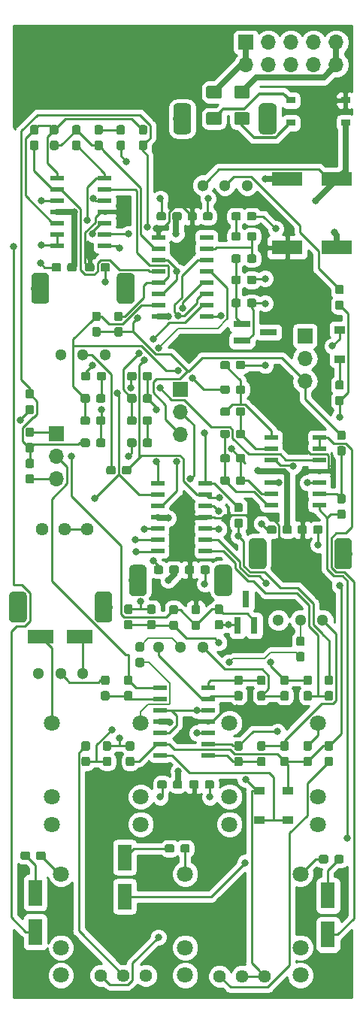
<source format=gbl>
G04 #@! TF.GenerationSoftware,KiCad,Pcbnew,(5.0.1-3-g963ef8bb5)*
G04 #@! TF.CreationDate,2021-05-28T19:59:00+02:00*
G04 #@! TF.ProjectId,Schraeg,536368726165672E6B696361645F7063,rev?*
G04 #@! TF.SameCoordinates,Original*
G04 #@! TF.FileFunction,Copper,L2,Bot,Signal*
G04 #@! TF.FilePolarity,Positive*
%FSLAX46Y46*%
G04 Gerber Fmt 4.6, Leading zero omitted, Abs format (unit mm)*
G04 Created by KiCad (PCBNEW (5.0.1-3-g963ef8bb5)) date Friday, 28 May 2021 at 19:59:00*
%MOMM*%
%LPD*%
G01*
G04 APERTURE LIST*
G04 #@! TA.AperFunction,Conductor*
%ADD10C,0.100000*%
G04 #@! TD*
G04 #@! TA.AperFunction,ComponentPad*
%ADD11C,2.000000*%
G04 #@! TD*
G04 #@! TA.AperFunction,ComponentPad*
%ADD12C,1.300000*%
G04 #@! TD*
G04 #@! TA.AperFunction,SMDPad,CuDef*
%ADD13R,1.500000X0.600000*%
G04 #@! TD*
G04 #@! TA.AperFunction,ComponentPad*
%ADD14C,1.800000*%
G04 #@! TD*
G04 #@! TA.AperFunction,SMDPad,CuDef*
%ADD15C,0.950000*%
G04 #@! TD*
G04 #@! TA.AperFunction,SMDPad,CuDef*
%ADD16R,3.000000X1.600000*%
G04 #@! TD*
G04 #@! TA.AperFunction,SMDPad,CuDef*
%ADD17R,1.600000X3.000000*%
G04 #@! TD*
G04 #@! TA.AperFunction,SMDPad,CuDef*
%ADD18R,3.500000X1.600000*%
G04 #@! TD*
G04 #@! TA.AperFunction,SMDPad,CuDef*
%ADD19R,1.200000X0.900000*%
G04 #@! TD*
G04 #@! TA.AperFunction,SMDPad,CuDef*
%ADD20R,1.000000X0.800000*%
G04 #@! TD*
G04 #@! TA.AperFunction,SMDPad,CuDef*
%ADD21C,1.425000*%
G04 #@! TD*
G04 #@! TA.AperFunction,ComponentPad*
%ADD22R,1.700000X1.700000*%
G04 #@! TD*
G04 #@! TA.AperFunction,ComponentPad*
%ADD23O,1.700000X1.700000*%
G04 #@! TD*
G04 #@! TA.AperFunction,ComponentPad*
%ADD24C,1.440000*%
G04 #@! TD*
G04 #@! TA.AperFunction,SMDPad,CuDef*
%ADD25R,0.800000X1.900000*%
G04 #@! TD*
G04 #@! TA.AperFunction,SMDPad,CuDef*
%ADD26R,1.900000X0.800000*%
G04 #@! TD*
G04 #@! TA.AperFunction,ViaPad*
%ADD27C,0.800000*%
G04 #@! TD*
G04 #@! TA.AperFunction,Conductor*
%ADD28C,0.700000*%
G04 #@! TD*
G04 #@! TA.AperFunction,Conductor*
%ADD29C,0.250000*%
G04 #@! TD*
G04 #@! TA.AperFunction,Conductor*
%ADD30C,0.200000*%
G04 #@! TD*
G04 #@! TA.AperFunction,Conductor*
%ADD31C,0.330000*%
G04 #@! TD*
G04 #@! TA.AperFunction,Conductor*
%ADD32C,0.254000*%
G04 #@! TD*
G04 APERTURE END LIST*
D10*
G04 #@! TO.N,*
G04 #@! TO.C,FM_ATTV1*
G36*
X73723009Y-67252408D02*
X73771545Y-67259607D01*
X73819142Y-67271530D01*
X73865342Y-67288060D01*
X73909698Y-67309039D01*
X73951785Y-67334265D01*
X73991197Y-67363495D01*
X74027553Y-67396447D01*
X74060505Y-67432803D01*
X74089735Y-67472215D01*
X74114961Y-67514302D01*
X74135940Y-67558658D01*
X74152470Y-67604858D01*
X74164393Y-67652455D01*
X74171592Y-67700991D01*
X74174000Y-67750000D01*
X74174000Y-70250000D01*
X74171592Y-70299009D01*
X74164393Y-70347545D01*
X74152470Y-70395142D01*
X74135940Y-70441342D01*
X74114961Y-70485698D01*
X74089735Y-70527785D01*
X74060505Y-70567197D01*
X74027553Y-70603553D01*
X73991197Y-70636505D01*
X73951785Y-70665735D01*
X73909698Y-70690961D01*
X73865342Y-70711940D01*
X73819142Y-70728470D01*
X73771545Y-70740393D01*
X73723009Y-70747592D01*
X73674000Y-70750000D01*
X72674000Y-70750000D01*
X72624991Y-70747592D01*
X72576455Y-70740393D01*
X72528858Y-70728470D01*
X72482658Y-70711940D01*
X72438302Y-70690961D01*
X72396215Y-70665735D01*
X72356803Y-70636505D01*
X72320447Y-70603553D01*
X72287495Y-70567197D01*
X72258265Y-70527785D01*
X72233039Y-70485698D01*
X72212060Y-70441342D01*
X72195530Y-70395142D01*
X72183607Y-70347545D01*
X72176408Y-70299009D01*
X72174000Y-70250000D01*
X72174000Y-67750000D01*
X72176408Y-67700991D01*
X72183607Y-67652455D01*
X72195530Y-67604858D01*
X72212060Y-67558658D01*
X72233039Y-67514302D01*
X72258265Y-67472215D01*
X72287495Y-67432803D01*
X72320447Y-67396447D01*
X72356803Y-67363495D01*
X72396215Y-67334265D01*
X72438302Y-67309039D01*
X72482658Y-67288060D01*
X72528858Y-67271530D01*
X72576455Y-67259607D01*
X72624991Y-67252408D01*
X72674000Y-67250000D01*
X73674000Y-67250000D01*
X73723009Y-67252408D01*
X73723009Y-67252408D01*
G37*
D11*
G04 #@! TD*
G04 #@! TO.P,FM_ATTV1,*
G04 #@! TO.N,*
X73174000Y-69000000D03*
D12*
G04 #@! TO.P,FM_ATTV1,1*
G04 #@! TO.N,Net-(FM_ATTV1-Pad1)*
X75500000Y-76500000D03*
G04 #@! TO.P,FM_ATTV1,2*
G04 #@! TO.N,Net-(FM_ATTV1-Pad2)*
X78000000Y-76500000D03*
G04 #@! TO.P,FM_ATTV1,3*
G04 #@! TO.N,Net-(FM_ATTV1-Pad3)*
X80500000Y-76500000D03*
D10*
G04 #@! TD*
G04 #@! TO.N,*
G04 #@! TO.C,FM_ATTV1*
G36*
X83349009Y-67252408D02*
X83397545Y-67259607D01*
X83445142Y-67271530D01*
X83491342Y-67288060D01*
X83535698Y-67309039D01*
X83577785Y-67334265D01*
X83617197Y-67363495D01*
X83653553Y-67396447D01*
X83686505Y-67432803D01*
X83715735Y-67472215D01*
X83740961Y-67514302D01*
X83761940Y-67558658D01*
X83778470Y-67604858D01*
X83790393Y-67652455D01*
X83797592Y-67700991D01*
X83800000Y-67750000D01*
X83800000Y-70250000D01*
X83797592Y-70299009D01*
X83790393Y-70347545D01*
X83778470Y-70395142D01*
X83761940Y-70441342D01*
X83740961Y-70485698D01*
X83715735Y-70527785D01*
X83686505Y-70567197D01*
X83653553Y-70603553D01*
X83617197Y-70636505D01*
X83577785Y-70665735D01*
X83535698Y-70690961D01*
X83491342Y-70711940D01*
X83445142Y-70728470D01*
X83397545Y-70740393D01*
X83349009Y-70747592D01*
X83300000Y-70750000D01*
X82300000Y-70750000D01*
X82250991Y-70747592D01*
X82202455Y-70740393D01*
X82154858Y-70728470D01*
X82108658Y-70711940D01*
X82064302Y-70690961D01*
X82022215Y-70665735D01*
X81982803Y-70636505D01*
X81946447Y-70603553D01*
X81913495Y-70567197D01*
X81884265Y-70527785D01*
X81859039Y-70485698D01*
X81838060Y-70441342D01*
X81821530Y-70395142D01*
X81809607Y-70347545D01*
X81802408Y-70299009D01*
X81800000Y-70250000D01*
X81800000Y-67750000D01*
X81802408Y-67700991D01*
X81809607Y-67652455D01*
X81821530Y-67604858D01*
X81838060Y-67558658D01*
X81859039Y-67514302D01*
X81884265Y-67472215D01*
X81913495Y-67432803D01*
X81946447Y-67396447D01*
X81982803Y-67363495D01*
X82022215Y-67334265D01*
X82064302Y-67309039D01*
X82108658Y-67288060D01*
X82154858Y-67271530D01*
X82202455Y-67259607D01*
X82250991Y-67252408D01*
X82300000Y-67250000D01*
X83300000Y-67250000D01*
X83349009Y-67252408D01*
X83349009Y-67252408D01*
G37*
D11*
G04 #@! TO.P,FM_ATTV1,*
G04 #@! TO.N,*
X82800000Y-69000000D03*
G04 #@! TD*
D10*
G04 #@! TO.N,*
G04 #@! TO.C,CUTOFF1*
G36*
X65223009Y-18252408D02*
X65271545Y-18259607D01*
X65319142Y-18271530D01*
X65365342Y-18288060D01*
X65409698Y-18309039D01*
X65451785Y-18334265D01*
X65491197Y-18363495D01*
X65527553Y-18396447D01*
X65560505Y-18432803D01*
X65589735Y-18472215D01*
X65614961Y-18514302D01*
X65635940Y-18558658D01*
X65652470Y-18604858D01*
X65664393Y-18652455D01*
X65671592Y-18700991D01*
X65674000Y-18750000D01*
X65674000Y-21250000D01*
X65671592Y-21299009D01*
X65664393Y-21347545D01*
X65652470Y-21395142D01*
X65635940Y-21441342D01*
X65614961Y-21485698D01*
X65589735Y-21527785D01*
X65560505Y-21567197D01*
X65527553Y-21603553D01*
X65491197Y-21636505D01*
X65451785Y-21665735D01*
X65409698Y-21690961D01*
X65365342Y-21711940D01*
X65319142Y-21728470D01*
X65271545Y-21740393D01*
X65223009Y-21747592D01*
X65174000Y-21750000D01*
X64174000Y-21750000D01*
X64124991Y-21747592D01*
X64076455Y-21740393D01*
X64028858Y-21728470D01*
X63982658Y-21711940D01*
X63938302Y-21690961D01*
X63896215Y-21665735D01*
X63856803Y-21636505D01*
X63820447Y-21603553D01*
X63787495Y-21567197D01*
X63758265Y-21527785D01*
X63733039Y-21485698D01*
X63712060Y-21441342D01*
X63695530Y-21395142D01*
X63683607Y-21347545D01*
X63676408Y-21299009D01*
X63674000Y-21250000D01*
X63674000Y-18750000D01*
X63676408Y-18700991D01*
X63683607Y-18652455D01*
X63695530Y-18604858D01*
X63712060Y-18558658D01*
X63733039Y-18514302D01*
X63758265Y-18472215D01*
X63787495Y-18432803D01*
X63820447Y-18396447D01*
X63856803Y-18363495D01*
X63896215Y-18334265D01*
X63938302Y-18309039D01*
X63982658Y-18288060D01*
X64028858Y-18271530D01*
X64076455Y-18259607D01*
X64124991Y-18252408D01*
X64174000Y-18250000D01*
X65174000Y-18250000D01*
X65223009Y-18252408D01*
X65223009Y-18252408D01*
G37*
D11*
G04 #@! TD*
G04 #@! TO.P,CUTOFF1,*
G04 #@! TO.N,*
X64674000Y-20000000D03*
D12*
G04 #@! TO.P,CUTOFF1,1*
G04 #@! TO.N,-12V*
X67000000Y-27500000D03*
G04 #@! TO.P,CUTOFF1,2*
G04 #@! TO.N,Net-(CUTOFF1-Pad2)*
X69500000Y-27500000D03*
G04 #@! TO.P,CUTOFF1,3*
G04 #@! TO.N,GND*
X72000000Y-27500000D03*
D10*
G04 #@! TD*
G04 #@! TO.N,*
G04 #@! TO.C,CUTOFF1*
G36*
X74849009Y-18252408D02*
X74897545Y-18259607D01*
X74945142Y-18271530D01*
X74991342Y-18288060D01*
X75035698Y-18309039D01*
X75077785Y-18334265D01*
X75117197Y-18363495D01*
X75153553Y-18396447D01*
X75186505Y-18432803D01*
X75215735Y-18472215D01*
X75240961Y-18514302D01*
X75261940Y-18558658D01*
X75278470Y-18604858D01*
X75290393Y-18652455D01*
X75297592Y-18700991D01*
X75300000Y-18750000D01*
X75300000Y-21250000D01*
X75297592Y-21299009D01*
X75290393Y-21347545D01*
X75278470Y-21395142D01*
X75261940Y-21441342D01*
X75240961Y-21485698D01*
X75215735Y-21527785D01*
X75186505Y-21567197D01*
X75153553Y-21603553D01*
X75117197Y-21636505D01*
X75077785Y-21665735D01*
X75035698Y-21690961D01*
X74991342Y-21711940D01*
X74945142Y-21728470D01*
X74897545Y-21740393D01*
X74849009Y-21747592D01*
X74800000Y-21750000D01*
X73800000Y-21750000D01*
X73750991Y-21747592D01*
X73702455Y-21740393D01*
X73654858Y-21728470D01*
X73608658Y-21711940D01*
X73564302Y-21690961D01*
X73522215Y-21665735D01*
X73482803Y-21636505D01*
X73446447Y-21603553D01*
X73413495Y-21567197D01*
X73384265Y-21527785D01*
X73359039Y-21485698D01*
X73338060Y-21441342D01*
X73321530Y-21395142D01*
X73309607Y-21347545D01*
X73302408Y-21299009D01*
X73300000Y-21250000D01*
X73300000Y-18750000D01*
X73302408Y-18700991D01*
X73309607Y-18652455D01*
X73321530Y-18604858D01*
X73338060Y-18558658D01*
X73359039Y-18514302D01*
X73384265Y-18472215D01*
X73413495Y-18432803D01*
X73446447Y-18396447D01*
X73482803Y-18363495D01*
X73522215Y-18334265D01*
X73564302Y-18309039D01*
X73608658Y-18288060D01*
X73654858Y-18271530D01*
X73702455Y-18259607D01*
X73750991Y-18252408D01*
X73800000Y-18250000D01*
X74800000Y-18250000D01*
X74849009Y-18252408D01*
X74849009Y-18252408D01*
G37*
D11*
G04 #@! TO.P,CUTOFF1,*
G04 #@! TO.N,*
X74300000Y-20000000D03*
G04 #@! TD*
D10*
G04 #@! TO.N,*
G04 #@! TO.C,INPUT_GAIN1*
G36*
X46723009Y-73252408D02*
X46771545Y-73259607D01*
X46819142Y-73271530D01*
X46865342Y-73288060D01*
X46909698Y-73309039D01*
X46951785Y-73334265D01*
X46991197Y-73363495D01*
X47027553Y-73396447D01*
X47060505Y-73432803D01*
X47089735Y-73472215D01*
X47114961Y-73514302D01*
X47135940Y-73558658D01*
X47152470Y-73604858D01*
X47164393Y-73652455D01*
X47171592Y-73700991D01*
X47174000Y-73750000D01*
X47174000Y-76250000D01*
X47171592Y-76299009D01*
X47164393Y-76347545D01*
X47152470Y-76395142D01*
X47135940Y-76441342D01*
X47114961Y-76485698D01*
X47089735Y-76527785D01*
X47060505Y-76567197D01*
X47027553Y-76603553D01*
X46991197Y-76636505D01*
X46951785Y-76665735D01*
X46909698Y-76690961D01*
X46865342Y-76711940D01*
X46819142Y-76728470D01*
X46771545Y-76740393D01*
X46723009Y-76747592D01*
X46674000Y-76750000D01*
X45674000Y-76750000D01*
X45624991Y-76747592D01*
X45576455Y-76740393D01*
X45528858Y-76728470D01*
X45482658Y-76711940D01*
X45438302Y-76690961D01*
X45396215Y-76665735D01*
X45356803Y-76636505D01*
X45320447Y-76603553D01*
X45287495Y-76567197D01*
X45258265Y-76527785D01*
X45233039Y-76485698D01*
X45212060Y-76441342D01*
X45195530Y-76395142D01*
X45183607Y-76347545D01*
X45176408Y-76299009D01*
X45174000Y-76250000D01*
X45174000Y-73750000D01*
X45176408Y-73700991D01*
X45183607Y-73652455D01*
X45195530Y-73604858D01*
X45212060Y-73558658D01*
X45233039Y-73514302D01*
X45258265Y-73472215D01*
X45287495Y-73432803D01*
X45320447Y-73396447D01*
X45356803Y-73363495D01*
X45396215Y-73334265D01*
X45438302Y-73309039D01*
X45482658Y-73288060D01*
X45528858Y-73271530D01*
X45576455Y-73259607D01*
X45624991Y-73252408D01*
X45674000Y-73250000D01*
X46674000Y-73250000D01*
X46723009Y-73252408D01*
X46723009Y-73252408D01*
G37*
D11*
G04 #@! TD*
G04 #@! TO.P,INPUT_GAIN1,*
G04 #@! TO.N,*
X46174000Y-75000000D03*
D12*
G04 #@! TO.P,INPUT_GAIN1,1*
G04 #@! TO.N,GND*
X48500000Y-82500000D03*
G04 #@! TO.P,INPUT_GAIN1,2*
G04 #@! TO.N,Net-(INPUT_GAIN1-Pad2)*
X51000000Y-82500000D03*
G04 #@! TO.P,INPUT_GAIN1,3*
G04 #@! TO.N,Net-(C2-Pad2)*
X53500000Y-82500000D03*
D10*
G04 #@! TD*
G04 #@! TO.N,*
G04 #@! TO.C,INPUT_GAIN1*
G36*
X56349009Y-73252408D02*
X56397545Y-73259607D01*
X56445142Y-73271530D01*
X56491342Y-73288060D01*
X56535698Y-73309039D01*
X56577785Y-73334265D01*
X56617197Y-73363495D01*
X56653553Y-73396447D01*
X56686505Y-73432803D01*
X56715735Y-73472215D01*
X56740961Y-73514302D01*
X56761940Y-73558658D01*
X56778470Y-73604858D01*
X56790393Y-73652455D01*
X56797592Y-73700991D01*
X56800000Y-73750000D01*
X56800000Y-76250000D01*
X56797592Y-76299009D01*
X56790393Y-76347545D01*
X56778470Y-76395142D01*
X56761940Y-76441342D01*
X56740961Y-76485698D01*
X56715735Y-76527785D01*
X56686505Y-76567197D01*
X56653553Y-76603553D01*
X56617197Y-76636505D01*
X56577785Y-76665735D01*
X56535698Y-76690961D01*
X56491342Y-76711940D01*
X56445142Y-76728470D01*
X56397545Y-76740393D01*
X56349009Y-76747592D01*
X56300000Y-76750000D01*
X55300000Y-76750000D01*
X55250991Y-76747592D01*
X55202455Y-76740393D01*
X55154858Y-76728470D01*
X55108658Y-76711940D01*
X55064302Y-76690961D01*
X55022215Y-76665735D01*
X54982803Y-76636505D01*
X54946447Y-76603553D01*
X54913495Y-76567197D01*
X54884265Y-76527785D01*
X54859039Y-76485698D01*
X54838060Y-76441342D01*
X54821530Y-76395142D01*
X54809607Y-76347545D01*
X54802408Y-76299009D01*
X54800000Y-76250000D01*
X54800000Y-73750000D01*
X54802408Y-73700991D01*
X54809607Y-73652455D01*
X54821530Y-73604858D01*
X54838060Y-73558658D01*
X54859039Y-73514302D01*
X54884265Y-73472215D01*
X54913495Y-73432803D01*
X54946447Y-73396447D01*
X54982803Y-73363495D01*
X55022215Y-73334265D01*
X55064302Y-73309039D01*
X55108658Y-73288060D01*
X55154858Y-73271530D01*
X55202455Y-73259607D01*
X55250991Y-73252408D01*
X55300000Y-73250000D01*
X56300000Y-73250000D01*
X56349009Y-73252408D01*
X56349009Y-73252408D01*
G37*
D11*
G04 #@! TO.P,INPUT_GAIN1,*
G04 #@! TO.N,*
X55800000Y-75000000D03*
G04 #@! TD*
D10*
G04 #@! TO.N,*
G04 #@! TO.C,RES_ATTV1*
G36*
X60223009Y-70252408D02*
X60271545Y-70259607D01*
X60319142Y-70271530D01*
X60365342Y-70288060D01*
X60409698Y-70309039D01*
X60451785Y-70334265D01*
X60491197Y-70363495D01*
X60527553Y-70396447D01*
X60560505Y-70432803D01*
X60589735Y-70472215D01*
X60614961Y-70514302D01*
X60635940Y-70558658D01*
X60652470Y-70604858D01*
X60664393Y-70652455D01*
X60671592Y-70700991D01*
X60674000Y-70750000D01*
X60674000Y-73250000D01*
X60671592Y-73299009D01*
X60664393Y-73347545D01*
X60652470Y-73395142D01*
X60635940Y-73441342D01*
X60614961Y-73485698D01*
X60589735Y-73527785D01*
X60560505Y-73567197D01*
X60527553Y-73603553D01*
X60491197Y-73636505D01*
X60451785Y-73665735D01*
X60409698Y-73690961D01*
X60365342Y-73711940D01*
X60319142Y-73728470D01*
X60271545Y-73740393D01*
X60223009Y-73747592D01*
X60174000Y-73750000D01*
X59174000Y-73750000D01*
X59124991Y-73747592D01*
X59076455Y-73740393D01*
X59028858Y-73728470D01*
X58982658Y-73711940D01*
X58938302Y-73690961D01*
X58896215Y-73665735D01*
X58856803Y-73636505D01*
X58820447Y-73603553D01*
X58787495Y-73567197D01*
X58758265Y-73527785D01*
X58733039Y-73485698D01*
X58712060Y-73441342D01*
X58695530Y-73395142D01*
X58683607Y-73347545D01*
X58676408Y-73299009D01*
X58674000Y-73250000D01*
X58674000Y-70750000D01*
X58676408Y-70700991D01*
X58683607Y-70652455D01*
X58695530Y-70604858D01*
X58712060Y-70558658D01*
X58733039Y-70514302D01*
X58758265Y-70472215D01*
X58787495Y-70432803D01*
X58820447Y-70396447D01*
X58856803Y-70363495D01*
X58896215Y-70334265D01*
X58938302Y-70309039D01*
X58982658Y-70288060D01*
X59028858Y-70271530D01*
X59076455Y-70259607D01*
X59124991Y-70252408D01*
X59174000Y-70250000D01*
X60174000Y-70250000D01*
X60223009Y-70252408D01*
X60223009Y-70252408D01*
G37*
D11*
G04 #@! TD*
G04 #@! TO.P,RES_ATTV1,*
G04 #@! TO.N,*
X59674000Y-72000000D03*
D12*
G04 #@! TO.P,RES_ATTV1,1*
G04 #@! TO.N,Net-(R3-Pad2)*
X62000000Y-79500000D03*
G04 #@! TO.P,RES_ATTV1,2*
G04 #@! TO.N,Net-(R49-Pad1)*
X64500000Y-79500000D03*
G04 #@! TO.P,RES_ATTV1,3*
G04 #@! TO.N,Net-(R11-Pad2)*
X67000000Y-79500000D03*
D10*
G04 #@! TD*
G04 #@! TO.N,*
G04 #@! TO.C,RES_ATTV1*
G36*
X69849009Y-70252408D02*
X69897545Y-70259607D01*
X69945142Y-70271530D01*
X69991342Y-70288060D01*
X70035698Y-70309039D01*
X70077785Y-70334265D01*
X70117197Y-70363495D01*
X70153553Y-70396447D01*
X70186505Y-70432803D01*
X70215735Y-70472215D01*
X70240961Y-70514302D01*
X70261940Y-70558658D01*
X70278470Y-70604858D01*
X70290393Y-70652455D01*
X70297592Y-70700991D01*
X70300000Y-70750000D01*
X70300000Y-73250000D01*
X70297592Y-73299009D01*
X70290393Y-73347545D01*
X70278470Y-73395142D01*
X70261940Y-73441342D01*
X70240961Y-73485698D01*
X70215735Y-73527785D01*
X70186505Y-73567197D01*
X70153553Y-73603553D01*
X70117197Y-73636505D01*
X70077785Y-73665735D01*
X70035698Y-73690961D01*
X69991342Y-73711940D01*
X69945142Y-73728470D01*
X69897545Y-73740393D01*
X69849009Y-73747592D01*
X69800000Y-73750000D01*
X68800000Y-73750000D01*
X68750991Y-73747592D01*
X68702455Y-73740393D01*
X68654858Y-73728470D01*
X68608658Y-73711940D01*
X68564302Y-73690961D01*
X68522215Y-73665735D01*
X68482803Y-73636505D01*
X68446447Y-73603553D01*
X68413495Y-73567197D01*
X68384265Y-73527785D01*
X68359039Y-73485698D01*
X68338060Y-73441342D01*
X68321530Y-73395142D01*
X68309607Y-73347545D01*
X68302408Y-73299009D01*
X68300000Y-73250000D01*
X68300000Y-70750000D01*
X68302408Y-70700991D01*
X68309607Y-70652455D01*
X68321530Y-70604858D01*
X68338060Y-70558658D01*
X68359039Y-70514302D01*
X68384265Y-70472215D01*
X68413495Y-70432803D01*
X68446447Y-70396447D01*
X68482803Y-70363495D01*
X68522215Y-70334265D01*
X68564302Y-70309039D01*
X68608658Y-70288060D01*
X68654858Y-70271530D01*
X68702455Y-70259607D01*
X68750991Y-70252408D01*
X68800000Y-70250000D01*
X69800000Y-70250000D01*
X69849009Y-70252408D01*
X69849009Y-70252408D01*
G37*
D11*
G04 #@! TO.P,RES_ATTV1,*
G04 #@! TO.N,*
X69300000Y-72000000D03*
G04 #@! TD*
D10*
G04 #@! TO.N,*
G04 #@! TO.C,RESONANCE1*
G36*
X49223009Y-37352408D02*
X49271545Y-37359607D01*
X49319142Y-37371530D01*
X49365342Y-37388060D01*
X49409698Y-37409039D01*
X49451785Y-37434265D01*
X49491197Y-37463495D01*
X49527553Y-37496447D01*
X49560505Y-37532803D01*
X49589735Y-37572215D01*
X49614961Y-37614302D01*
X49635940Y-37658658D01*
X49652470Y-37704858D01*
X49664393Y-37752455D01*
X49671592Y-37800991D01*
X49674000Y-37850000D01*
X49674000Y-40350000D01*
X49671592Y-40399009D01*
X49664393Y-40447545D01*
X49652470Y-40495142D01*
X49635940Y-40541342D01*
X49614961Y-40585698D01*
X49589735Y-40627785D01*
X49560505Y-40667197D01*
X49527553Y-40703553D01*
X49491197Y-40736505D01*
X49451785Y-40765735D01*
X49409698Y-40790961D01*
X49365342Y-40811940D01*
X49319142Y-40828470D01*
X49271545Y-40840393D01*
X49223009Y-40847592D01*
X49174000Y-40850000D01*
X48174000Y-40850000D01*
X48124991Y-40847592D01*
X48076455Y-40840393D01*
X48028858Y-40828470D01*
X47982658Y-40811940D01*
X47938302Y-40790961D01*
X47896215Y-40765735D01*
X47856803Y-40736505D01*
X47820447Y-40703553D01*
X47787495Y-40667197D01*
X47758265Y-40627785D01*
X47733039Y-40585698D01*
X47712060Y-40541342D01*
X47695530Y-40495142D01*
X47683607Y-40447545D01*
X47676408Y-40399009D01*
X47674000Y-40350000D01*
X47674000Y-37850000D01*
X47676408Y-37800991D01*
X47683607Y-37752455D01*
X47695530Y-37704858D01*
X47712060Y-37658658D01*
X47733039Y-37614302D01*
X47758265Y-37572215D01*
X47787495Y-37532803D01*
X47820447Y-37496447D01*
X47856803Y-37463495D01*
X47896215Y-37434265D01*
X47938302Y-37409039D01*
X47982658Y-37388060D01*
X48028858Y-37371530D01*
X48076455Y-37359607D01*
X48124991Y-37352408D01*
X48174000Y-37350000D01*
X49174000Y-37350000D01*
X49223009Y-37352408D01*
X49223009Y-37352408D01*
G37*
D11*
G04 #@! TD*
G04 #@! TO.P,RESONANCE1,*
G04 #@! TO.N,*
X48674000Y-39100000D03*
D12*
G04 #@! TO.P,RESONANCE1,1*
G04 #@! TO.N,5V_REF*
X51000000Y-46600000D03*
G04 #@! TO.P,RESONANCE1,2*
G04 #@! TO.N,Net-(R17-Pad2)*
X53500000Y-46600000D03*
G04 #@! TO.P,RESONANCE1,3*
G04 #@! TO.N,GND*
X56000000Y-46600000D03*
D10*
G04 #@! TD*
G04 #@! TO.N,*
G04 #@! TO.C,RESONANCE1*
G36*
X58849009Y-37352408D02*
X58897545Y-37359607D01*
X58945142Y-37371530D01*
X58991342Y-37388060D01*
X59035698Y-37409039D01*
X59077785Y-37434265D01*
X59117197Y-37463495D01*
X59153553Y-37496447D01*
X59186505Y-37532803D01*
X59215735Y-37572215D01*
X59240961Y-37614302D01*
X59261940Y-37658658D01*
X59278470Y-37704858D01*
X59290393Y-37752455D01*
X59297592Y-37800991D01*
X59300000Y-37850000D01*
X59300000Y-40350000D01*
X59297592Y-40399009D01*
X59290393Y-40447545D01*
X59278470Y-40495142D01*
X59261940Y-40541342D01*
X59240961Y-40585698D01*
X59215735Y-40627785D01*
X59186505Y-40667197D01*
X59153553Y-40703553D01*
X59117197Y-40736505D01*
X59077785Y-40765735D01*
X59035698Y-40790961D01*
X58991342Y-40811940D01*
X58945142Y-40828470D01*
X58897545Y-40840393D01*
X58849009Y-40847592D01*
X58800000Y-40850000D01*
X57800000Y-40850000D01*
X57750991Y-40847592D01*
X57702455Y-40840393D01*
X57654858Y-40828470D01*
X57608658Y-40811940D01*
X57564302Y-40790961D01*
X57522215Y-40765735D01*
X57482803Y-40736505D01*
X57446447Y-40703553D01*
X57413495Y-40667197D01*
X57384265Y-40627785D01*
X57359039Y-40585698D01*
X57338060Y-40541342D01*
X57321530Y-40495142D01*
X57309607Y-40447545D01*
X57302408Y-40399009D01*
X57300000Y-40350000D01*
X57300000Y-37850000D01*
X57302408Y-37800991D01*
X57309607Y-37752455D01*
X57321530Y-37704858D01*
X57338060Y-37658658D01*
X57359039Y-37614302D01*
X57384265Y-37572215D01*
X57413495Y-37532803D01*
X57446447Y-37496447D01*
X57482803Y-37463495D01*
X57522215Y-37434265D01*
X57564302Y-37409039D01*
X57608658Y-37388060D01*
X57654858Y-37371530D01*
X57702455Y-37359607D01*
X57750991Y-37352408D01*
X57800000Y-37350000D01*
X58800000Y-37350000D01*
X58849009Y-37352408D01*
X58849009Y-37352408D01*
G37*
D11*
G04 #@! TO.P,RESONANCE1,*
G04 #@! TO.N,*
X58300000Y-39100000D03*
G04 #@! TD*
D13*
G04 #@! TO.P,U3,1*
G04 #@! TO.N,N/C*
X67400000Y-33355000D03*
G04 #@! TO.P,U3,2*
G04 #@! TO.N,Net-(R12-Pad1)*
X67400000Y-34625000D03*
G04 #@! TO.P,U3,3*
G04 #@! TO.N,/Filter Core/RES_CV*
X67400000Y-35895000D03*
G04 #@! TO.P,U3,4*
G04 #@! TO.N,Net-(C3-Pad2)*
X67400000Y-37165000D03*
G04 #@! TO.P,U3,5*
G04 #@! TO.N,Net-(C9-Pad2)*
X67400000Y-38435000D03*
G04 #@! TO.P,U3,6*
G04 #@! TO.N,/Filter Core/RES_CV*
X67400000Y-39705000D03*
G04 #@! TO.P,U3,7*
G04 #@! TO.N,Net-(R29-Pad1)*
X67400000Y-40975000D03*
G04 #@! TO.P,U3,8*
G04 #@! TO.N,GND*
X67400000Y-42245000D03*
G04 #@! TO.P,U3,9*
G04 #@! TO.N,-12V*
X62000000Y-42245000D03*
G04 #@! TO.P,U3,10*
G04 #@! TO.N,Net-(C10-Pad2)*
X62000000Y-40975000D03*
G04 #@! TO.P,U3,11*
G04 #@! TO.N,/Filter Core/FREQ_CV*
X62000000Y-39705000D03*
G04 #@! TO.P,U3,12*
G04 #@! TO.N,Net-(C11-Pad2)*
X62000000Y-38435000D03*
G04 #@! TO.P,U3,13*
G04 #@! TO.N,Net-(C13-Pad2)*
X62000000Y-37165000D03*
G04 #@! TO.P,U3,14*
G04 #@! TO.N,/Filter Core/FREQ_CV*
X62000000Y-35895000D03*
G04 #@! TO.P,U3,15*
G04 #@! TO.N,Net-(R38-Pad1)*
X62000000Y-34625000D03*
G04 #@! TO.P,U3,16*
G04 #@! TO.N,+12V*
X62000000Y-33355000D03*
G04 #@! TD*
D14*
G04 #@! TO.P,AUDIO_IN1,2*
G04 #@! TO.N,GND*
X50000000Y-96380000D03*
G04 #@! TO.P,AUDIO_IN1,1*
X50000000Y-99480000D03*
G04 #@! TO.P,AUDIO_IN1,3*
G04 #@! TO.N,Net-(AUDIO_IN1-Pad3)*
X50000000Y-88080000D03*
G04 #@! TD*
G04 #@! TO.P,BP_OUT1,3*
G04 #@! TO.N,Net-(BP_OUT1-Pad3)*
X65000000Y-105080000D03*
G04 #@! TO.P,BP_OUT1,1*
G04 #@! TO.N,GND*
X65000000Y-116480000D03*
G04 #@! TO.P,BP_OUT1,2*
G04 #@! TO.N,N/C*
X65000000Y-113380000D03*
G04 #@! TD*
D10*
G04 #@! TO.N,Net-(C1-Pad1)*
G04 #@! TO.C,C1*
G36*
X71060779Y-30526144D02*
X71083834Y-30529563D01*
X71106443Y-30535227D01*
X71128387Y-30543079D01*
X71149457Y-30553044D01*
X71169448Y-30565026D01*
X71188168Y-30578910D01*
X71205438Y-30594562D01*
X71221090Y-30611832D01*
X71234974Y-30630552D01*
X71246956Y-30650543D01*
X71256921Y-30671613D01*
X71264773Y-30693557D01*
X71270437Y-30716166D01*
X71273856Y-30739221D01*
X71275000Y-30762500D01*
X71275000Y-31237500D01*
X71273856Y-31260779D01*
X71270437Y-31283834D01*
X71264773Y-31306443D01*
X71256921Y-31328387D01*
X71246956Y-31349457D01*
X71234974Y-31369448D01*
X71221090Y-31388168D01*
X71205438Y-31405438D01*
X71188168Y-31421090D01*
X71169448Y-31434974D01*
X71149457Y-31446956D01*
X71128387Y-31456921D01*
X71106443Y-31464773D01*
X71083834Y-31470437D01*
X71060779Y-31473856D01*
X71037500Y-31475000D01*
X70462500Y-31475000D01*
X70439221Y-31473856D01*
X70416166Y-31470437D01*
X70393557Y-31464773D01*
X70371613Y-31456921D01*
X70350543Y-31446956D01*
X70330552Y-31434974D01*
X70311832Y-31421090D01*
X70294562Y-31405438D01*
X70278910Y-31388168D01*
X70265026Y-31369448D01*
X70253044Y-31349457D01*
X70243079Y-31328387D01*
X70235227Y-31306443D01*
X70229563Y-31283834D01*
X70226144Y-31260779D01*
X70225000Y-31237500D01*
X70225000Y-30762500D01*
X70226144Y-30739221D01*
X70229563Y-30716166D01*
X70235227Y-30693557D01*
X70243079Y-30671613D01*
X70253044Y-30650543D01*
X70265026Y-30630552D01*
X70278910Y-30611832D01*
X70294562Y-30594562D01*
X70311832Y-30578910D01*
X70330552Y-30565026D01*
X70350543Y-30553044D01*
X70371613Y-30543079D01*
X70393557Y-30535227D01*
X70416166Y-30529563D01*
X70439221Y-30526144D01*
X70462500Y-30525000D01*
X71037500Y-30525000D01*
X71060779Y-30526144D01*
X71060779Y-30526144D01*
G37*
D15*
G04 #@! TD*
G04 #@! TO.P,C1,1*
G04 #@! TO.N,Net-(C1-Pad1)*
X70750000Y-31000000D03*
D10*
G04 #@! TO.N,GND*
G04 #@! TO.C,C1*
G36*
X72810779Y-30526144D02*
X72833834Y-30529563D01*
X72856443Y-30535227D01*
X72878387Y-30543079D01*
X72899457Y-30553044D01*
X72919448Y-30565026D01*
X72938168Y-30578910D01*
X72955438Y-30594562D01*
X72971090Y-30611832D01*
X72984974Y-30630552D01*
X72996956Y-30650543D01*
X73006921Y-30671613D01*
X73014773Y-30693557D01*
X73020437Y-30716166D01*
X73023856Y-30739221D01*
X73025000Y-30762500D01*
X73025000Y-31237500D01*
X73023856Y-31260779D01*
X73020437Y-31283834D01*
X73014773Y-31306443D01*
X73006921Y-31328387D01*
X72996956Y-31349457D01*
X72984974Y-31369448D01*
X72971090Y-31388168D01*
X72955438Y-31405438D01*
X72938168Y-31421090D01*
X72919448Y-31434974D01*
X72899457Y-31446956D01*
X72878387Y-31456921D01*
X72856443Y-31464773D01*
X72833834Y-31470437D01*
X72810779Y-31473856D01*
X72787500Y-31475000D01*
X72212500Y-31475000D01*
X72189221Y-31473856D01*
X72166166Y-31470437D01*
X72143557Y-31464773D01*
X72121613Y-31456921D01*
X72100543Y-31446956D01*
X72080552Y-31434974D01*
X72061832Y-31421090D01*
X72044562Y-31405438D01*
X72028910Y-31388168D01*
X72015026Y-31369448D01*
X72003044Y-31349457D01*
X71993079Y-31328387D01*
X71985227Y-31306443D01*
X71979563Y-31283834D01*
X71976144Y-31260779D01*
X71975000Y-31237500D01*
X71975000Y-30762500D01*
X71976144Y-30739221D01*
X71979563Y-30716166D01*
X71985227Y-30693557D01*
X71993079Y-30671613D01*
X72003044Y-30650543D01*
X72015026Y-30630552D01*
X72028910Y-30611832D01*
X72044562Y-30594562D01*
X72061832Y-30578910D01*
X72080552Y-30565026D01*
X72100543Y-30553044D01*
X72121613Y-30543079D01*
X72143557Y-30535227D01*
X72166166Y-30529563D01*
X72189221Y-30526144D01*
X72212500Y-30525000D01*
X72787500Y-30525000D01*
X72810779Y-30526144D01*
X72810779Y-30526144D01*
G37*
D15*
G04 #@! TD*
G04 #@! TO.P,C1,2*
G04 #@! TO.N,GND*
X72500000Y-31000000D03*
D16*
G04 #@! TO.P,C2,1*
G04 #@! TO.N,Net-(AUDIO_IN1-Pad3)*
X48700000Y-78300000D03*
G04 #@! TO.P,C2,2*
G04 #@! TO.N,Net-(C2-Pad2)*
X53100000Y-78300000D03*
G04 #@! TD*
D10*
G04 #@! TO.N,Net-(C3-Pad2)*
G04 #@! TO.C,C3*
G36*
X71260779Y-65026144D02*
X71283834Y-65029563D01*
X71306443Y-65035227D01*
X71328387Y-65043079D01*
X71349457Y-65053044D01*
X71369448Y-65065026D01*
X71388168Y-65078910D01*
X71405438Y-65094562D01*
X71421090Y-65111832D01*
X71434974Y-65130552D01*
X71446956Y-65150543D01*
X71456921Y-65171613D01*
X71464773Y-65193557D01*
X71470437Y-65216166D01*
X71473856Y-65239221D01*
X71475000Y-65262500D01*
X71475000Y-65837500D01*
X71473856Y-65860779D01*
X71470437Y-65883834D01*
X71464773Y-65906443D01*
X71456921Y-65928387D01*
X71446956Y-65949457D01*
X71434974Y-65969448D01*
X71421090Y-65988168D01*
X71405438Y-66005438D01*
X71388168Y-66021090D01*
X71369448Y-66034974D01*
X71349457Y-66046956D01*
X71328387Y-66056921D01*
X71306443Y-66064773D01*
X71283834Y-66070437D01*
X71260779Y-66073856D01*
X71237500Y-66075000D01*
X70762500Y-66075000D01*
X70739221Y-66073856D01*
X70716166Y-66070437D01*
X70693557Y-66064773D01*
X70671613Y-66056921D01*
X70650543Y-66046956D01*
X70630552Y-66034974D01*
X70611832Y-66021090D01*
X70594562Y-66005438D01*
X70578910Y-65988168D01*
X70565026Y-65969448D01*
X70553044Y-65949457D01*
X70543079Y-65928387D01*
X70535227Y-65906443D01*
X70529563Y-65883834D01*
X70526144Y-65860779D01*
X70525000Y-65837500D01*
X70525000Y-65262500D01*
X70526144Y-65239221D01*
X70529563Y-65216166D01*
X70535227Y-65193557D01*
X70543079Y-65171613D01*
X70553044Y-65150543D01*
X70565026Y-65130552D01*
X70578910Y-65111832D01*
X70594562Y-65094562D01*
X70611832Y-65078910D01*
X70630552Y-65065026D01*
X70650543Y-65053044D01*
X70671613Y-65043079D01*
X70693557Y-65035227D01*
X70716166Y-65029563D01*
X70739221Y-65026144D01*
X70762500Y-65025000D01*
X71237500Y-65025000D01*
X71260779Y-65026144D01*
X71260779Y-65026144D01*
G37*
D15*
G04 #@! TD*
G04 #@! TO.P,C3,2*
G04 #@! TO.N,Net-(C3-Pad2)*
X71000000Y-65550000D03*
D10*
G04 #@! TO.N,/Filter Core/RES_CV*
G04 #@! TO.C,C3*
G36*
X71260779Y-63276144D02*
X71283834Y-63279563D01*
X71306443Y-63285227D01*
X71328387Y-63293079D01*
X71349457Y-63303044D01*
X71369448Y-63315026D01*
X71388168Y-63328910D01*
X71405438Y-63344562D01*
X71421090Y-63361832D01*
X71434974Y-63380552D01*
X71446956Y-63400543D01*
X71456921Y-63421613D01*
X71464773Y-63443557D01*
X71470437Y-63466166D01*
X71473856Y-63489221D01*
X71475000Y-63512500D01*
X71475000Y-64087500D01*
X71473856Y-64110779D01*
X71470437Y-64133834D01*
X71464773Y-64156443D01*
X71456921Y-64178387D01*
X71446956Y-64199457D01*
X71434974Y-64219448D01*
X71421090Y-64238168D01*
X71405438Y-64255438D01*
X71388168Y-64271090D01*
X71369448Y-64284974D01*
X71349457Y-64296956D01*
X71328387Y-64306921D01*
X71306443Y-64314773D01*
X71283834Y-64320437D01*
X71260779Y-64323856D01*
X71237500Y-64325000D01*
X70762500Y-64325000D01*
X70739221Y-64323856D01*
X70716166Y-64320437D01*
X70693557Y-64314773D01*
X70671613Y-64306921D01*
X70650543Y-64296956D01*
X70630552Y-64284974D01*
X70611832Y-64271090D01*
X70594562Y-64255438D01*
X70578910Y-64238168D01*
X70565026Y-64219448D01*
X70553044Y-64199457D01*
X70543079Y-64178387D01*
X70535227Y-64156443D01*
X70529563Y-64133834D01*
X70526144Y-64110779D01*
X70525000Y-64087500D01*
X70525000Y-63512500D01*
X70526144Y-63489221D01*
X70529563Y-63466166D01*
X70535227Y-63443557D01*
X70543079Y-63421613D01*
X70553044Y-63400543D01*
X70565026Y-63380552D01*
X70578910Y-63361832D01*
X70594562Y-63344562D01*
X70611832Y-63328910D01*
X70630552Y-63315026D01*
X70650543Y-63303044D01*
X70671613Y-63293079D01*
X70693557Y-63285227D01*
X70716166Y-63279563D01*
X70739221Y-63276144D01*
X70762500Y-63275000D01*
X71237500Y-63275000D01*
X71260779Y-63276144D01*
X71260779Y-63276144D01*
G37*
D15*
G04 #@! TD*
G04 #@! TO.P,C3,1*
G04 #@! TO.N,/Filter Core/RES_CV*
X71000000Y-63800000D03*
D17*
G04 #@! TO.P,C4,2*
G04 #@! TO.N,Net-(C4-Pad2)*
X81100000Y-107500000D03*
G04 #@! TO.P,C4,1*
G04 #@! TO.N,/Filter Core/HP_OUT*
X81100000Y-111900000D03*
G04 #@! TD*
G04 #@! TO.P,C5,1*
G04 #@! TO.N,/Filter Core/BP_OUT*
X58200000Y-107600000D03*
G04 #@! TO.P,C5,2*
G04 #@! TO.N,Net-(C5-Pad2)*
X58200000Y-103200000D03*
G04 #@! TD*
G04 #@! TO.P,C6,2*
G04 #@! TO.N,Net-(C6-Pad2)*
X48100000Y-107200000D03*
G04 #@! TO.P,C6,1*
G04 #@! TO.N,/Filter Core/LP_OUT*
X48100000Y-111600000D03*
G04 #@! TD*
D10*
G04 #@! TO.N,GND*
G04 #@! TO.C,C7*
G36*
X59310779Y-56026144D02*
X59333834Y-56029563D01*
X59356443Y-56035227D01*
X59378387Y-56043079D01*
X59399457Y-56053044D01*
X59419448Y-56065026D01*
X59438168Y-56078910D01*
X59455438Y-56094562D01*
X59471090Y-56111832D01*
X59484974Y-56130552D01*
X59496956Y-56150543D01*
X59506921Y-56171613D01*
X59514773Y-56193557D01*
X59520437Y-56216166D01*
X59523856Y-56239221D01*
X59525000Y-56262500D01*
X59525000Y-56737500D01*
X59523856Y-56760779D01*
X59520437Y-56783834D01*
X59514773Y-56806443D01*
X59506921Y-56828387D01*
X59496956Y-56849457D01*
X59484974Y-56869448D01*
X59471090Y-56888168D01*
X59455438Y-56905438D01*
X59438168Y-56921090D01*
X59419448Y-56934974D01*
X59399457Y-56946956D01*
X59378387Y-56956921D01*
X59356443Y-56964773D01*
X59333834Y-56970437D01*
X59310779Y-56973856D01*
X59287500Y-56975000D01*
X58712500Y-56975000D01*
X58689221Y-56973856D01*
X58666166Y-56970437D01*
X58643557Y-56964773D01*
X58621613Y-56956921D01*
X58600543Y-56946956D01*
X58580552Y-56934974D01*
X58561832Y-56921090D01*
X58544562Y-56905438D01*
X58528910Y-56888168D01*
X58515026Y-56869448D01*
X58503044Y-56849457D01*
X58493079Y-56828387D01*
X58485227Y-56806443D01*
X58479563Y-56783834D01*
X58476144Y-56760779D01*
X58475000Y-56737500D01*
X58475000Y-56262500D01*
X58476144Y-56239221D01*
X58479563Y-56216166D01*
X58485227Y-56193557D01*
X58493079Y-56171613D01*
X58503044Y-56150543D01*
X58515026Y-56130552D01*
X58528910Y-56111832D01*
X58544562Y-56094562D01*
X58561832Y-56078910D01*
X58580552Y-56065026D01*
X58600543Y-56053044D01*
X58621613Y-56043079D01*
X58643557Y-56035227D01*
X58666166Y-56029563D01*
X58689221Y-56026144D01*
X58712500Y-56025000D01*
X59287500Y-56025000D01*
X59310779Y-56026144D01*
X59310779Y-56026144D01*
G37*
D15*
G04 #@! TD*
G04 #@! TO.P,C7,2*
G04 #@! TO.N,GND*
X59000000Y-56500000D03*
D10*
G04 #@! TO.N,Net-(C7-Pad1)*
G04 #@! TO.C,C7*
G36*
X61060779Y-56026144D02*
X61083834Y-56029563D01*
X61106443Y-56035227D01*
X61128387Y-56043079D01*
X61149457Y-56053044D01*
X61169448Y-56065026D01*
X61188168Y-56078910D01*
X61205438Y-56094562D01*
X61221090Y-56111832D01*
X61234974Y-56130552D01*
X61246956Y-56150543D01*
X61256921Y-56171613D01*
X61264773Y-56193557D01*
X61270437Y-56216166D01*
X61273856Y-56239221D01*
X61275000Y-56262500D01*
X61275000Y-56737500D01*
X61273856Y-56760779D01*
X61270437Y-56783834D01*
X61264773Y-56806443D01*
X61256921Y-56828387D01*
X61246956Y-56849457D01*
X61234974Y-56869448D01*
X61221090Y-56888168D01*
X61205438Y-56905438D01*
X61188168Y-56921090D01*
X61169448Y-56934974D01*
X61149457Y-56946956D01*
X61128387Y-56956921D01*
X61106443Y-56964773D01*
X61083834Y-56970437D01*
X61060779Y-56973856D01*
X61037500Y-56975000D01*
X60462500Y-56975000D01*
X60439221Y-56973856D01*
X60416166Y-56970437D01*
X60393557Y-56964773D01*
X60371613Y-56956921D01*
X60350543Y-56946956D01*
X60330552Y-56934974D01*
X60311832Y-56921090D01*
X60294562Y-56905438D01*
X60278910Y-56888168D01*
X60265026Y-56869448D01*
X60253044Y-56849457D01*
X60243079Y-56828387D01*
X60235227Y-56806443D01*
X60229563Y-56783834D01*
X60226144Y-56760779D01*
X60225000Y-56737500D01*
X60225000Y-56262500D01*
X60226144Y-56239221D01*
X60229563Y-56216166D01*
X60235227Y-56193557D01*
X60243079Y-56171613D01*
X60253044Y-56150543D01*
X60265026Y-56130552D01*
X60278910Y-56111832D01*
X60294562Y-56094562D01*
X60311832Y-56078910D01*
X60330552Y-56065026D01*
X60350543Y-56053044D01*
X60371613Y-56043079D01*
X60393557Y-56035227D01*
X60416166Y-56029563D01*
X60439221Y-56026144D01*
X60462500Y-56025000D01*
X61037500Y-56025000D01*
X61060779Y-56026144D01*
X61060779Y-56026144D01*
G37*
D15*
G04 #@! TD*
G04 #@! TO.P,C7,1*
G04 #@! TO.N,Net-(C7-Pad1)*
X60750000Y-56500000D03*
D10*
G04 #@! TO.N,Net-(C8-Pad1)*
G04 #@! TO.C,C8*
G36*
X55883589Y-48526144D02*
X55906644Y-48529563D01*
X55929253Y-48535227D01*
X55951197Y-48543079D01*
X55972267Y-48553044D01*
X55992258Y-48565026D01*
X56010978Y-48578910D01*
X56028248Y-48594562D01*
X56043900Y-48611832D01*
X56057784Y-48630552D01*
X56069766Y-48650543D01*
X56079731Y-48671613D01*
X56087583Y-48693557D01*
X56093247Y-48716166D01*
X56096666Y-48739221D01*
X56097810Y-48762500D01*
X56097810Y-49237500D01*
X56096666Y-49260779D01*
X56093247Y-49283834D01*
X56087583Y-49306443D01*
X56079731Y-49328387D01*
X56069766Y-49349457D01*
X56057784Y-49369448D01*
X56043900Y-49388168D01*
X56028248Y-49405438D01*
X56010978Y-49421090D01*
X55992258Y-49434974D01*
X55972267Y-49446956D01*
X55951197Y-49456921D01*
X55929253Y-49464773D01*
X55906644Y-49470437D01*
X55883589Y-49473856D01*
X55860310Y-49475000D01*
X55285310Y-49475000D01*
X55262031Y-49473856D01*
X55238976Y-49470437D01*
X55216367Y-49464773D01*
X55194423Y-49456921D01*
X55173353Y-49446956D01*
X55153362Y-49434974D01*
X55134642Y-49421090D01*
X55117372Y-49405438D01*
X55101720Y-49388168D01*
X55087836Y-49369448D01*
X55075854Y-49349457D01*
X55065889Y-49328387D01*
X55058037Y-49306443D01*
X55052373Y-49283834D01*
X55048954Y-49260779D01*
X55047810Y-49237500D01*
X55047810Y-48762500D01*
X55048954Y-48739221D01*
X55052373Y-48716166D01*
X55058037Y-48693557D01*
X55065889Y-48671613D01*
X55075854Y-48650543D01*
X55087836Y-48630552D01*
X55101720Y-48611832D01*
X55117372Y-48594562D01*
X55134642Y-48578910D01*
X55153362Y-48565026D01*
X55173353Y-48553044D01*
X55194423Y-48543079D01*
X55216367Y-48535227D01*
X55238976Y-48529563D01*
X55262031Y-48526144D01*
X55285310Y-48525000D01*
X55860310Y-48525000D01*
X55883589Y-48526144D01*
X55883589Y-48526144D01*
G37*
D15*
G04 #@! TD*
G04 #@! TO.P,C8,1*
G04 #@! TO.N,Net-(C8-Pad1)*
X55572810Y-49000000D03*
D10*
G04 #@! TO.N,GND*
G04 #@! TO.C,C8*
G36*
X54133589Y-48526144D02*
X54156644Y-48529563D01*
X54179253Y-48535227D01*
X54201197Y-48543079D01*
X54222267Y-48553044D01*
X54242258Y-48565026D01*
X54260978Y-48578910D01*
X54278248Y-48594562D01*
X54293900Y-48611832D01*
X54307784Y-48630552D01*
X54319766Y-48650543D01*
X54329731Y-48671613D01*
X54337583Y-48693557D01*
X54343247Y-48716166D01*
X54346666Y-48739221D01*
X54347810Y-48762500D01*
X54347810Y-49237500D01*
X54346666Y-49260779D01*
X54343247Y-49283834D01*
X54337583Y-49306443D01*
X54329731Y-49328387D01*
X54319766Y-49349457D01*
X54307784Y-49369448D01*
X54293900Y-49388168D01*
X54278248Y-49405438D01*
X54260978Y-49421090D01*
X54242258Y-49434974D01*
X54222267Y-49446956D01*
X54201197Y-49456921D01*
X54179253Y-49464773D01*
X54156644Y-49470437D01*
X54133589Y-49473856D01*
X54110310Y-49475000D01*
X53535310Y-49475000D01*
X53512031Y-49473856D01*
X53488976Y-49470437D01*
X53466367Y-49464773D01*
X53444423Y-49456921D01*
X53423353Y-49446956D01*
X53403362Y-49434974D01*
X53384642Y-49421090D01*
X53367372Y-49405438D01*
X53351720Y-49388168D01*
X53337836Y-49369448D01*
X53325854Y-49349457D01*
X53315889Y-49328387D01*
X53308037Y-49306443D01*
X53302373Y-49283834D01*
X53298954Y-49260779D01*
X53297810Y-49237500D01*
X53297810Y-48762500D01*
X53298954Y-48739221D01*
X53302373Y-48716166D01*
X53308037Y-48693557D01*
X53315889Y-48671613D01*
X53325854Y-48650543D01*
X53337836Y-48630552D01*
X53351720Y-48611832D01*
X53367372Y-48594562D01*
X53384642Y-48578910D01*
X53403362Y-48565026D01*
X53423353Y-48553044D01*
X53444423Y-48543079D01*
X53466367Y-48535227D01*
X53488976Y-48529563D01*
X53512031Y-48526144D01*
X53535310Y-48525000D01*
X54110310Y-48525000D01*
X54133589Y-48526144D01*
X54133589Y-48526144D01*
G37*
D15*
G04 #@! TD*
G04 #@! TO.P,C8,2*
G04 #@! TO.N,GND*
X53822810Y-49000000D03*
D10*
G04 #@! TO.N,Net-(C9-Pad1)*
G04 #@! TO.C,C9*
G36*
X69810779Y-57776144D02*
X69833834Y-57779563D01*
X69856443Y-57785227D01*
X69878387Y-57793079D01*
X69899457Y-57803044D01*
X69919448Y-57815026D01*
X69938168Y-57828910D01*
X69955438Y-57844562D01*
X69971090Y-57861832D01*
X69984974Y-57880552D01*
X69996956Y-57900543D01*
X70006921Y-57921613D01*
X70014773Y-57943557D01*
X70020437Y-57966166D01*
X70023856Y-57989221D01*
X70025000Y-58012500D01*
X70025000Y-58487500D01*
X70023856Y-58510779D01*
X70020437Y-58533834D01*
X70014773Y-58556443D01*
X70006921Y-58578387D01*
X69996956Y-58599457D01*
X69984974Y-58619448D01*
X69971090Y-58638168D01*
X69955438Y-58655438D01*
X69938168Y-58671090D01*
X69919448Y-58684974D01*
X69899457Y-58696956D01*
X69878387Y-58706921D01*
X69856443Y-58714773D01*
X69833834Y-58720437D01*
X69810779Y-58723856D01*
X69787500Y-58725000D01*
X69212500Y-58725000D01*
X69189221Y-58723856D01*
X69166166Y-58720437D01*
X69143557Y-58714773D01*
X69121613Y-58706921D01*
X69100543Y-58696956D01*
X69080552Y-58684974D01*
X69061832Y-58671090D01*
X69044562Y-58655438D01*
X69028910Y-58638168D01*
X69015026Y-58619448D01*
X69003044Y-58599457D01*
X68993079Y-58578387D01*
X68985227Y-58556443D01*
X68979563Y-58533834D01*
X68976144Y-58510779D01*
X68975000Y-58487500D01*
X68975000Y-58012500D01*
X68976144Y-57989221D01*
X68979563Y-57966166D01*
X68985227Y-57943557D01*
X68993079Y-57921613D01*
X69003044Y-57900543D01*
X69015026Y-57880552D01*
X69028910Y-57861832D01*
X69044562Y-57844562D01*
X69061832Y-57828910D01*
X69080552Y-57815026D01*
X69100543Y-57803044D01*
X69121613Y-57793079D01*
X69143557Y-57785227D01*
X69166166Y-57779563D01*
X69189221Y-57776144D01*
X69212500Y-57775000D01*
X69787500Y-57775000D01*
X69810779Y-57776144D01*
X69810779Y-57776144D01*
G37*
D15*
G04 #@! TD*
G04 #@! TO.P,C9,1*
G04 #@! TO.N,Net-(C9-Pad1)*
X69500000Y-58250000D03*
D10*
G04 #@! TO.N,Net-(C9-Pad2)*
G04 #@! TO.C,C9*
G36*
X71560779Y-57776144D02*
X71583834Y-57779563D01*
X71606443Y-57785227D01*
X71628387Y-57793079D01*
X71649457Y-57803044D01*
X71669448Y-57815026D01*
X71688168Y-57828910D01*
X71705438Y-57844562D01*
X71721090Y-57861832D01*
X71734974Y-57880552D01*
X71746956Y-57900543D01*
X71756921Y-57921613D01*
X71764773Y-57943557D01*
X71770437Y-57966166D01*
X71773856Y-57989221D01*
X71775000Y-58012500D01*
X71775000Y-58487500D01*
X71773856Y-58510779D01*
X71770437Y-58533834D01*
X71764773Y-58556443D01*
X71756921Y-58578387D01*
X71746956Y-58599457D01*
X71734974Y-58619448D01*
X71721090Y-58638168D01*
X71705438Y-58655438D01*
X71688168Y-58671090D01*
X71669448Y-58684974D01*
X71649457Y-58696956D01*
X71628387Y-58706921D01*
X71606443Y-58714773D01*
X71583834Y-58720437D01*
X71560779Y-58723856D01*
X71537500Y-58725000D01*
X70962500Y-58725000D01*
X70939221Y-58723856D01*
X70916166Y-58720437D01*
X70893557Y-58714773D01*
X70871613Y-58706921D01*
X70850543Y-58696956D01*
X70830552Y-58684974D01*
X70811832Y-58671090D01*
X70794562Y-58655438D01*
X70778910Y-58638168D01*
X70765026Y-58619448D01*
X70753044Y-58599457D01*
X70743079Y-58578387D01*
X70735227Y-58556443D01*
X70729563Y-58533834D01*
X70726144Y-58510779D01*
X70725000Y-58487500D01*
X70725000Y-58012500D01*
X70726144Y-57989221D01*
X70729563Y-57966166D01*
X70735227Y-57943557D01*
X70743079Y-57921613D01*
X70753044Y-57900543D01*
X70765026Y-57880552D01*
X70778910Y-57861832D01*
X70794562Y-57844562D01*
X70811832Y-57828910D01*
X70830552Y-57815026D01*
X70850543Y-57803044D01*
X70871613Y-57793079D01*
X70893557Y-57785227D01*
X70916166Y-57779563D01*
X70939221Y-57776144D01*
X70962500Y-57775000D01*
X71537500Y-57775000D01*
X71560779Y-57776144D01*
X71560779Y-57776144D01*
G37*
D15*
G04 #@! TD*
G04 #@! TO.P,C9,2*
G04 #@! TO.N,Net-(C9-Pad2)*
X71250000Y-58250000D03*
D10*
G04 #@! TO.N,/Filter Core/RES_MOD*
G04 #@! TO.C,C10*
G36*
X55260779Y-43476144D02*
X55283834Y-43479563D01*
X55306443Y-43485227D01*
X55328387Y-43493079D01*
X55349457Y-43503044D01*
X55369448Y-43515026D01*
X55388168Y-43528910D01*
X55405438Y-43544562D01*
X55421090Y-43561832D01*
X55434974Y-43580552D01*
X55446956Y-43600543D01*
X55456921Y-43621613D01*
X55464773Y-43643557D01*
X55470437Y-43666166D01*
X55473856Y-43689221D01*
X55475000Y-43712500D01*
X55475000Y-44287500D01*
X55473856Y-44310779D01*
X55470437Y-44333834D01*
X55464773Y-44356443D01*
X55456921Y-44378387D01*
X55446956Y-44399457D01*
X55434974Y-44419448D01*
X55421090Y-44438168D01*
X55405438Y-44455438D01*
X55388168Y-44471090D01*
X55369448Y-44484974D01*
X55349457Y-44496956D01*
X55328387Y-44506921D01*
X55306443Y-44514773D01*
X55283834Y-44520437D01*
X55260779Y-44523856D01*
X55237500Y-44525000D01*
X54762500Y-44525000D01*
X54739221Y-44523856D01*
X54716166Y-44520437D01*
X54693557Y-44514773D01*
X54671613Y-44506921D01*
X54650543Y-44496956D01*
X54630552Y-44484974D01*
X54611832Y-44471090D01*
X54594562Y-44455438D01*
X54578910Y-44438168D01*
X54565026Y-44419448D01*
X54553044Y-44399457D01*
X54543079Y-44378387D01*
X54535227Y-44356443D01*
X54529563Y-44333834D01*
X54526144Y-44310779D01*
X54525000Y-44287500D01*
X54525000Y-43712500D01*
X54526144Y-43689221D01*
X54529563Y-43666166D01*
X54535227Y-43643557D01*
X54543079Y-43621613D01*
X54553044Y-43600543D01*
X54565026Y-43580552D01*
X54578910Y-43561832D01*
X54594562Y-43544562D01*
X54611832Y-43528910D01*
X54630552Y-43515026D01*
X54650543Y-43503044D01*
X54671613Y-43493079D01*
X54693557Y-43485227D01*
X54716166Y-43479563D01*
X54739221Y-43476144D01*
X54762500Y-43475000D01*
X55237500Y-43475000D01*
X55260779Y-43476144D01*
X55260779Y-43476144D01*
G37*
D15*
G04 #@! TD*
G04 #@! TO.P,C10,1*
G04 #@! TO.N,/Filter Core/RES_MOD*
X55000000Y-44000000D03*
D10*
G04 #@! TO.N,Net-(C10-Pad2)*
G04 #@! TO.C,C10*
G36*
X55260779Y-41726144D02*
X55283834Y-41729563D01*
X55306443Y-41735227D01*
X55328387Y-41743079D01*
X55349457Y-41753044D01*
X55369448Y-41765026D01*
X55388168Y-41778910D01*
X55405438Y-41794562D01*
X55421090Y-41811832D01*
X55434974Y-41830552D01*
X55446956Y-41850543D01*
X55456921Y-41871613D01*
X55464773Y-41893557D01*
X55470437Y-41916166D01*
X55473856Y-41939221D01*
X55475000Y-41962500D01*
X55475000Y-42537500D01*
X55473856Y-42560779D01*
X55470437Y-42583834D01*
X55464773Y-42606443D01*
X55456921Y-42628387D01*
X55446956Y-42649457D01*
X55434974Y-42669448D01*
X55421090Y-42688168D01*
X55405438Y-42705438D01*
X55388168Y-42721090D01*
X55369448Y-42734974D01*
X55349457Y-42746956D01*
X55328387Y-42756921D01*
X55306443Y-42764773D01*
X55283834Y-42770437D01*
X55260779Y-42773856D01*
X55237500Y-42775000D01*
X54762500Y-42775000D01*
X54739221Y-42773856D01*
X54716166Y-42770437D01*
X54693557Y-42764773D01*
X54671613Y-42756921D01*
X54650543Y-42746956D01*
X54630552Y-42734974D01*
X54611832Y-42721090D01*
X54594562Y-42705438D01*
X54578910Y-42688168D01*
X54565026Y-42669448D01*
X54553044Y-42649457D01*
X54543079Y-42628387D01*
X54535227Y-42606443D01*
X54529563Y-42583834D01*
X54526144Y-42560779D01*
X54525000Y-42537500D01*
X54525000Y-41962500D01*
X54526144Y-41939221D01*
X54529563Y-41916166D01*
X54535227Y-41893557D01*
X54543079Y-41871613D01*
X54553044Y-41850543D01*
X54565026Y-41830552D01*
X54578910Y-41811832D01*
X54594562Y-41794562D01*
X54611832Y-41778910D01*
X54630552Y-41765026D01*
X54650543Y-41753044D01*
X54671613Y-41743079D01*
X54693557Y-41735227D01*
X54716166Y-41729563D01*
X54739221Y-41726144D01*
X54762500Y-41725000D01*
X55237500Y-41725000D01*
X55260779Y-41726144D01*
X55260779Y-41726144D01*
G37*
D15*
G04 #@! TD*
G04 #@! TO.P,C10,2*
G04 #@! TO.N,Net-(C10-Pad2)*
X55000000Y-42250000D03*
D10*
G04 #@! TO.N,Net-(C11-Pad2)*
G04 #@! TO.C,C11*
G36*
X57760779Y-41726144D02*
X57783834Y-41729563D01*
X57806443Y-41735227D01*
X57828387Y-41743079D01*
X57849457Y-41753044D01*
X57869448Y-41765026D01*
X57888168Y-41778910D01*
X57905438Y-41794562D01*
X57921090Y-41811832D01*
X57934974Y-41830552D01*
X57946956Y-41850543D01*
X57956921Y-41871613D01*
X57964773Y-41893557D01*
X57970437Y-41916166D01*
X57973856Y-41939221D01*
X57975000Y-41962500D01*
X57975000Y-42537500D01*
X57973856Y-42560779D01*
X57970437Y-42583834D01*
X57964773Y-42606443D01*
X57956921Y-42628387D01*
X57946956Y-42649457D01*
X57934974Y-42669448D01*
X57921090Y-42688168D01*
X57905438Y-42705438D01*
X57888168Y-42721090D01*
X57869448Y-42734974D01*
X57849457Y-42746956D01*
X57828387Y-42756921D01*
X57806443Y-42764773D01*
X57783834Y-42770437D01*
X57760779Y-42773856D01*
X57737500Y-42775000D01*
X57262500Y-42775000D01*
X57239221Y-42773856D01*
X57216166Y-42770437D01*
X57193557Y-42764773D01*
X57171613Y-42756921D01*
X57150543Y-42746956D01*
X57130552Y-42734974D01*
X57111832Y-42721090D01*
X57094562Y-42705438D01*
X57078910Y-42688168D01*
X57065026Y-42669448D01*
X57053044Y-42649457D01*
X57043079Y-42628387D01*
X57035227Y-42606443D01*
X57029563Y-42583834D01*
X57026144Y-42560779D01*
X57025000Y-42537500D01*
X57025000Y-41962500D01*
X57026144Y-41939221D01*
X57029563Y-41916166D01*
X57035227Y-41893557D01*
X57043079Y-41871613D01*
X57053044Y-41850543D01*
X57065026Y-41830552D01*
X57078910Y-41811832D01*
X57094562Y-41794562D01*
X57111832Y-41778910D01*
X57130552Y-41765026D01*
X57150543Y-41753044D01*
X57171613Y-41743079D01*
X57193557Y-41735227D01*
X57216166Y-41729563D01*
X57239221Y-41726144D01*
X57262500Y-41725000D01*
X57737500Y-41725000D01*
X57760779Y-41726144D01*
X57760779Y-41726144D01*
G37*
D15*
G04 #@! TD*
G04 #@! TO.P,C11,2*
G04 #@! TO.N,Net-(C11-Pad2)*
X57500000Y-42250000D03*
D10*
G04 #@! TO.N,/Filter Core/RES_MOD*
G04 #@! TO.C,C11*
G36*
X57760779Y-43476144D02*
X57783834Y-43479563D01*
X57806443Y-43485227D01*
X57828387Y-43493079D01*
X57849457Y-43503044D01*
X57869448Y-43515026D01*
X57888168Y-43528910D01*
X57905438Y-43544562D01*
X57921090Y-43561832D01*
X57934974Y-43580552D01*
X57946956Y-43600543D01*
X57956921Y-43621613D01*
X57964773Y-43643557D01*
X57970437Y-43666166D01*
X57973856Y-43689221D01*
X57975000Y-43712500D01*
X57975000Y-44287500D01*
X57973856Y-44310779D01*
X57970437Y-44333834D01*
X57964773Y-44356443D01*
X57956921Y-44378387D01*
X57946956Y-44399457D01*
X57934974Y-44419448D01*
X57921090Y-44438168D01*
X57905438Y-44455438D01*
X57888168Y-44471090D01*
X57869448Y-44484974D01*
X57849457Y-44496956D01*
X57828387Y-44506921D01*
X57806443Y-44514773D01*
X57783834Y-44520437D01*
X57760779Y-44523856D01*
X57737500Y-44525000D01*
X57262500Y-44525000D01*
X57239221Y-44523856D01*
X57216166Y-44520437D01*
X57193557Y-44514773D01*
X57171613Y-44506921D01*
X57150543Y-44496956D01*
X57130552Y-44484974D01*
X57111832Y-44471090D01*
X57094562Y-44455438D01*
X57078910Y-44438168D01*
X57065026Y-44419448D01*
X57053044Y-44399457D01*
X57043079Y-44378387D01*
X57035227Y-44356443D01*
X57029563Y-44333834D01*
X57026144Y-44310779D01*
X57025000Y-44287500D01*
X57025000Y-43712500D01*
X57026144Y-43689221D01*
X57029563Y-43666166D01*
X57035227Y-43643557D01*
X57043079Y-43621613D01*
X57053044Y-43600543D01*
X57065026Y-43580552D01*
X57078910Y-43561832D01*
X57094562Y-43544562D01*
X57111832Y-43528910D01*
X57130552Y-43515026D01*
X57150543Y-43503044D01*
X57171613Y-43493079D01*
X57193557Y-43485227D01*
X57216166Y-43479563D01*
X57239221Y-43476144D01*
X57262500Y-43475000D01*
X57737500Y-43475000D01*
X57760779Y-43476144D01*
X57760779Y-43476144D01*
G37*
D15*
G04 #@! TD*
G04 #@! TO.P,C11,1*
G04 #@! TO.N,/Filter Core/RES_MOD*
X57500000Y-44000000D03*
D10*
G04 #@! TO.N,GND*
G04 #@! TO.C,C12*
G36*
X58010779Y-22476144D02*
X58033834Y-22479563D01*
X58056443Y-22485227D01*
X58078387Y-22493079D01*
X58099457Y-22503044D01*
X58119448Y-22515026D01*
X58138168Y-22528910D01*
X58155438Y-22544562D01*
X58171090Y-22561832D01*
X58184974Y-22580552D01*
X58196956Y-22600543D01*
X58206921Y-22621613D01*
X58214773Y-22643557D01*
X58220437Y-22666166D01*
X58223856Y-22689221D01*
X58225000Y-22712500D01*
X58225000Y-23287500D01*
X58223856Y-23310779D01*
X58220437Y-23333834D01*
X58214773Y-23356443D01*
X58206921Y-23378387D01*
X58196956Y-23399457D01*
X58184974Y-23419448D01*
X58171090Y-23438168D01*
X58155438Y-23455438D01*
X58138168Y-23471090D01*
X58119448Y-23484974D01*
X58099457Y-23496956D01*
X58078387Y-23506921D01*
X58056443Y-23514773D01*
X58033834Y-23520437D01*
X58010779Y-23523856D01*
X57987500Y-23525000D01*
X57512500Y-23525000D01*
X57489221Y-23523856D01*
X57466166Y-23520437D01*
X57443557Y-23514773D01*
X57421613Y-23506921D01*
X57400543Y-23496956D01*
X57380552Y-23484974D01*
X57361832Y-23471090D01*
X57344562Y-23455438D01*
X57328910Y-23438168D01*
X57315026Y-23419448D01*
X57303044Y-23399457D01*
X57293079Y-23378387D01*
X57285227Y-23356443D01*
X57279563Y-23333834D01*
X57276144Y-23310779D01*
X57275000Y-23287500D01*
X57275000Y-22712500D01*
X57276144Y-22689221D01*
X57279563Y-22666166D01*
X57285227Y-22643557D01*
X57293079Y-22621613D01*
X57303044Y-22600543D01*
X57315026Y-22580552D01*
X57328910Y-22561832D01*
X57344562Y-22544562D01*
X57361832Y-22528910D01*
X57380552Y-22515026D01*
X57400543Y-22503044D01*
X57421613Y-22493079D01*
X57443557Y-22485227D01*
X57466166Y-22479563D01*
X57489221Y-22476144D01*
X57512500Y-22475000D01*
X57987500Y-22475000D01*
X58010779Y-22476144D01*
X58010779Y-22476144D01*
G37*
D15*
G04 #@! TD*
G04 #@! TO.P,C12,2*
G04 #@! TO.N,GND*
X57750000Y-23000000D03*
D10*
G04 #@! TO.N,Net-(C12-Pad1)*
G04 #@! TO.C,C12*
G36*
X58010779Y-20726144D02*
X58033834Y-20729563D01*
X58056443Y-20735227D01*
X58078387Y-20743079D01*
X58099457Y-20753044D01*
X58119448Y-20765026D01*
X58138168Y-20778910D01*
X58155438Y-20794562D01*
X58171090Y-20811832D01*
X58184974Y-20830552D01*
X58196956Y-20850543D01*
X58206921Y-20871613D01*
X58214773Y-20893557D01*
X58220437Y-20916166D01*
X58223856Y-20939221D01*
X58225000Y-20962500D01*
X58225000Y-21537500D01*
X58223856Y-21560779D01*
X58220437Y-21583834D01*
X58214773Y-21606443D01*
X58206921Y-21628387D01*
X58196956Y-21649457D01*
X58184974Y-21669448D01*
X58171090Y-21688168D01*
X58155438Y-21705438D01*
X58138168Y-21721090D01*
X58119448Y-21734974D01*
X58099457Y-21746956D01*
X58078387Y-21756921D01*
X58056443Y-21764773D01*
X58033834Y-21770437D01*
X58010779Y-21773856D01*
X57987500Y-21775000D01*
X57512500Y-21775000D01*
X57489221Y-21773856D01*
X57466166Y-21770437D01*
X57443557Y-21764773D01*
X57421613Y-21756921D01*
X57400543Y-21746956D01*
X57380552Y-21734974D01*
X57361832Y-21721090D01*
X57344562Y-21705438D01*
X57328910Y-21688168D01*
X57315026Y-21669448D01*
X57303044Y-21649457D01*
X57293079Y-21628387D01*
X57285227Y-21606443D01*
X57279563Y-21583834D01*
X57276144Y-21560779D01*
X57275000Y-21537500D01*
X57275000Y-20962500D01*
X57276144Y-20939221D01*
X57279563Y-20916166D01*
X57285227Y-20893557D01*
X57293079Y-20871613D01*
X57303044Y-20850543D01*
X57315026Y-20830552D01*
X57328910Y-20811832D01*
X57344562Y-20794562D01*
X57361832Y-20778910D01*
X57380552Y-20765026D01*
X57400543Y-20753044D01*
X57421613Y-20743079D01*
X57443557Y-20735227D01*
X57466166Y-20729563D01*
X57489221Y-20726144D01*
X57512500Y-20725000D01*
X57987500Y-20725000D01*
X58010779Y-20726144D01*
X58010779Y-20726144D01*
G37*
D15*
G04 #@! TD*
G04 #@! TO.P,C12,1*
G04 #@! TO.N,Net-(C12-Pad1)*
X57750000Y-21250000D03*
D10*
G04 #@! TO.N,Net-(C13-Pad1)*
G04 #@! TO.C,C13*
G36*
X48260779Y-20726144D02*
X48283834Y-20729563D01*
X48306443Y-20735227D01*
X48328387Y-20743079D01*
X48349457Y-20753044D01*
X48369448Y-20765026D01*
X48388168Y-20778910D01*
X48405438Y-20794562D01*
X48421090Y-20811832D01*
X48434974Y-20830552D01*
X48446956Y-20850543D01*
X48456921Y-20871613D01*
X48464773Y-20893557D01*
X48470437Y-20916166D01*
X48473856Y-20939221D01*
X48475000Y-20962500D01*
X48475000Y-21537500D01*
X48473856Y-21560779D01*
X48470437Y-21583834D01*
X48464773Y-21606443D01*
X48456921Y-21628387D01*
X48446956Y-21649457D01*
X48434974Y-21669448D01*
X48421090Y-21688168D01*
X48405438Y-21705438D01*
X48388168Y-21721090D01*
X48369448Y-21734974D01*
X48349457Y-21746956D01*
X48328387Y-21756921D01*
X48306443Y-21764773D01*
X48283834Y-21770437D01*
X48260779Y-21773856D01*
X48237500Y-21775000D01*
X47762500Y-21775000D01*
X47739221Y-21773856D01*
X47716166Y-21770437D01*
X47693557Y-21764773D01*
X47671613Y-21756921D01*
X47650543Y-21746956D01*
X47630552Y-21734974D01*
X47611832Y-21721090D01*
X47594562Y-21705438D01*
X47578910Y-21688168D01*
X47565026Y-21669448D01*
X47553044Y-21649457D01*
X47543079Y-21628387D01*
X47535227Y-21606443D01*
X47529563Y-21583834D01*
X47526144Y-21560779D01*
X47525000Y-21537500D01*
X47525000Y-20962500D01*
X47526144Y-20939221D01*
X47529563Y-20916166D01*
X47535227Y-20893557D01*
X47543079Y-20871613D01*
X47553044Y-20850543D01*
X47565026Y-20830552D01*
X47578910Y-20811832D01*
X47594562Y-20794562D01*
X47611832Y-20778910D01*
X47630552Y-20765026D01*
X47650543Y-20753044D01*
X47671613Y-20743079D01*
X47693557Y-20735227D01*
X47716166Y-20729563D01*
X47739221Y-20726144D01*
X47762500Y-20725000D01*
X48237500Y-20725000D01*
X48260779Y-20726144D01*
X48260779Y-20726144D01*
G37*
D15*
G04 #@! TD*
G04 #@! TO.P,C13,1*
G04 #@! TO.N,Net-(C13-Pad1)*
X48000000Y-21250000D03*
D10*
G04 #@! TO.N,Net-(C13-Pad2)*
G04 #@! TO.C,C13*
G36*
X48260779Y-22476144D02*
X48283834Y-22479563D01*
X48306443Y-22485227D01*
X48328387Y-22493079D01*
X48349457Y-22503044D01*
X48369448Y-22515026D01*
X48388168Y-22528910D01*
X48405438Y-22544562D01*
X48421090Y-22561832D01*
X48434974Y-22580552D01*
X48446956Y-22600543D01*
X48456921Y-22621613D01*
X48464773Y-22643557D01*
X48470437Y-22666166D01*
X48473856Y-22689221D01*
X48475000Y-22712500D01*
X48475000Y-23287500D01*
X48473856Y-23310779D01*
X48470437Y-23333834D01*
X48464773Y-23356443D01*
X48456921Y-23378387D01*
X48446956Y-23399457D01*
X48434974Y-23419448D01*
X48421090Y-23438168D01*
X48405438Y-23455438D01*
X48388168Y-23471090D01*
X48369448Y-23484974D01*
X48349457Y-23496956D01*
X48328387Y-23506921D01*
X48306443Y-23514773D01*
X48283834Y-23520437D01*
X48260779Y-23523856D01*
X48237500Y-23525000D01*
X47762500Y-23525000D01*
X47739221Y-23523856D01*
X47716166Y-23520437D01*
X47693557Y-23514773D01*
X47671613Y-23506921D01*
X47650543Y-23496956D01*
X47630552Y-23484974D01*
X47611832Y-23471090D01*
X47594562Y-23455438D01*
X47578910Y-23438168D01*
X47565026Y-23419448D01*
X47553044Y-23399457D01*
X47543079Y-23378387D01*
X47535227Y-23356443D01*
X47529563Y-23333834D01*
X47526144Y-23310779D01*
X47525000Y-23287500D01*
X47525000Y-22712500D01*
X47526144Y-22689221D01*
X47529563Y-22666166D01*
X47535227Y-22643557D01*
X47543079Y-22621613D01*
X47553044Y-22600543D01*
X47565026Y-22580552D01*
X47578910Y-22561832D01*
X47594562Y-22544562D01*
X47611832Y-22528910D01*
X47630552Y-22515026D01*
X47650543Y-22503044D01*
X47671613Y-22493079D01*
X47693557Y-22485227D01*
X47716166Y-22479563D01*
X47739221Y-22476144D01*
X47762500Y-22475000D01*
X48237500Y-22475000D01*
X48260779Y-22476144D01*
X48260779Y-22476144D01*
G37*
D15*
G04 #@! TD*
G04 #@! TO.P,C13,2*
G04 #@! TO.N,Net-(C13-Pad2)*
X48000000Y-23000000D03*
D10*
G04 #@! TO.N,5V_REF*
G04 #@! TO.C,C14*
G36*
X69060779Y-74726144D02*
X69083834Y-74729563D01*
X69106443Y-74735227D01*
X69128387Y-74743079D01*
X69149457Y-74753044D01*
X69169448Y-74765026D01*
X69188168Y-74778910D01*
X69205438Y-74794562D01*
X69221090Y-74811832D01*
X69234974Y-74830552D01*
X69246956Y-74850543D01*
X69256921Y-74871613D01*
X69264773Y-74893557D01*
X69270437Y-74916166D01*
X69273856Y-74939221D01*
X69275000Y-74962500D01*
X69275000Y-75537500D01*
X69273856Y-75560779D01*
X69270437Y-75583834D01*
X69264773Y-75606443D01*
X69256921Y-75628387D01*
X69246956Y-75649457D01*
X69234974Y-75669448D01*
X69221090Y-75688168D01*
X69205438Y-75705438D01*
X69188168Y-75721090D01*
X69169448Y-75734974D01*
X69149457Y-75746956D01*
X69128387Y-75756921D01*
X69106443Y-75764773D01*
X69083834Y-75770437D01*
X69060779Y-75773856D01*
X69037500Y-75775000D01*
X68562500Y-75775000D01*
X68539221Y-75773856D01*
X68516166Y-75770437D01*
X68493557Y-75764773D01*
X68471613Y-75756921D01*
X68450543Y-75746956D01*
X68430552Y-75734974D01*
X68411832Y-75721090D01*
X68394562Y-75705438D01*
X68378910Y-75688168D01*
X68365026Y-75669448D01*
X68353044Y-75649457D01*
X68343079Y-75628387D01*
X68335227Y-75606443D01*
X68329563Y-75583834D01*
X68326144Y-75560779D01*
X68325000Y-75537500D01*
X68325000Y-74962500D01*
X68326144Y-74939221D01*
X68329563Y-74916166D01*
X68335227Y-74893557D01*
X68343079Y-74871613D01*
X68353044Y-74850543D01*
X68365026Y-74830552D01*
X68378910Y-74811832D01*
X68394562Y-74794562D01*
X68411832Y-74778910D01*
X68430552Y-74765026D01*
X68450543Y-74753044D01*
X68471613Y-74743079D01*
X68493557Y-74735227D01*
X68516166Y-74729563D01*
X68539221Y-74726144D01*
X68562500Y-74725000D01*
X69037500Y-74725000D01*
X69060779Y-74726144D01*
X69060779Y-74726144D01*
G37*
D15*
G04 #@! TD*
G04 #@! TO.P,C14,1*
G04 #@! TO.N,5V_REF*
X68800000Y-75250000D03*
D10*
G04 #@! TO.N,GND*
G04 #@! TO.C,C14*
G36*
X69060779Y-76476144D02*
X69083834Y-76479563D01*
X69106443Y-76485227D01*
X69128387Y-76493079D01*
X69149457Y-76503044D01*
X69169448Y-76515026D01*
X69188168Y-76528910D01*
X69205438Y-76544562D01*
X69221090Y-76561832D01*
X69234974Y-76580552D01*
X69246956Y-76600543D01*
X69256921Y-76621613D01*
X69264773Y-76643557D01*
X69270437Y-76666166D01*
X69273856Y-76689221D01*
X69275000Y-76712500D01*
X69275000Y-77287500D01*
X69273856Y-77310779D01*
X69270437Y-77333834D01*
X69264773Y-77356443D01*
X69256921Y-77378387D01*
X69246956Y-77399457D01*
X69234974Y-77419448D01*
X69221090Y-77438168D01*
X69205438Y-77455438D01*
X69188168Y-77471090D01*
X69169448Y-77484974D01*
X69149457Y-77496956D01*
X69128387Y-77506921D01*
X69106443Y-77514773D01*
X69083834Y-77520437D01*
X69060779Y-77523856D01*
X69037500Y-77525000D01*
X68562500Y-77525000D01*
X68539221Y-77523856D01*
X68516166Y-77520437D01*
X68493557Y-77514773D01*
X68471613Y-77506921D01*
X68450543Y-77496956D01*
X68430552Y-77484974D01*
X68411832Y-77471090D01*
X68394562Y-77455438D01*
X68378910Y-77438168D01*
X68365026Y-77419448D01*
X68353044Y-77399457D01*
X68343079Y-77378387D01*
X68335227Y-77356443D01*
X68329563Y-77333834D01*
X68326144Y-77310779D01*
X68325000Y-77287500D01*
X68325000Y-76712500D01*
X68326144Y-76689221D01*
X68329563Y-76666166D01*
X68335227Y-76643557D01*
X68343079Y-76621613D01*
X68353044Y-76600543D01*
X68365026Y-76580552D01*
X68378910Y-76561832D01*
X68394562Y-76544562D01*
X68411832Y-76528910D01*
X68430552Y-76515026D01*
X68450543Y-76503044D01*
X68471613Y-76493079D01*
X68493557Y-76485227D01*
X68516166Y-76479563D01*
X68539221Y-76476144D01*
X68562500Y-76475000D01*
X69037500Y-76475000D01*
X69060779Y-76476144D01*
X69060779Y-76476144D01*
G37*
D15*
G04 #@! TD*
G04 #@! TO.P,C14,2*
G04 #@! TO.N,GND*
X68800000Y-77000000D03*
D10*
G04 #@! TO.N,GND*
G04 #@! TO.C,C15*
G36*
X58860779Y-74726144D02*
X58883834Y-74729563D01*
X58906443Y-74735227D01*
X58928387Y-74743079D01*
X58949457Y-74753044D01*
X58969448Y-74765026D01*
X58988168Y-74778910D01*
X59005438Y-74794562D01*
X59021090Y-74811832D01*
X59034974Y-74830552D01*
X59046956Y-74850543D01*
X59056921Y-74871613D01*
X59064773Y-74893557D01*
X59070437Y-74916166D01*
X59073856Y-74939221D01*
X59075000Y-74962500D01*
X59075000Y-75537500D01*
X59073856Y-75560779D01*
X59070437Y-75583834D01*
X59064773Y-75606443D01*
X59056921Y-75628387D01*
X59046956Y-75649457D01*
X59034974Y-75669448D01*
X59021090Y-75688168D01*
X59005438Y-75705438D01*
X58988168Y-75721090D01*
X58969448Y-75734974D01*
X58949457Y-75746956D01*
X58928387Y-75756921D01*
X58906443Y-75764773D01*
X58883834Y-75770437D01*
X58860779Y-75773856D01*
X58837500Y-75775000D01*
X58362500Y-75775000D01*
X58339221Y-75773856D01*
X58316166Y-75770437D01*
X58293557Y-75764773D01*
X58271613Y-75756921D01*
X58250543Y-75746956D01*
X58230552Y-75734974D01*
X58211832Y-75721090D01*
X58194562Y-75705438D01*
X58178910Y-75688168D01*
X58165026Y-75669448D01*
X58153044Y-75649457D01*
X58143079Y-75628387D01*
X58135227Y-75606443D01*
X58129563Y-75583834D01*
X58126144Y-75560779D01*
X58125000Y-75537500D01*
X58125000Y-74962500D01*
X58126144Y-74939221D01*
X58129563Y-74916166D01*
X58135227Y-74893557D01*
X58143079Y-74871613D01*
X58153044Y-74850543D01*
X58165026Y-74830552D01*
X58178910Y-74811832D01*
X58194562Y-74794562D01*
X58211832Y-74778910D01*
X58230552Y-74765026D01*
X58250543Y-74753044D01*
X58271613Y-74743079D01*
X58293557Y-74735227D01*
X58316166Y-74729563D01*
X58339221Y-74726144D01*
X58362500Y-74725000D01*
X58837500Y-74725000D01*
X58860779Y-74726144D01*
X58860779Y-74726144D01*
G37*
D15*
G04 #@! TD*
G04 #@! TO.P,C15,2*
G04 #@! TO.N,GND*
X58600000Y-75250000D03*
D10*
G04 #@! TO.N,0.16V_REF*
G04 #@! TO.C,C15*
G36*
X58860779Y-76476144D02*
X58883834Y-76479563D01*
X58906443Y-76485227D01*
X58928387Y-76493079D01*
X58949457Y-76503044D01*
X58969448Y-76515026D01*
X58988168Y-76528910D01*
X59005438Y-76544562D01*
X59021090Y-76561832D01*
X59034974Y-76580552D01*
X59046956Y-76600543D01*
X59056921Y-76621613D01*
X59064773Y-76643557D01*
X59070437Y-76666166D01*
X59073856Y-76689221D01*
X59075000Y-76712500D01*
X59075000Y-77287500D01*
X59073856Y-77310779D01*
X59070437Y-77333834D01*
X59064773Y-77356443D01*
X59056921Y-77378387D01*
X59046956Y-77399457D01*
X59034974Y-77419448D01*
X59021090Y-77438168D01*
X59005438Y-77455438D01*
X58988168Y-77471090D01*
X58969448Y-77484974D01*
X58949457Y-77496956D01*
X58928387Y-77506921D01*
X58906443Y-77514773D01*
X58883834Y-77520437D01*
X58860779Y-77523856D01*
X58837500Y-77525000D01*
X58362500Y-77525000D01*
X58339221Y-77523856D01*
X58316166Y-77520437D01*
X58293557Y-77514773D01*
X58271613Y-77506921D01*
X58250543Y-77496956D01*
X58230552Y-77484974D01*
X58211832Y-77471090D01*
X58194562Y-77455438D01*
X58178910Y-77438168D01*
X58165026Y-77419448D01*
X58153044Y-77399457D01*
X58143079Y-77378387D01*
X58135227Y-77356443D01*
X58129563Y-77333834D01*
X58126144Y-77310779D01*
X58125000Y-77287500D01*
X58125000Y-76712500D01*
X58126144Y-76689221D01*
X58129563Y-76666166D01*
X58135227Y-76643557D01*
X58143079Y-76621613D01*
X58153044Y-76600543D01*
X58165026Y-76580552D01*
X58178910Y-76561832D01*
X58194562Y-76544562D01*
X58211832Y-76528910D01*
X58230552Y-76515026D01*
X58250543Y-76503044D01*
X58271613Y-76493079D01*
X58293557Y-76485227D01*
X58316166Y-76479563D01*
X58339221Y-76476144D01*
X58362500Y-76475000D01*
X58837500Y-76475000D01*
X58860779Y-76476144D01*
X58860779Y-76476144D01*
G37*
D15*
G04 #@! TD*
G04 #@! TO.P,C15,1*
G04 #@! TO.N,0.16V_REF*
X58600000Y-77000000D03*
D18*
G04 #@! TO.P,C16,1*
G04 #@! TO.N,+12V*
X76500000Y-34500000D03*
G04 #@! TO.P,C16,2*
G04 #@! TO.N,GND*
X82100000Y-34500000D03*
G04 #@! TD*
G04 #@! TO.P,C17,2*
G04 #@! TO.N,-12V*
X82100000Y-26800000D03*
G04 #@! TO.P,C17,1*
G04 #@! TO.N,GND*
X76500000Y-26800000D03*
G04 #@! TD*
D10*
G04 #@! TO.N,-5V_REF*
G04 #@! TO.C,C18*
G36*
X71060779Y-40276144D02*
X71083834Y-40279563D01*
X71106443Y-40285227D01*
X71128387Y-40293079D01*
X71149457Y-40303044D01*
X71169448Y-40315026D01*
X71188168Y-40328910D01*
X71205438Y-40344562D01*
X71221090Y-40361832D01*
X71234974Y-40380552D01*
X71246956Y-40400543D01*
X71256921Y-40421613D01*
X71264773Y-40443557D01*
X71270437Y-40466166D01*
X71273856Y-40489221D01*
X71275000Y-40512500D01*
X71275000Y-40987500D01*
X71273856Y-41010779D01*
X71270437Y-41033834D01*
X71264773Y-41056443D01*
X71256921Y-41078387D01*
X71246956Y-41099457D01*
X71234974Y-41119448D01*
X71221090Y-41138168D01*
X71205438Y-41155438D01*
X71188168Y-41171090D01*
X71169448Y-41184974D01*
X71149457Y-41196956D01*
X71128387Y-41206921D01*
X71106443Y-41214773D01*
X71083834Y-41220437D01*
X71060779Y-41223856D01*
X71037500Y-41225000D01*
X70462500Y-41225000D01*
X70439221Y-41223856D01*
X70416166Y-41220437D01*
X70393557Y-41214773D01*
X70371613Y-41206921D01*
X70350543Y-41196956D01*
X70330552Y-41184974D01*
X70311832Y-41171090D01*
X70294562Y-41155438D01*
X70278910Y-41138168D01*
X70265026Y-41119448D01*
X70253044Y-41099457D01*
X70243079Y-41078387D01*
X70235227Y-41056443D01*
X70229563Y-41033834D01*
X70226144Y-41010779D01*
X70225000Y-40987500D01*
X70225000Y-40512500D01*
X70226144Y-40489221D01*
X70229563Y-40466166D01*
X70235227Y-40443557D01*
X70243079Y-40421613D01*
X70253044Y-40400543D01*
X70265026Y-40380552D01*
X70278910Y-40361832D01*
X70294562Y-40344562D01*
X70311832Y-40328910D01*
X70330552Y-40315026D01*
X70350543Y-40303044D01*
X70371613Y-40293079D01*
X70393557Y-40285227D01*
X70416166Y-40279563D01*
X70439221Y-40276144D01*
X70462500Y-40275000D01*
X71037500Y-40275000D01*
X71060779Y-40276144D01*
X71060779Y-40276144D01*
G37*
D15*
G04 #@! TD*
G04 #@! TO.P,C18,1*
G04 #@! TO.N,-5V_REF*
X70750000Y-40750000D03*
D10*
G04 #@! TO.N,GND*
G04 #@! TO.C,C18*
G36*
X72810779Y-40276144D02*
X72833834Y-40279563D01*
X72856443Y-40285227D01*
X72878387Y-40293079D01*
X72899457Y-40303044D01*
X72919448Y-40315026D01*
X72938168Y-40328910D01*
X72955438Y-40344562D01*
X72971090Y-40361832D01*
X72984974Y-40380552D01*
X72996956Y-40400543D01*
X73006921Y-40421613D01*
X73014773Y-40443557D01*
X73020437Y-40466166D01*
X73023856Y-40489221D01*
X73025000Y-40512500D01*
X73025000Y-40987500D01*
X73023856Y-41010779D01*
X73020437Y-41033834D01*
X73014773Y-41056443D01*
X73006921Y-41078387D01*
X72996956Y-41099457D01*
X72984974Y-41119448D01*
X72971090Y-41138168D01*
X72955438Y-41155438D01*
X72938168Y-41171090D01*
X72919448Y-41184974D01*
X72899457Y-41196956D01*
X72878387Y-41206921D01*
X72856443Y-41214773D01*
X72833834Y-41220437D01*
X72810779Y-41223856D01*
X72787500Y-41225000D01*
X72212500Y-41225000D01*
X72189221Y-41223856D01*
X72166166Y-41220437D01*
X72143557Y-41214773D01*
X72121613Y-41206921D01*
X72100543Y-41196956D01*
X72080552Y-41184974D01*
X72061832Y-41171090D01*
X72044562Y-41155438D01*
X72028910Y-41138168D01*
X72015026Y-41119448D01*
X72003044Y-41099457D01*
X71993079Y-41078387D01*
X71985227Y-41056443D01*
X71979563Y-41033834D01*
X71976144Y-41010779D01*
X71975000Y-40987500D01*
X71975000Y-40512500D01*
X71976144Y-40489221D01*
X71979563Y-40466166D01*
X71985227Y-40443557D01*
X71993079Y-40421613D01*
X72003044Y-40400543D01*
X72015026Y-40380552D01*
X72028910Y-40361832D01*
X72044562Y-40344562D01*
X72061832Y-40328910D01*
X72080552Y-40315026D01*
X72100543Y-40303044D01*
X72121613Y-40293079D01*
X72143557Y-40285227D01*
X72166166Y-40279563D01*
X72189221Y-40276144D01*
X72212500Y-40275000D01*
X72787500Y-40275000D01*
X72810779Y-40276144D01*
X72810779Y-40276144D01*
G37*
D15*
G04 #@! TD*
G04 #@! TO.P,C18,2*
G04 #@! TO.N,GND*
X72500000Y-40750000D03*
D10*
G04 #@! TO.N,GND*
G04 #@! TO.C,C19*
G36*
X68060779Y-94526144D02*
X68083834Y-94529563D01*
X68106443Y-94535227D01*
X68128387Y-94543079D01*
X68149457Y-94553044D01*
X68169448Y-94565026D01*
X68188168Y-94578910D01*
X68205438Y-94594562D01*
X68221090Y-94611832D01*
X68234974Y-94630552D01*
X68246956Y-94650543D01*
X68256921Y-94671613D01*
X68264773Y-94693557D01*
X68270437Y-94716166D01*
X68273856Y-94739221D01*
X68275000Y-94762500D01*
X68275000Y-95237500D01*
X68273856Y-95260779D01*
X68270437Y-95283834D01*
X68264773Y-95306443D01*
X68256921Y-95328387D01*
X68246956Y-95349457D01*
X68234974Y-95369448D01*
X68221090Y-95388168D01*
X68205438Y-95405438D01*
X68188168Y-95421090D01*
X68169448Y-95434974D01*
X68149457Y-95446956D01*
X68128387Y-95456921D01*
X68106443Y-95464773D01*
X68083834Y-95470437D01*
X68060779Y-95473856D01*
X68037500Y-95475000D01*
X67462500Y-95475000D01*
X67439221Y-95473856D01*
X67416166Y-95470437D01*
X67393557Y-95464773D01*
X67371613Y-95456921D01*
X67350543Y-95446956D01*
X67330552Y-95434974D01*
X67311832Y-95421090D01*
X67294562Y-95405438D01*
X67278910Y-95388168D01*
X67265026Y-95369448D01*
X67253044Y-95349457D01*
X67243079Y-95328387D01*
X67235227Y-95306443D01*
X67229563Y-95283834D01*
X67226144Y-95260779D01*
X67225000Y-95237500D01*
X67225000Y-94762500D01*
X67226144Y-94739221D01*
X67229563Y-94716166D01*
X67235227Y-94693557D01*
X67243079Y-94671613D01*
X67253044Y-94650543D01*
X67265026Y-94630552D01*
X67278910Y-94611832D01*
X67294562Y-94594562D01*
X67311832Y-94578910D01*
X67330552Y-94565026D01*
X67350543Y-94553044D01*
X67371613Y-94543079D01*
X67393557Y-94535227D01*
X67416166Y-94529563D01*
X67439221Y-94526144D01*
X67462500Y-94525000D01*
X68037500Y-94525000D01*
X68060779Y-94526144D01*
X68060779Y-94526144D01*
G37*
D15*
G04 #@! TD*
G04 #@! TO.P,C19,2*
G04 #@! TO.N,GND*
X67750000Y-95000000D03*
D10*
G04 #@! TO.N,+12V*
G04 #@! TO.C,C19*
G36*
X66310779Y-94526144D02*
X66333834Y-94529563D01*
X66356443Y-94535227D01*
X66378387Y-94543079D01*
X66399457Y-94553044D01*
X66419448Y-94565026D01*
X66438168Y-94578910D01*
X66455438Y-94594562D01*
X66471090Y-94611832D01*
X66484974Y-94630552D01*
X66496956Y-94650543D01*
X66506921Y-94671613D01*
X66514773Y-94693557D01*
X66520437Y-94716166D01*
X66523856Y-94739221D01*
X66525000Y-94762500D01*
X66525000Y-95237500D01*
X66523856Y-95260779D01*
X66520437Y-95283834D01*
X66514773Y-95306443D01*
X66506921Y-95328387D01*
X66496956Y-95349457D01*
X66484974Y-95369448D01*
X66471090Y-95388168D01*
X66455438Y-95405438D01*
X66438168Y-95421090D01*
X66419448Y-95434974D01*
X66399457Y-95446956D01*
X66378387Y-95456921D01*
X66356443Y-95464773D01*
X66333834Y-95470437D01*
X66310779Y-95473856D01*
X66287500Y-95475000D01*
X65712500Y-95475000D01*
X65689221Y-95473856D01*
X65666166Y-95470437D01*
X65643557Y-95464773D01*
X65621613Y-95456921D01*
X65600543Y-95446956D01*
X65580552Y-95434974D01*
X65561832Y-95421090D01*
X65544562Y-95405438D01*
X65528910Y-95388168D01*
X65515026Y-95369448D01*
X65503044Y-95349457D01*
X65493079Y-95328387D01*
X65485227Y-95306443D01*
X65479563Y-95283834D01*
X65476144Y-95260779D01*
X65475000Y-95237500D01*
X65475000Y-94762500D01*
X65476144Y-94739221D01*
X65479563Y-94716166D01*
X65485227Y-94693557D01*
X65493079Y-94671613D01*
X65503044Y-94650543D01*
X65515026Y-94630552D01*
X65528910Y-94611832D01*
X65544562Y-94594562D01*
X65561832Y-94578910D01*
X65580552Y-94565026D01*
X65600543Y-94553044D01*
X65621613Y-94543079D01*
X65643557Y-94535227D01*
X65666166Y-94529563D01*
X65689221Y-94526144D01*
X65712500Y-94525000D01*
X66287500Y-94525000D01*
X66310779Y-94526144D01*
X66310779Y-94526144D01*
G37*
D15*
G04 #@! TD*
G04 #@! TO.P,C19,1*
G04 #@! TO.N,+12V*
X66000000Y-95000000D03*
D10*
G04 #@! TO.N,GND*
G04 #@! TO.C,C20*
G36*
X62710779Y-94526144D02*
X62733834Y-94529563D01*
X62756443Y-94535227D01*
X62778387Y-94543079D01*
X62799457Y-94553044D01*
X62819448Y-94565026D01*
X62838168Y-94578910D01*
X62855438Y-94594562D01*
X62871090Y-94611832D01*
X62884974Y-94630552D01*
X62896956Y-94650543D01*
X62906921Y-94671613D01*
X62914773Y-94693557D01*
X62920437Y-94716166D01*
X62923856Y-94739221D01*
X62925000Y-94762500D01*
X62925000Y-95237500D01*
X62923856Y-95260779D01*
X62920437Y-95283834D01*
X62914773Y-95306443D01*
X62906921Y-95328387D01*
X62896956Y-95349457D01*
X62884974Y-95369448D01*
X62871090Y-95388168D01*
X62855438Y-95405438D01*
X62838168Y-95421090D01*
X62819448Y-95434974D01*
X62799457Y-95446956D01*
X62778387Y-95456921D01*
X62756443Y-95464773D01*
X62733834Y-95470437D01*
X62710779Y-95473856D01*
X62687500Y-95475000D01*
X62112500Y-95475000D01*
X62089221Y-95473856D01*
X62066166Y-95470437D01*
X62043557Y-95464773D01*
X62021613Y-95456921D01*
X62000543Y-95446956D01*
X61980552Y-95434974D01*
X61961832Y-95421090D01*
X61944562Y-95405438D01*
X61928910Y-95388168D01*
X61915026Y-95369448D01*
X61903044Y-95349457D01*
X61893079Y-95328387D01*
X61885227Y-95306443D01*
X61879563Y-95283834D01*
X61876144Y-95260779D01*
X61875000Y-95237500D01*
X61875000Y-94762500D01*
X61876144Y-94739221D01*
X61879563Y-94716166D01*
X61885227Y-94693557D01*
X61893079Y-94671613D01*
X61903044Y-94650543D01*
X61915026Y-94630552D01*
X61928910Y-94611832D01*
X61944562Y-94594562D01*
X61961832Y-94578910D01*
X61980552Y-94565026D01*
X62000543Y-94553044D01*
X62021613Y-94543079D01*
X62043557Y-94535227D01*
X62066166Y-94529563D01*
X62089221Y-94526144D01*
X62112500Y-94525000D01*
X62687500Y-94525000D01*
X62710779Y-94526144D01*
X62710779Y-94526144D01*
G37*
D15*
G04 #@! TD*
G04 #@! TO.P,C20,1*
G04 #@! TO.N,GND*
X62400000Y-95000000D03*
D10*
G04 #@! TO.N,-12V*
G04 #@! TO.C,C20*
G36*
X64460779Y-94526144D02*
X64483834Y-94529563D01*
X64506443Y-94535227D01*
X64528387Y-94543079D01*
X64549457Y-94553044D01*
X64569448Y-94565026D01*
X64588168Y-94578910D01*
X64605438Y-94594562D01*
X64621090Y-94611832D01*
X64634974Y-94630552D01*
X64646956Y-94650543D01*
X64656921Y-94671613D01*
X64664773Y-94693557D01*
X64670437Y-94716166D01*
X64673856Y-94739221D01*
X64675000Y-94762500D01*
X64675000Y-95237500D01*
X64673856Y-95260779D01*
X64670437Y-95283834D01*
X64664773Y-95306443D01*
X64656921Y-95328387D01*
X64646956Y-95349457D01*
X64634974Y-95369448D01*
X64621090Y-95388168D01*
X64605438Y-95405438D01*
X64588168Y-95421090D01*
X64569448Y-95434974D01*
X64549457Y-95446956D01*
X64528387Y-95456921D01*
X64506443Y-95464773D01*
X64483834Y-95470437D01*
X64460779Y-95473856D01*
X64437500Y-95475000D01*
X63862500Y-95475000D01*
X63839221Y-95473856D01*
X63816166Y-95470437D01*
X63793557Y-95464773D01*
X63771613Y-95456921D01*
X63750543Y-95446956D01*
X63730552Y-95434974D01*
X63711832Y-95421090D01*
X63694562Y-95405438D01*
X63678910Y-95388168D01*
X63665026Y-95369448D01*
X63653044Y-95349457D01*
X63643079Y-95328387D01*
X63635227Y-95306443D01*
X63629563Y-95283834D01*
X63626144Y-95260779D01*
X63625000Y-95237500D01*
X63625000Y-94762500D01*
X63626144Y-94739221D01*
X63629563Y-94716166D01*
X63635227Y-94693557D01*
X63643079Y-94671613D01*
X63653044Y-94650543D01*
X63665026Y-94630552D01*
X63678910Y-94611832D01*
X63694562Y-94594562D01*
X63711832Y-94578910D01*
X63730552Y-94565026D01*
X63750543Y-94553044D01*
X63771613Y-94543079D01*
X63793557Y-94535227D01*
X63816166Y-94529563D01*
X63839221Y-94526144D01*
X63862500Y-94525000D01*
X64437500Y-94525000D01*
X64460779Y-94526144D01*
X64460779Y-94526144D01*
G37*
D15*
G04 #@! TD*
G04 #@! TO.P,C20,2*
G04 #@! TO.N,-12V*
X64150000Y-95000000D03*
D10*
G04 #@! TO.N,+12V*
G04 #@! TO.C,C21*
G36*
X65810779Y-70326144D02*
X65833834Y-70329563D01*
X65856443Y-70335227D01*
X65878387Y-70343079D01*
X65899457Y-70353044D01*
X65919448Y-70365026D01*
X65938168Y-70378910D01*
X65955438Y-70394562D01*
X65971090Y-70411832D01*
X65984974Y-70430552D01*
X65996956Y-70450543D01*
X66006921Y-70471613D01*
X66014773Y-70493557D01*
X66020437Y-70516166D01*
X66023856Y-70539221D01*
X66025000Y-70562500D01*
X66025000Y-71037500D01*
X66023856Y-71060779D01*
X66020437Y-71083834D01*
X66014773Y-71106443D01*
X66006921Y-71128387D01*
X65996956Y-71149457D01*
X65984974Y-71169448D01*
X65971090Y-71188168D01*
X65955438Y-71205438D01*
X65938168Y-71221090D01*
X65919448Y-71234974D01*
X65899457Y-71246956D01*
X65878387Y-71256921D01*
X65856443Y-71264773D01*
X65833834Y-71270437D01*
X65810779Y-71273856D01*
X65787500Y-71275000D01*
X65212500Y-71275000D01*
X65189221Y-71273856D01*
X65166166Y-71270437D01*
X65143557Y-71264773D01*
X65121613Y-71256921D01*
X65100543Y-71246956D01*
X65080552Y-71234974D01*
X65061832Y-71221090D01*
X65044562Y-71205438D01*
X65028910Y-71188168D01*
X65015026Y-71169448D01*
X65003044Y-71149457D01*
X64993079Y-71128387D01*
X64985227Y-71106443D01*
X64979563Y-71083834D01*
X64976144Y-71060779D01*
X64975000Y-71037500D01*
X64975000Y-70562500D01*
X64976144Y-70539221D01*
X64979563Y-70516166D01*
X64985227Y-70493557D01*
X64993079Y-70471613D01*
X65003044Y-70450543D01*
X65015026Y-70430552D01*
X65028910Y-70411832D01*
X65044562Y-70394562D01*
X65061832Y-70378910D01*
X65080552Y-70365026D01*
X65100543Y-70353044D01*
X65121613Y-70343079D01*
X65143557Y-70335227D01*
X65166166Y-70329563D01*
X65189221Y-70326144D01*
X65212500Y-70325000D01*
X65787500Y-70325000D01*
X65810779Y-70326144D01*
X65810779Y-70326144D01*
G37*
D15*
G04 #@! TD*
G04 #@! TO.P,C21,1*
G04 #@! TO.N,+12V*
X65500000Y-70800000D03*
D10*
G04 #@! TO.N,GND*
G04 #@! TO.C,C21*
G36*
X67560779Y-70326144D02*
X67583834Y-70329563D01*
X67606443Y-70335227D01*
X67628387Y-70343079D01*
X67649457Y-70353044D01*
X67669448Y-70365026D01*
X67688168Y-70378910D01*
X67705438Y-70394562D01*
X67721090Y-70411832D01*
X67734974Y-70430552D01*
X67746956Y-70450543D01*
X67756921Y-70471613D01*
X67764773Y-70493557D01*
X67770437Y-70516166D01*
X67773856Y-70539221D01*
X67775000Y-70562500D01*
X67775000Y-71037500D01*
X67773856Y-71060779D01*
X67770437Y-71083834D01*
X67764773Y-71106443D01*
X67756921Y-71128387D01*
X67746956Y-71149457D01*
X67734974Y-71169448D01*
X67721090Y-71188168D01*
X67705438Y-71205438D01*
X67688168Y-71221090D01*
X67669448Y-71234974D01*
X67649457Y-71246956D01*
X67628387Y-71256921D01*
X67606443Y-71264773D01*
X67583834Y-71270437D01*
X67560779Y-71273856D01*
X67537500Y-71275000D01*
X66962500Y-71275000D01*
X66939221Y-71273856D01*
X66916166Y-71270437D01*
X66893557Y-71264773D01*
X66871613Y-71256921D01*
X66850543Y-71246956D01*
X66830552Y-71234974D01*
X66811832Y-71221090D01*
X66794562Y-71205438D01*
X66778910Y-71188168D01*
X66765026Y-71169448D01*
X66753044Y-71149457D01*
X66743079Y-71128387D01*
X66735227Y-71106443D01*
X66729563Y-71083834D01*
X66726144Y-71060779D01*
X66725000Y-71037500D01*
X66725000Y-70562500D01*
X66726144Y-70539221D01*
X66729563Y-70516166D01*
X66735227Y-70493557D01*
X66743079Y-70471613D01*
X66753044Y-70450543D01*
X66765026Y-70430552D01*
X66778910Y-70411832D01*
X66794562Y-70394562D01*
X66811832Y-70378910D01*
X66830552Y-70365026D01*
X66850543Y-70353044D01*
X66871613Y-70343079D01*
X66893557Y-70335227D01*
X66916166Y-70329563D01*
X66939221Y-70326144D01*
X66962500Y-70325000D01*
X67537500Y-70325000D01*
X67560779Y-70326144D01*
X67560779Y-70326144D01*
G37*
D15*
G04 #@! TD*
G04 #@! TO.P,C21,2*
G04 #@! TO.N,GND*
X67250000Y-70800000D03*
D10*
G04 #@! TO.N,-12V*
G04 #@! TO.C,C22*
G36*
X64060779Y-70326144D02*
X64083834Y-70329563D01*
X64106443Y-70335227D01*
X64128387Y-70343079D01*
X64149457Y-70353044D01*
X64169448Y-70365026D01*
X64188168Y-70378910D01*
X64205438Y-70394562D01*
X64221090Y-70411832D01*
X64234974Y-70430552D01*
X64246956Y-70450543D01*
X64256921Y-70471613D01*
X64264773Y-70493557D01*
X64270437Y-70516166D01*
X64273856Y-70539221D01*
X64275000Y-70562500D01*
X64275000Y-71037500D01*
X64273856Y-71060779D01*
X64270437Y-71083834D01*
X64264773Y-71106443D01*
X64256921Y-71128387D01*
X64246956Y-71149457D01*
X64234974Y-71169448D01*
X64221090Y-71188168D01*
X64205438Y-71205438D01*
X64188168Y-71221090D01*
X64169448Y-71234974D01*
X64149457Y-71246956D01*
X64128387Y-71256921D01*
X64106443Y-71264773D01*
X64083834Y-71270437D01*
X64060779Y-71273856D01*
X64037500Y-71275000D01*
X63462500Y-71275000D01*
X63439221Y-71273856D01*
X63416166Y-71270437D01*
X63393557Y-71264773D01*
X63371613Y-71256921D01*
X63350543Y-71246956D01*
X63330552Y-71234974D01*
X63311832Y-71221090D01*
X63294562Y-71205438D01*
X63278910Y-71188168D01*
X63265026Y-71169448D01*
X63253044Y-71149457D01*
X63243079Y-71128387D01*
X63235227Y-71106443D01*
X63229563Y-71083834D01*
X63226144Y-71060779D01*
X63225000Y-71037500D01*
X63225000Y-70562500D01*
X63226144Y-70539221D01*
X63229563Y-70516166D01*
X63235227Y-70493557D01*
X63243079Y-70471613D01*
X63253044Y-70450543D01*
X63265026Y-70430552D01*
X63278910Y-70411832D01*
X63294562Y-70394562D01*
X63311832Y-70378910D01*
X63330552Y-70365026D01*
X63350543Y-70353044D01*
X63371613Y-70343079D01*
X63393557Y-70335227D01*
X63416166Y-70329563D01*
X63439221Y-70326144D01*
X63462500Y-70325000D01*
X64037500Y-70325000D01*
X64060779Y-70326144D01*
X64060779Y-70326144D01*
G37*
D15*
G04 #@! TD*
G04 #@! TO.P,C22,2*
G04 #@! TO.N,-12V*
X63750000Y-70800000D03*
D10*
G04 #@! TO.N,GND*
G04 #@! TO.C,C22*
G36*
X62310779Y-70326144D02*
X62333834Y-70329563D01*
X62356443Y-70335227D01*
X62378387Y-70343079D01*
X62399457Y-70353044D01*
X62419448Y-70365026D01*
X62438168Y-70378910D01*
X62455438Y-70394562D01*
X62471090Y-70411832D01*
X62484974Y-70430552D01*
X62496956Y-70450543D01*
X62506921Y-70471613D01*
X62514773Y-70493557D01*
X62520437Y-70516166D01*
X62523856Y-70539221D01*
X62525000Y-70562500D01*
X62525000Y-71037500D01*
X62523856Y-71060779D01*
X62520437Y-71083834D01*
X62514773Y-71106443D01*
X62506921Y-71128387D01*
X62496956Y-71149457D01*
X62484974Y-71169448D01*
X62471090Y-71188168D01*
X62455438Y-71205438D01*
X62438168Y-71221090D01*
X62419448Y-71234974D01*
X62399457Y-71246956D01*
X62378387Y-71256921D01*
X62356443Y-71264773D01*
X62333834Y-71270437D01*
X62310779Y-71273856D01*
X62287500Y-71275000D01*
X61712500Y-71275000D01*
X61689221Y-71273856D01*
X61666166Y-71270437D01*
X61643557Y-71264773D01*
X61621613Y-71256921D01*
X61600543Y-71246956D01*
X61580552Y-71234974D01*
X61561832Y-71221090D01*
X61544562Y-71205438D01*
X61528910Y-71188168D01*
X61515026Y-71169448D01*
X61503044Y-71149457D01*
X61493079Y-71128387D01*
X61485227Y-71106443D01*
X61479563Y-71083834D01*
X61476144Y-71060779D01*
X61475000Y-71037500D01*
X61475000Y-70562500D01*
X61476144Y-70539221D01*
X61479563Y-70516166D01*
X61485227Y-70493557D01*
X61493079Y-70471613D01*
X61503044Y-70450543D01*
X61515026Y-70430552D01*
X61528910Y-70411832D01*
X61544562Y-70394562D01*
X61561832Y-70378910D01*
X61580552Y-70365026D01*
X61600543Y-70353044D01*
X61621613Y-70343079D01*
X61643557Y-70335227D01*
X61666166Y-70329563D01*
X61689221Y-70326144D01*
X61712500Y-70325000D01*
X62287500Y-70325000D01*
X62310779Y-70326144D01*
X62310779Y-70326144D01*
G37*
D15*
G04 #@! TD*
G04 #@! TO.P,C22,1*
G04 #@! TO.N,GND*
X62000000Y-70800000D03*
D10*
G04 #@! TO.N,GND*
G04 #@! TO.C,C23*
G36*
X80260779Y-65826144D02*
X80283834Y-65829563D01*
X80306443Y-65835227D01*
X80328387Y-65843079D01*
X80349457Y-65853044D01*
X80369448Y-65865026D01*
X80388168Y-65878910D01*
X80405438Y-65894562D01*
X80421090Y-65911832D01*
X80434974Y-65930552D01*
X80446956Y-65950543D01*
X80456921Y-65971613D01*
X80464773Y-65993557D01*
X80470437Y-66016166D01*
X80473856Y-66039221D01*
X80475000Y-66062500D01*
X80475000Y-66537500D01*
X80473856Y-66560779D01*
X80470437Y-66583834D01*
X80464773Y-66606443D01*
X80456921Y-66628387D01*
X80446956Y-66649457D01*
X80434974Y-66669448D01*
X80421090Y-66688168D01*
X80405438Y-66705438D01*
X80388168Y-66721090D01*
X80369448Y-66734974D01*
X80349457Y-66746956D01*
X80328387Y-66756921D01*
X80306443Y-66764773D01*
X80283834Y-66770437D01*
X80260779Y-66773856D01*
X80237500Y-66775000D01*
X79662500Y-66775000D01*
X79639221Y-66773856D01*
X79616166Y-66770437D01*
X79593557Y-66764773D01*
X79571613Y-66756921D01*
X79550543Y-66746956D01*
X79530552Y-66734974D01*
X79511832Y-66721090D01*
X79494562Y-66705438D01*
X79478910Y-66688168D01*
X79465026Y-66669448D01*
X79453044Y-66649457D01*
X79443079Y-66628387D01*
X79435227Y-66606443D01*
X79429563Y-66583834D01*
X79426144Y-66560779D01*
X79425000Y-66537500D01*
X79425000Y-66062500D01*
X79426144Y-66039221D01*
X79429563Y-66016166D01*
X79435227Y-65993557D01*
X79443079Y-65971613D01*
X79453044Y-65950543D01*
X79465026Y-65930552D01*
X79478910Y-65911832D01*
X79494562Y-65894562D01*
X79511832Y-65878910D01*
X79530552Y-65865026D01*
X79550543Y-65853044D01*
X79571613Y-65843079D01*
X79593557Y-65835227D01*
X79616166Y-65829563D01*
X79639221Y-65826144D01*
X79662500Y-65825000D01*
X80237500Y-65825000D01*
X80260779Y-65826144D01*
X80260779Y-65826144D01*
G37*
D15*
G04 #@! TD*
G04 #@! TO.P,C23,2*
G04 #@! TO.N,GND*
X79950000Y-66300000D03*
D10*
G04 #@! TO.N,+12V*
G04 #@! TO.C,C23*
G36*
X78510779Y-65826144D02*
X78533834Y-65829563D01*
X78556443Y-65835227D01*
X78578387Y-65843079D01*
X78599457Y-65853044D01*
X78619448Y-65865026D01*
X78638168Y-65878910D01*
X78655438Y-65894562D01*
X78671090Y-65911832D01*
X78684974Y-65930552D01*
X78696956Y-65950543D01*
X78706921Y-65971613D01*
X78714773Y-65993557D01*
X78720437Y-66016166D01*
X78723856Y-66039221D01*
X78725000Y-66062500D01*
X78725000Y-66537500D01*
X78723856Y-66560779D01*
X78720437Y-66583834D01*
X78714773Y-66606443D01*
X78706921Y-66628387D01*
X78696956Y-66649457D01*
X78684974Y-66669448D01*
X78671090Y-66688168D01*
X78655438Y-66705438D01*
X78638168Y-66721090D01*
X78619448Y-66734974D01*
X78599457Y-66746956D01*
X78578387Y-66756921D01*
X78556443Y-66764773D01*
X78533834Y-66770437D01*
X78510779Y-66773856D01*
X78487500Y-66775000D01*
X77912500Y-66775000D01*
X77889221Y-66773856D01*
X77866166Y-66770437D01*
X77843557Y-66764773D01*
X77821613Y-66756921D01*
X77800543Y-66746956D01*
X77780552Y-66734974D01*
X77761832Y-66721090D01*
X77744562Y-66705438D01*
X77728910Y-66688168D01*
X77715026Y-66669448D01*
X77703044Y-66649457D01*
X77693079Y-66628387D01*
X77685227Y-66606443D01*
X77679563Y-66583834D01*
X77676144Y-66560779D01*
X77675000Y-66537500D01*
X77675000Y-66062500D01*
X77676144Y-66039221D01*
X77679563Y-66016166D01*
X77685227Y-65993557D01*
X77693079Y-65971613D01*
X77703044Y-65950543D01*
X77715026Y-65930552D01*
X77728910Y-65911832D01*
X77744562Y-65894562D01*
X77761832Y-65878910D01*
X77780552Y-65865026D01*
X77800543Y-65853044D01*
X77821613Y-65843079D01*
X77843557Y-65835227D01*
X77866166Y-65829563D01*
X77889221Y-65826144D01*
X77912500Y-65825000D01*
X78487500Y-65825000D01*
X78510779Y-65826144D01*
X78510779Y-65826144D01*
G37*
D15*
G04 #@! TD*
G04 #@! TO.P,C23,1*
G04 #@! TO.N,+12V*
X78200000Y-66300000D03*
D10*
G04 #@! TO.N,GND*
G04 #@! TO.C,C24*
G36*
X75060779Y-65826144D02*
X75083834Y-65829563D01*
X75106443Y-65835227D01*
X75128387Y-65843079D01*
X75149457Y-65853044D01*
X75169448Y-65865026D01*
X75188168Y-65878910D01*
X75205438Y-65894562D01*
X75221090Y-65911832D01*
X75234974Y-65930552D01*
X75246956Y-65950543D01*
X75256921Y-65971613D01*
X75264773Y-65993557D01*
X75270437Y-66016166D01*
X75273856Y-66039221D01*
X75275000Y-66062500D01*
X75275000Y-66537500D01*
X75273856Y-66560779D01*
X75270437Y-66583834D01*
X75264773Y-66606443D01*
X75256921Y-66628387D01*
X75246956Y-66649457D01*
X75234974Y-66669448D01*
X75221090Y-66688168D01*
X75205438Y-66705438D01*
X75188168Y-66721090D01*
X75169448Y-66734974D01*
X75149457Y-66746956D01*
X75128387Y-66756921D01*
X75106443Y-66764773D01*
X75083834Y-66770437D01*
X75060779Y-66773856D01*
X75037500Y-66775000D01*
X74462500Y-66775000D01*
X74439221Y-66773856D01*
X74416166Y-66770437D01*
X74393557Y-66764773D01*
X74371613Y-66756921D01*
X74350543Y-66746956D01*
X74330552Y-66734974D01*
X74311832Y-66721090D01*
X74294562Y-66705438D01*
X74278910Y-66688168D01*
X74265026Y-66669448D01*
X74253044Y-66649457D01*
X74243079Y-66628387D01*
X74235227Y-66606443D01*
X74229563Y-66583834D01*
X74226144Y-66560779D01*
X74225000Y-66537500D01*
X74225000Y-66062500D01*
X74226144Y-66039221D01*
X74229563Y-66016166D01*
X74235227Y-65993557D01*
X74243079Y-65971613D01*
X74253044Y-65950543D01*
X74265026Y-65930552D01*
X74278910Y-65911832D01*
X74294562Y-65894562D01*
X74311832Y-65878910D01*
X74330552Y-65865026D01*
X74350543Y-65853044D01*
X74371613Y-65843079D01*
X74393557Y-65835227D01*
X74416166Y-65829563D01*
X74439221Y-65826144D01*
X74462500Y-65825000D01*
X75037500Y-65825000D01*
X75060779Y-65826144D01*
X75060779Y-65826144D01*
G37*
D15*
G04 #@! TD*
G04 #@! TO.P,C24,1*
G04 #@! TO.N,GND*
X74750000Y-66300000D03*
D10*
G04 #@! TO.N,-12V*
G04 #@! TO.C,C24*
G36*
X76810779Y-65826144D02*
X76833834Y-65829563D01*
X76856443Y-65835227D01*
X76878387Y-65843079D01*
X76899457Y-65853044D01*
X76919448Y-65865026D01*
X76938168Y-65878910D01*
X76955438Y-65894562D01*
X76971090Y-65911832D01*
X76984974Y-65930552D01*
X76996956Y-65950543D01*
X77006921Y-65971613D01*
X77014773Y-65993557D01*
X77020437Y-66016166D01*
X77023856Y-66039221D01*
X77025000Y-66062500D01*
X77025000Y-66537500D01*
X77023856Y-66560779D01*
X77020437Y-66583834D01*
X77014773Y-66606443D01*
X77006921Y-66628387D01*
X76996956Y-66649457D01*
X76984974Y-66669448D01*
X76971090Y-66688168D01*
X76955438Y-66705438D01*
X76938168Y-66721090D01*
X76919448Y-66734974D01*
X76899457Y-66746956D01*
X76878387Y-66756921D01*
X76856443Y-66764773D01*
X76833834Y-66770437D01*
X76810779Y-66773856D01*
X76787500Y-66775000D01*
X76212500Y-66775000D01*
X76189221Y-66773856D01*
X76166166Y-66770437D01*
X76143557Y-66764773D01*
X76121613Y-66756921D01*
X76100543Y-66746956D01*
X76080552Y-66734974D01*
X76061832Y-66721090D01*
X76044562Y-66705438D01*
X76028910Y-66688168D01*
X76015026Y-66669448D01*
X76003044Y-66649457D01*
X75993079Y-66628387D01*
X75985227Y-66606443D01*
X75979563Y-66583834D01*
X75976144Y-66560779D01*
X75975000Y-66537500D01*
X75975000Y-66062500D01*
X75976144Y-66039221D01*
X75979563Y-66016166D01*
X75985227Y-65993557D01*
X75993079Y-65971613D01*
X76003044Y-65950543D01*
X76015026Y-65930552D01*
X76028910Y-65911832D01*
X76044562Y-65894562D01*
X76061832Y-65878910D01*
X76080552Y-65865026D01*
X76100543Y-65853044D01*
X76121613Y-65843079D01*
X76143557Y-65835227D01*
X76166166Y-65829563D01*
X76189221Y-65826144D01*
X76212500Y-65825000D01*
X76787500Y-65825000D01*
X76810779Y-65826144D01*
X76810779Y-65826144D01*
G37*
D15*
G04 #@! TD*
G04 #@! TO.P,C24,2*
G04 #@! TO.N,-12V*
X76500000Y-66300000D03*
D10*
G04 #@! TO.N,GND*
G04 #@! TO.C,C25*
G36*
X67860779Y-30526144D02*
X67883834Y-30529563D01*
X67906443Y-30535227D01*
X67928387Y-30543079D01*
X67949457Y-30553044D01*
X67969448Y-30565026D01*
X67988168Y-30578910D01*
X68005438Y-30594562D01*
X68021090Y-30611832D01*
X68034974Y-30630552D01*
X68046956Y-30650543D01*
X68056921Y-30671613D01*
X68064773Y-30693557D01*
X68070437Y-30716166D01*
X68073856Y-30739221D01*
X68075000Y-30762500D01*
X68075000Y-31237500D01*
X68073856Y-31260779D01*
X68070437Y-31283834D01*
X68064773Y-31306443D01*
X68056921Y-31328387D01*
X68046956Y-31349457D01*
X68034974Y-31369448D01*
X68021090Y-31388168D01*
X68005438Y-31405438D01*
X67988168Y-31421090D01*
X67969448Y-31434974D01*
X67949457Y-31446956D01*
X67928387Y-31456921D01*
X67906443Y-31464773D01*
X67883834Y-31470437D01*
X67860779Y-31473856D01*
X67837500Y-31475000D01*
X67262500Y-31475000D01*
X67239221Y-31473856D01*
X67216166Y-31470437D01*
X67193557Y-31464773D01*
X67171613Y-31456921D01*
X67150543Y-31446956D01*
X67130552Y-31434974D01*
X67111832Y-31421090D01*
X67094562Y-31405438D01*
X67078910Y-31388168D01*
X67065026Y-31369448D01*
X67053044Y-31349457D01*
X67043079Y-31328387D01*
X67035227Y-31306443D01*
X67029563Y-31283834D01*
X67026144Y-31260779D01*
X67025000Y-31237500D01*
X67025000Y-30762500D01*
X67026144Y-30739221D01*
X67029563Y-30716166D01*
X67035227Y-30693557D01*
X67043079Y-30671613D01*
X67053044Y-30650543D01*
X67065026Y-30630552D01*
X67078910Y-30611832D01*
X67094562Y-30594562D01*
X67111832Y-30578910D01*
X67130552Y-30565026D01*
X67150543Y-30553044D01*
X67171613Y-30543079D01*
X67193557Y-30535227D01*
X67216166Y-30529563D01*
X67239221Y-30526144D01*
X67262500Y-30525000D01*
X67837500Y-30525000D01*
X67860779Y-30526144D01*
X67860779Y-30526144D01*
G37*
D15*
G04 #@! TD*
G04 #@! TO.P,C25,2*
G04 #@! TO.N,GND*
X67550000Y-31000000D03*
D10*
G04 #@! TO.N,+12V*
G04 #@! TO.C,C25*
G36*
X66110779Y-30526144D02*
X66133834Y-30529563D01*
X66156443Y-30535227D01*
X66178387Y-30543079D01*
X66199457Y-30553044D01*
X66219448Y-30565026D01*
X66238168Y-30578910D01*
X66255438Y-30594562D01*
X66271090Y-30611832D01*
X66284974Y-30630552D01*
X66296956Y-30650543D01*
X66306921Y-30671613D01*
X66314773Y-30693557D01*
X66320437Y-30716166D01*
X66323856Y-30739221D01*
X66325000Y-30762500D01*
X66325000Y-31237500D01*
X66323856Y-31260779D01*
X66320437Y-31283834D01*
X66314773Y-31306443D01*
X66306921Y-31328387D01*
X66296956Y-31349457D01*
X66284974Y-31369448D01*
X66271090Y-31388168D01*
X66255438Y-31405438D01*
X66238168Y-31421090D01*
X66219448Y-31434974D01*
X66199457Y-31446956D01*
X66178387Y-31456921D01*
X66156443Y-31464773D01*
X66133834Y-31470437D01*
X66110779Y-31473856D01*
X66087500Y-31475000D01*
X65512500Y-31475000D01*
X65489221Y-31473856D01*
X65466166Y-31470437D01*
X65443557Y-31464773D01*
X65421613Y-31456921D01*
X65400543Y-31446956D01*
X65380552Y-31434974D01*
X65361832Y-31421090D01*
X65344562Y-31405438D01*
X65328910Y-31388168D01*
X65315026Y-31369448D01*
X65303044Y-31349457D01*
X65293079Y-31328387D01*
X65285227Y-31306443D01*
X65279563Y-31283834D01*
X65276144Y-31260779D01*
X65275000Y-31237500D01*
X65275000Y-30762500D01*
X65276144Y-30739221D01*
X65279563Y-30716166D01*
X65285227Y-30693557D01*
X65293079Y-30671613D01*
X65303044Y-30650543D01*
X65315026Y-30630552D01*
X65328910Y-30611832D01*
X65344562Y-30594562D01*
X65361832Y-30578910D01*
X65380552Y-30565026D01*
X65400543Y-30553044D01*
X65421613Y-30543079D01*
X65443557Y-30535227D01*
X65466166Y-30529563D01*
X65489221Y-30526144D01*
X65512500Y-30525000D01*
X66087500Y-30525000D01*
X66110779Y-30526144D01*
X66110779Y-30526144D01*
G37*
D15*
G04 #@! TD*
G04 #@! TO.P,C25,1*
G04 #@! TO.N,+12V*
X65800000Y-31000000D03*
D10*
G04 #@! TO.N,GND*
G04 #@! TO.C,C26*
G36*
X62635779Y-30526144D02*
X62658834Y-30529563D01*
X62681443Y-30535227D01*
X62703387Y-30543079D01*
X62724457Y-30553044D01*
X62744448Y-30565026D01*
X62763168Y-30578910D01*
X62780438Y-30594562D01*
X62796090Y-30611832D01*
X62809974Y-30630552D01*
X62821956Y-30650543D01*
X62831921Y-30671613D01*
X62839773Y-30693557D01*
X62845437Y-30716166D01*
X62848856Y-30739221D01*
X62850000Y-30762500D01*
X62850000Y-31237500D01*
X62848856Y-31260779D01*
X62845437Y-31283834D01*
X62839773Y-31306443D01*
X62831921Y-31328387D01*
X62821956Y-31349457D01*
X62809974Y-31369448D01*
X62796090Y-31388168D01*
X62780438Y-31405438D01*
X62763168Y-31421090D01*
X62744448Y-31434974D01*
X62724457Y-31446956D01*
X62703387Y-31456921D01*
X62681443Y-31464773D01*
X62658834Y-31470437D01*
X62635779Y-31473856D01*
X62612500Y-31475000D01*
X62037500Y-31475000D01*
X62014221Y-31473856D01*
X61991166Y-31470437D01*
X61968557Y-31464773D01*
X61946613Y-31456921D01*
X61925543Y-31446956D01*
X61905552Y-31434974D01*
X61886832Y-31421090D01*
X61869562Y-31405438D01*
X61853910Y-31388168D01*
X61840026Y-31369448D01*
X61828044Y-31349457D01*
X61818079Y-31328387D01*
X61810227Y-31306443D01*
X61804563Y-31283834D01*
X61801144Y-31260779D01*
X61800000Y-31237500D01*
X61800000Y-30762500D01*
X61801144Y-30739221D01*
X61804563Y-30716166D01*
X61810227Y-30693557D01*
X61818079Y-30671613D01*
X61828044Y-30650543D01*
X61840026Y-30630552D01*
X61853910Y-30611832D01*
X61869562Y-30594562D01*
X61886832Y-30578910D01*
X61905552Y-30565026D01*
X61925543Y-30553044D01*
X61946613Y-30543079D01*
X61968557Y-30535227D01*
X61991166Y-30529563D01*
X62014221Y-30526144D01*
X62037500Y-30525000D01*
X62612500Y-30525000D01*
X62635779Y-30526144D01*
X62635779Y-30526144D01*
G37*
D15*
G04 #@! TD*
G04 #@! TO.P,C26,1*
G04 #@! TO.N,GND*
X62325000Y-31000000D03*
D10*
G04 #@! TO.N,-12V*
G04 #@! TO.C,C26*
G36*
X64385779Y-30526144D02*
X64408834Y-30529563D01*
X64431443Y-30535227D01*
X64453387Y-30543079D01*
X64474457Y-30553044D01*
X64494448Y-30565026D01*
X64513168Y-30578910D01*
X64530438Y-30594562D01*
X64546090Y-30611832D01*
X64559974Y-30630552D01*
X64571956Y-30650543D01*
X64581921Y-30671613D01*
X64589773Y-30693557D01*
X64595437Y-30716166D01*
X64598856Y-30739221D01*
X64600000Y-30762500D01*
X64600000Y-31237500D01*
X64598856Y-31260779D01*
X64595437Y-31283834D01*
X64589773Y-31306443D01*
X64581921Y-31328387D01*
X64571956Y-31349457D01*
X64559974Y-31369448D01*
X64546090Y-31388168D01*
X64530438Y-31405438D01*
X64513168Y-31421090D01*
X64494448Y-31434974D01*
X64474457Y-31446956D01*
X64453387Y-31456921D01*
X64431443Y-31464773D01*
X64408834Y-31470437D01*
X64385779Y-31473856D01*
X64362500Y-31475000D01*
X63787500Y-31475000D01*
X63764221Y-31473856D01*
X63741166Y-31470437D01*
X63718557Y-31464773D01*
X63696613Y-31456921D01*
X63675543Y-31446956D01*
X63655552Y-31434974D01*
X63636832Y-31421090D01*
X63619562Y-31405438D01*
X63603910Y-31388168D01*
X63590026Y-31369448D01*
X63578044Y-31349457D01*
X63568079Y-31328387D01*
X63560227Y-31306443D01*
X63554563Y-31283834D01*
X63551144Y-31260779D01*
X63550000Y-31237500D01*
X63550000Y-30762500D01*
X63551144Y-30739221D01*
X63554563Y-30716166D01*
X63560227Y-30693557D01*
X63568079Y-30671613D01*
X63578044Y-30650543D01*
X63590026Y-30630552D01*
X63603910Y-30611832D01*
X63619562Y-30594562D01*
X63636832Y-30578910D01*
X63655552Y-30565026D01*
X63675543Y-30553044D01*
X63696613Y-30543079D01*
X63718557Y-30535227D01*
X63741166Y-30529563D01*
X63764221Y-30526144D01*
X63787500Y-30525000D01*
X64362500Y-30525000D01*
X64385779Y-30526144D01*
X64385779Y-30526144D01*
G37*
D15*
G04 #@! TD*
G04 #@! TO.P,C26,2*
G04 #@! TO.N,-12V*
X64075000Y-31000000D03*
D10*
G04 #@! TO.N,GND*
G04 #@! TO.C,C27*
G36*
X56310779Y-36276144D02*
X56333834Y-36279563D01*
X56356443Y-36285227D01*
X56378387Y-36293079D01*
X56399457Y-36303044D01*
X56419448Y-36315026D01*
X56438168Y-36328910D01*
X56455438Y-36344562D01*
X56471090Y-36361832D01*
X56484974Y-36380552D01*
X56496956Y-36400543D01*
X56506921Y-36421613D01*
X56514773Y-36443557D01*
X56520437Y-36466166D01*
X56523856Y-36489221D01*
X56525000Y-36512500D01*
X56525000Y-36987500D01*
X56523856Y-37010779D01*
X56520437Y-37033834D01*
X56514773Y-37056443D01*
X56506921Y-37078387D01*
X56496956Y-37099457D01*
X56484974Y-37119448D01*
X56471090Y-37138168D01*
X56455438Y-37155438D01*
X56438168Y-37171090D01*
X56419448Y-37184974D01*
X56399457Y-37196956D01*
X56378387Y-37206921D01*
X56356443Y-37214773D01*
X56333834Y-37220437D01*
X56310779Y-37223856D01*
X56287500Y-37225000D01*
X55712500Y-37225000D01*
X55689221Y-37223856D01*
X55666166Y-37220437D01*
X55643557Y-37214773D01*
X55621613Y-37206921D01*
X55600543Y-37196956D01*
X55580552Y-37184974D01*
X55561832Y-37171090D01*
X55544562Y-37155438D01*
X55528910Y-37138168D01*
X55515026Y-37119448D01*
X55503044Y-37099457D01*
X55493079Y-37078387D01*
X55485227Y-37056443D01*
X55479563Y-37033834D01*
X55476144Y-37010779D01*
X55475000Y-36987500D01*
X55475000Y-36512500D01*
X55476144Y-36489221D01*
X55479563Y-36466166D01*
X55485227Y-36443557D01*
X55493079Y-36421613D01*
X55503044Y-36400543D01*
X55515026Y-36380552D01*
X55528910Y-36361832D01*
X55544562Y-36344562D01*
X55561832Y-36328910D01*
X55580552Y-36315026D01*
X55600543Y-36303044D01*
X55621613Y-36293079D01*
X55643557Y-36285227D01*
X55666166Y-36279563D01*
X55689221Y-36276144D01*
X55712500Y-36275000D01*
X56287500Y-36275000D01*
X56310779Y-36276144D01*
X56310779Y-36276144D01*
G37*
D15*
G04 #@! TD*
G04 #@! TO.P,C27,2*
G04 #@! TO.N,GND*
X56000000Y-36750000D03*
D10*
G04 #@! TO.N,+12V*
G04 #@! TO.C,C27*
G36*
X54560779Y-36276144D02*
X54583834Y-36279563D01*
X54606443Y-36285227D01*
X54628387Y-36293079D01*
X54649457Y-36303044D01*
X54669448Y-36315026D01*
X54688168Y-36328910D01*
X54705438Y-36344562D01*
X54721090Y-36361832D01*
X54734974Y-36380552D01*
X54746956Y-36400543D01*
X54756921Y-36421613D01*
X54764773Y-36443557D01*
X54770437Y-36466166D01*
X54773856Y-36489221D01*
X54775000Y-36512500D01*
X54775000Y-36987500D01*
X54773856Y-37010779D01*
X54770437Y-37033834D01*
X54764773Y-37056443D01*
X54756921Y-37078387D01*
X54746956Y-37099457D01*
X54734974Y-37119448D01*
X54721090Y-37138168D01*
X54705438Y-37155438D01*
X54688168Y-37171090D01*
X54669448Y-37184974D01*
X54649457Y-37196956D01*
X54628387Y-37206921D01*
X54606443Y-37214773D01*
X54583834Y-37220437D01*
X54560779Y-37223856D01*
X54537500Y-37225000D01*
X53962500Y-37225000D01*
X53939221Y-37223856D01*
X53916166Y-37220437D01*
X53893557Y-37214773D01*
X53871613Y-37206921D01*
X53850543Y-37196956D01*
X53830552Y-37184974D01*
X53811832Y-37171090D01*
X53794562Y-37155438D01*
X53778910Y-37138168D01*
X53765026Y-37119448D01*
X53753044Y-37099457D01*
X53743079Y-37078387D01*
X53735227Y-37056443D01*
X53729563Y-37033834D01*
X53726144Y-37010779D01*
X53725000Y-36987500D01*
X53725000Y-36512500D01*
X53726144Y-36489221D01*
X53729563Y-36466166D01*
X53735227Y-36443557D01*
X53743079Y-36421613D01*
X53753044Y-36400543D01*
X53765026Y-36380552D01*
X53778910Y-36361832D01*
X53794562Y-36344562D01*
X53811832Y-36328910D01*
X53830552Y-36315026D01*
X53850543Y-36303044D01*
X53871613Y-36293079D01*
X53893557Y-36285227D01*
X53916166Y-36279563D01*
X53939221Y-36276144D01*
X53962500Y-36275000D01*
X54537500Y-36275000D01*
X54560779Y-36276144D01*
X54560779Y-36276144D01*
G37*
D15*
G04 #@! TD*
G04 #@! TO.P,C27,1*
G04 #@! TO.N,+12V*
X54250000Y-36750000D03*
D10*
G04 #@! TO.N,-12V*
G04 #@! TO.C,C28*
G36*
X52560779Y-36276144D02*
X52583834Y-36279563D01*
X52606443Y-36285227D01*
X52628387Y-36293079D01*
X52649457Y-36303044D01*
X52669448Y-36315026D01*
X52688168Y-36328910D01*
X52705438Y-36344562D01*
X52721090Y-36361832D01*
X52734974Y-36380552D01*
X52746956Y-36400543D01*
X52756921Y-36421613D01*
X52764773Y-36443557D01*
X52770437Y-36466166D01*
X52773856Y-36489221D01*
X52775000Y-36512500D01*
X52775000Y-36987500D01*
X52773856Y-37010779D01*
X52770437Y-37033834D01*
X52764773Y-37056443D01*
X52756921Y-37078387D01*
X52746956Y-37099457D01*
X52734974Y-37119448D01*
X52721090Y-37138168D01*
X52705438Y-37155438D01*
X52688168Y-37171090D01*
X52669448Y-37184974D01*
X52649457Y-37196956D01*
X52628387Y-37206921D01*
X52606443Y-37214773D01*
X52583834Y-37220437D01*
X52560779Y-37223856D01*
X52537500Y-37225000D01*
X51962500Y-37225000D01*
X51939221Y-37223856D01*
X51916166Y-37220437D01*
X51893557Y-37214773D01*
X51871613Y-37206921D01*
X51850543Y-37196956D01*
X51830552Y-37184974D01*
X51811832Y-37171090D01*
X51794562Y-37155438D01*
X51778910Y-37138168D01*
X51765026Y-37119448D01*
X51753044Y-37099457D01*
X51743079Y-37078387D01*
X51735227Y-37056443D01*
X51729563Y-37033834D01*
X51726144Y-37010779D01*
X51725000Y-36987500D01*
X51725000Y-36512500D01*
X51726144Y-36489221D01*
X51729563Y-36466166D01*
X51735227Y-36443557D01*
X51743079Y-36421613D01*
X51753044Y-36400543D01*
X51765026Y-36380552D01*
X51778910Y-36361832D01*
X51794562Y-36344562D01*
X51811832Y-36328910D01*
X51830552Y-36315026D01*
X51850543Y-36303044D01*
X51871613Y-36293079D01*
X51893557Y-36285227D01*
X51916166Y-36279563D01*
X51939221Y-36276144D01*
X51962500Y-36275000D01*
X52537500Y-36275000D01*
X52560779Y-36276144D01*
X52560779Y-36276144D01*
G37*
D15*
G04 #@! TD*
G04 #@! TO.P,C28,2*
G04 #@! TO.N,-12V*
X52250000Y-36750000D03*
D10*
G04 #@! TO.N,GND*
G04 #@! TO.C,C28*
G36*
X50810779Y-36276144D02*
X50833834Y-36279563D01*
X50856443Y-36285227D01*
X50878387Y-36293079D01*
X50899457Y-36303044D01*
X50919448Y-36315026D01*
X50938168Y-36328910D01*
X50955438Y-36344562D01*
X50971090Y-36361832D01*
X50984974Y-36380552D01*
X50996956Y-36400543D01*
X51006921Y-36421613D01*
X51014773Y-36443557D01*
X51020437Y-36466166D01*
X51023856Y-36489221D01*
X51025000Y-36512500D01*
X51025000Y-36987500D01*
X51023856Y-37010779D01*
X51020437Y-37033834D01*
X51014773Y-37056443D01*
X51006921Y-37078387D01*
X50996956Y-37099457D01*
X50984974Y-37119448D01*
X50971090Y-37138168D01*
X50955438Y-37155438D01*
X50938168Y-37171090D01*
X50919448Y-37184974D01*
X50899457Y-37196956D01*
X50878387Y-37206921D01*
X50856443Y-37214773D01*
X50833834Y-37220437D01*
X50810779Y-37223856D01*
X50787500Y-37225000D01*
X50212500Y-37225000D01*
X50189221Y-37223856D01*
X50166166Y-37220437D01*
X50143557Y-37214773D01*
X50121613Y-37206921D01*
X50100543Y-37196956D01*
X50080552Y-37184974D01*
X50061832Y-37171090D01*
X50044562Y-37155438D01*
X50028910Y-37138168D01*
X50015026Y-37119448D01*
X50003044Y-37099457D01*
X49993079Y-37078387D01*
X49985227Y-37056443D01*
X49979563Y-37033834D01*
X49976144Y-37010779D01*
X49975000Y-36987500D01*
X49975000Y-36512500D01*
X49976144Y-36489221D01*
X49979563Y-36466166D01*
X49985227Y-36443557D01*
X49993079Y-36421613D01*
X50003044Y-36400543D01*
X50015026Y-36380552D01*
X50028910Y-36361832D01*
X50044562Y-36344562D01*
X50061832Y-36328910D01*
X50080552Y-36315026D01*
X50100543Y-36303044D01*
X50121613Y-36293079D01*
X50143557Y-36285227D01*
X50166166Y-36279563D01*
X50189221Y-36276144D01*
X50212500Y-36275000D01*
X50787500Y-36275000D01*
X50810779Y-36276144D01*
X50810779Y-36276144D01*
G37*
D15*
G04 #@! TD*
G04 #@! TO.P,C28,1*
G04 #@! TO.N,GND*
X50500000Y-36750000D03*
D19*
G04 #@! TO.P,D1,1*
G04 #@! TO.N,Net-(D1-Pad1)*
X76600000Y-99000000D03*
G04 #@! TO.P,D1,2*
G04 #@! TO.N,Net-(D1-Pad2)*
X76600000Y-95700000D03*
G04 #@! TD*
G04 #@! TO.P,D2,2*
G04 #@! TO.N,Net-(D1-Pad1)*
X73400000Y-99000000D03*
G04 #@! TO.P,D2,1*
G04 #@! TO.N,/Filter Core/FREQ_CV*
X73400000Y-95700000D03*
G04 #@! TD*
G04 #@! TO.P,D3,1*
G04 #@! TO.N,Net-(D3-Pad1)*
X82383365Y-47074999D03*
G04 #@! TO.P,D3,2*
G04 #@! TO.N,Net-(D3-Pad2)*
X82383365Y-43774999D03*
G04 #@! TD*
D20*
G04 #@! TO.P,D5,1*
G04 #@! TO.N,Net-(D5-Pad1)*
X76925000Y-20470000D03*
G04 #@! TO.P,D5,2*
G04 #@! TO.N,Net-(D5-Pad2)*
X76925000Y-17930000D03*
G04 #@! TO.P,D5,3*
G04 #@! TO.N,+12V*
X83075000Y-17930000D03*
G04 #@! TO.P,D5,4*
G04 #@! TO.N,-12V*
X83075000Y-20470000D03*
G04 #@! TD*
D10*
G04 #@! TO.N,Net-(F1-Pad2)*
G04 #@! TO.C,F1*
G36*
X68899504Y-16288704D02*
X68923773Y-16292304D01*
X68947571Y-16298265D01*
X68970671Y-16306530D01*
X68992849Y-16317020D01*
X69013893Y-16329633D01*
X69033598Y-16344247D01*
X69051777Y-16360723D01*
X69068253Y-16378902D01*
X69082867Y-16398607D01*
X69095480Y-16419651D01*
X69105970Y-16441829D01*
X69114235Y-16464929D01*
X69120196Y-16488727D01*
X69123796Y-16512996D01*
X69125000Y-16537500D01*
X69125000Y-17462500D01*
X69123796Y-17487004D01*
X69120196Y-17511273D01*
X69114235Y-17535071D01*
X69105970Y-17558171D01*
X69095480Y-17580349D01*
X69082867Y-17601393D01*
X69068253Y-17621098D01*
X69051777Y-17639277D01*
X69033598Y-17655753D01*
X69013893Y-17670367D01*
X68992849Y-17682980D01*
X68970671Y-17693470D01*
X68947571Y-17701735D01*
X68923773Y-17707696D01*
X68899504Y-17711296D01*
X68875000Y-17712500D01*
X67625000Y-17712500D01*
X67600496Y-17711296D01*
X67576227Y-17707696D01*
X67552429Y-17701735D01*
X67529329Y-17693470D01*
X67507151Y-17682980D01*
X67486107Y-17670367D01*
X67466402Y-17655753D01*
X67448223Y-17639277D01*
X67431747Y-17621098D01*
X67417133Y-17601393D01*
X67404520Y-17580349D01*
X67394030Y-17558171D01*
X67385765Y-17535071D01*
X67379804Y-17511273D01*
X67376204Y-17487004D01*
X67375000Y-17462500D01*
X67375000Y-16537500D01*
X67376204Y-16512996D01*
X67379804Y-16488727D01*
X67385765Y-16464929D01*
X67394030Y-16441829D01*
X67404520Y-16419651D01*
X67417133Y-16398607D01*
X67431747Y-16378902D01*
X67448223Y-16360723D01*
X67466402Y-16344247D01*
X67486107Y-16329633D01*
X67507151Y-16317020D01*
X67529329Y-16306530D01*
X67552429Y-16298265D01*
X67576227Y-16292304D01*
X67600496Y-16288704D01*
X67625000Y-16287500D01*
X68875000Y-16287500D01*
X68899504Y-16288704D01*
X68899504Y-16288704D01*
G37*
D21*
G04 #@! TD*
G04 #@! TO.P,F1,2*
G04 #@! TO.N,Net-(F1-Pad2)*
X68250000Y-17000000D03*
D10*
G04 #@! TO.N,Net-(D5-Pad2)*
G04 #@! TO.C,F1*
G36*
X68899504Y-19263704D02*
X68923773Y-19267304D01*
X68947571Y-19273265D01*
X68970671Y-19281530D01*
X68992849Y-19292020D01*
X69013893Y-19304633D01*
X69033598Y-19319247D01*
X69051777Y-19335723D01*
X69068253Y-19353902D01*
X69082867Y-19373607D01*
X69095480Y-19394651D01*
X69105970Y-19416829D01*
X69114235Y-19439929D01*
X69120196Y-19463727D01*
X69123796Y-19487996D01*
X69125000Y-19512500D01*
X69125000Y-20437500D01*
X69123796Y-20462004D01*
X69120196Y-20486273D01*
X69114235Y-20510071D01*
X69105970Y-20533171D01*
X69095480Y-20555349D01*
X69082867Y-20576393D01*
X69068253Y-20596098D01*
X69051777Y-20614277D01*
X69033598Y-20630753D01*
X69013893Y-20645367D01*
X68992849Y-20657980D01*
X68970671Y-20668470D01*
X68947571Y-20676735D01*
X68923773Y-20682696D01*
X68899504Y-20686296D01*
X68875000Y-20687500D01*
X67625000Y-20687500D01*
X67600496Y-20686296D01*
X67576227Y-20682696D01*
X67552429Y-20676735D01*
X67529329Y-20668470D01*
X67507151Y-20657980D01*
X67486107Y-20645367D01*
X67466402Y-20630753D01*
X67448223Y-20614277D01*
X67431747Y-20596098D01*
X67417133Y-20576393D01*
X67404520Y-20555349D01*
X67394030Y-20533171D01*
X67385765Y-20510071D01*
X67379804Y-20486273D01*
X67376204Y-20462004D01*
X67375000Y-20437500D01*
X67375000Y-19512500D01*
X67376204Y-19487996D01*
X67379804Y-19463727D01*
X67385765Y-19439929D01*
X67394030Y-19416829D01*
X67404520Y-19394651D01*
X67417133Y-19373607D01*
X67431747Y-19353902D01*
X67448223Y-19335723D01*
X67466402Y-19319247D01*
X67486107Y-19304633D01*
X67507151Y-19292020D01*
X67529329Y-19281530D01*
X67552429Y-19273265D01*
X67576227Y-19267304D01*
X67600496Y-19263704D01*
X67625000Y-19262500D01*
X68875000Y-19262500D01*
X68899504Y-19263704D01*
X68899504Y-19263704D01*
G37*
D21*
G04 #@! TD*
G04 #@! TO.P,F1,1*
G04 #@! TO.N,Net-(D5-Pad2)*
X68250000Y-19975000D03*
D10*
G04 #@! TO.N,Net-(D5-Pad1)*
G04 #@! TO.C,F2*
G36*
X72049504Y-19263704D02*
X72073773Y-19267304D01*
X72097571Y-19273265D01*
X72120671Y-19281530D01*
X72142849Y-19292020D01*
X72163893Y-19304633D01*
X72183598Y-19319247D01*
X72201777Y-19335723D01*
X72218253Y-19353902D01*
X72232867Y-19373607D01*
X72245480Y-19394651D01*
X72255970Y-19416829D01*
X72264235Y-19439929D01*
X72270196Y-19463727D01*
X72273796Y-19487996D01*
X72275000Y-19512500D01*
X72275000Y-20437500D01*
X72273796Y-20462004D01*
X72270196Y-20486273D01*
X72264235Y-20510071D01*
X72255970Y-20533171D01*
X72245480Y-20555349D01*
X72232867Y-20576393D01*
X72218253Y-20596098D01*
X72201777Y-20614277D01*
X72183598Y-20630753D01*
X72163893Y-20645367D01*
X72142849Y-20657980D01*
X72120671Y-20668470D01*
X72097571Y-20676735D01*
X72073773Y-20682696D01*
X72049504Y-20686296D01*
X72025000Y-20687500D01*
X70775000Y-20687500D01*
X70750496Y-20686296D01*
X70726227Y-20682696D01*
X70702429Y-20676735D01*
X70679329Y-20668470D01*
X70657151Y-20657980D01*
X70636107Y-20645367D01*
X70616402Y-20630753D01*
X70598223Y-20614277D01*
X70581747Y-20596098D01*
X70567133Y-20576393D01*
X70554520Y-20555349D01*
X70544030Y-20533171D01*
X70535765Y-20510071D01*
X70529804Y-20486273D01*
X70526204Y-20462004D01*
X70525000Y-20437500D01*
X70525000Y-19512500D01*
X70526204Y-19487996D01*
X70529804Y-19463727D01*
X70535765Y-19439929D01*
X70544030Y-19416829D01*
X70554520Y-19394651D01*
X70567133Y-19373607D01*
X70581747Y-19353902D01*
X70598223Y-19335723D01*
X70616402Y-19319247D01*
X70636107Y-19304633D01*
X70657151Y-19292020D01*
X70679329Y-19281530D01*
X70702429Y-19273265D01*
X70726227Y-19267304D01*
X70750496Y-19263704D01*
X70775000Y-19262500D01*
X72025000Y-19262500D01*
X72049504Y-19263704D01*
X72049504Y-19263704D01*
G37*
D21*
G04 #@! TD*
G04 #@! TO.P,F2,1*
G04 #@! TO.N,Net-(D5-Pad1)*
X71400000Y-19975000D03*
D10*
G04 #@! TO.N,Net-(F2-Pad2)*
G04 #@! TO.C,F2*
G36*
X72049504Y-16288704D02*
X72073773Y-16292304D01*
X72097571Y-16298265D01*
X72120671Y-16306530D01*
X72142849Y-16317020D01*
X72163893Y-16329633D01*
X72183598Y-16344247D01*
X72201777Y-16360723D01*
X72218253Y-16378902D01*
X72232867Y-16398607D01*
X72245480Y-16419651D01*
X72255970Y-16441829D01*
X72264235Y-16464929D01*
X72270196Y-16488727D01*
X72273796Y-16512996D01*
X72275000Y-16537500D01*
X72275000Y-17462500D01*
X72273796Y-17487004D01*
X72270196Y-17511273D01*
X72264235Y-17535071D01*
X72255970Y-17558171D01*
X72245480Y-17580349D01*
X72232867Y-17601393D01*
X72218253Y-17621098D01*
X72201777Y-17639277D01*
X72183598Y-17655753D01*
X72163893Y-17670367D01*
X72142849Y-17682980D01*
X72120671Y-17693470D01*
X72097571Y-17701735D01*
X72073773Y-17707696D01*
X72049504Y-17711296D01*
X72025000Y-17712500D01*
X70775000Y-17712500D01*
X70750496Y-17711296D01*
X70726227Y-17707696D01*
X70702429Y-17701735D01*
X70679329Y-17693470D01*
X70657151Y-17682980D01*
X70636107Y-17670367D01*
X70616402Y-17655753D01*
X70598223Y-17639277D01*
X70581747Y-17621098D01*
X70567133Y-17601393D01*
X70554520Y-17580349D01*
X70544030Y-17558171D01*
X70535765Y-17535071D01*
X70529804Y-17511273D01*
X70526204Y-17487004D01*
X70525000Y-17462500D01*
X70525000Y-16537500D01*
X70526204Y-16512996D01*
X70529804Y-16488727D01*
X70535765Y-16464929D01*
X70544030Y-16441829D01*
X70554520Y-16419651D01*
X70567133Y-16398607D01*
X70581747Y-16378902D01*
X70598223Y-16360723D01*
X70616402Y-16344247D01*
X70636107Y-16329633D01*
X70657151Y-16317020D01*
X70679329Y-16306530D01*
X70702429Y-16298265D01*
X70726227Y-16292304D01*
X70750496Y-16288704D01*
X70775000Y-16287500D01*
X72025000Y-16287500D01*
X72049504Y-16288704D01*
X72049504Y-16288704D01*
G37*
D21*
G04 #@! TD*
G04 #@! TO.P,F2,2*
G04 #@! TO.N,Net-(F2-Pad2)*
X71400000Y-17000000D03*
D14*
G04 #@! TO.P,FM_IN1,3*
G04 #@! TO.N,Net-(FM_IN1-Pad3)*
X70000000Y-88080000D03*
G04 #@! TO.P,FM_IN1,1*
G04 #@! TO.N,GND*
X70000000Y-99480000D03*
G04 #@! TO.P,FM_IN1,2*
G04 #@! TO.N,0.16V_REF*
X70000000Y-96380000D03*
G04 #@! TD*
G04 #@! TO.P,HP_OUT1,2*
G04 #@! TO.N,N/C*
X78000000Y-113380000D03*
G04 #@! TO.P,HP_OUT1,1*
G04 #@! TO.N,GND*
X78000000Y-116480000D03*
G04 #@! TO.P,HP_OUT1,3*
G04 #@! TO.N,Net-(HP_OUT1-Pad3)*
X78000000Y-105080000D03*
G04 #@! TD*
G04 #@! TO.P,LP_OUT1,2*
G04 #@! TO.N,N/C*
X51000000Y-113380000D03*
G04 #@! TO.P,LP_OUT1,1*
G04 #@! TO.N,GND*
X51000000Y-116480000D03*
G04 #@! TO.P,LP_OUT1,3*
G04 #@! TO.N,Net-(LP_OUT1-Pad3)*
X51000000Y-105080000D03*
G04 #@! TD*
D22*
G04 #@! TO.P,PWR_IN1,1*
G04 #@! TO.N,Net-(F1-Pad2)*
X71840000Y-11400000D03*
D23*
G04 #@! TO.P,PWR_IN1,2*
X71840000Y-13940000D03*
G04 #@! TO.P,PWR_IN1,3*
G04 #@! TO.N,GND*
X74380000Y-11400000D03*
G04 #@! TO.P,PWR_IN1,4*
X74380000Y-13940000D03*
G04 #@! TO.P,PWR_IN1,5*
X76920000Y-11400000D03*
G04 #@! TO.P,PWR_IN1,6*
X76920000Y-13940000D03*
G04 #@! TO.P,PWR_IN1,7*
X79460000Y-11400000D03*
G04 #@! TO.P,PWR_IN1,8*
X79460000Y-13940000D03*
G04 #@! TO.P,PWR_IN1,9*
G04 #@! TO.N,Net-(F2-Pad2)*
X82000000Y-11400000D03*
G04 #@! TO.P,PWR_IN1,10*
X82000000Y-13940000D03*
G04 #@! TD*
D10*
G04 #@! TO.N,Net-(R1-Pad1)*
G04 #@! TO.C,R1*
G36*
X54060779Y-91876144D02*
X54083834Y-91879563D01*
X54106443Y-91885227D01*
X54128387Y-91893079D01*
X54149457Y-91903044D01*
X54169448Y-91915026D01*
X54188168Y-91928910D01*
X54205438Y-91944562D01*
X54221090Y-91961832D01*
X54234974Y-91980552D01*
X54246956Y-92000543D01*
X54256921Y-92021613D01*
X54264773Y-92043557D01*
X54270437Y-92066166D01*
X54273856Y-92089221D01*
X54275000Y-92112500D01*
X54275000Y-92687500D01*
X54273856Y-92710779D01*
X54270437Y-92733834D01*
X54264773Y-92756443D01*
X54256921Y-92778387D01*
X54246956Y-92799457D01*
X54234974Y-92819448D01*
X54221090Y-92838168D01*
X54205438Y-92855438D01*
X54188168Y-92871090D01*
X54169448Y-92884974D01*
X54149457Y-92896956D01*
X54128387Y-92906921D01*
X54106443Y-92914773D01*
X54083834Y-92920437D01*
X54060779Y-92923856D01*
X54037500Y-92925000D01*
X53562500Y-92925000D01*
X53539221Y-92923856D01*
X53516166Y-92920437D01*
X53493557Y-92914773D01*
X53471613Y-92906921D01*
X53450543Y-92896956D01*
X53430552Y-92884974D01*
X53411832Y-92871090D01*
X53394562Y-92855438D01*
X53378910Y-92838168D01*
X53365026Y-92819448D01*
X53353044Y-92799457D01*
X53343079Y-92778387D01*
X53335227Y-92756443D01*
X53329563Y-92733834D01*
X53326144Y-92710779D01*
X53325000Y-92687500D01*
X53325000Y-92112500D01*
X53326144Y-92089221D01*
X53329563Y-92066166D01*
X53335227Y-92043557D01*
X53343079Y-92021613D01*
X53353044Y-92000543D01*
X53365026Y-91980552D01*
X53378910Y-91961832D01*
X53394562Y-91944562D01*
X53411832Y-91928910D01*
X53430552Y-91915026D01*
X53450543Y-91903044D01*
X53471613Y-91893079D01*
X53493557Y-91885227D01*
X53516166Y-91879563D01*
X53539221Y-91876144D01*
X53562500Y-91875000D01*
X54037500Y-91875000D01*
X54060779Y-91876144D01*
X54060779Y-91876144D01*
G37*
D15*
G04 #@! TD*
G04 #@! TO.P,R1,1*
G04 #@! TO.N,Net-(R1-Pad1)*
X53800000Y-92400000D03*
D10*
G04 #@! TO.N,Net-(R1-Pad2)*
G04 #@! TO.C,R1*
G36*
X54060779Y-90126144D02*
X54083834Y-90129563D01*
X54106443Y-90135227D01*
X54128387Y-90143079D01*
X54149457Y-90153044D01*
X54169448Y-90165026D01*
X54188168Y-90178910D01*
X54205438Y-90194562D01*
X54221090Y-90211832D01*
X54234974Y-90230552D01*
X54246956Y-90250543D01*
X54256921Y-90271613D01*
X54264773Y-90293557D01*
X54270437Y-90316166D01*
X54273856Y-90339221D01*
X54275000Y-90362500D01*
X54275000Y-90937500D01*
X54273856Y-90960779D01*
X54270437Y-90983834D01*
X54264773Y-91006443D01*
X54256921Y-91028387D01*
X54246956Y-91049457D01*
X54234974Y-91069448D01*
X54221090Y-91088168D01*
X54205438Y-91105438D01*
X54188168Y-91121090D01*
X54169448Y-91134974D01*
X54149457Y-91146956D01*
X54128387Y-91156921D01*
X54106443Y-91164773D01*
X54083834Y-91170437D01*
X54060779Y-91173856D01*
X54037500Y-91175000D01*
X53562500Y-91175000D01*
X53539221Y-91173856D01*
X53516166Y-91170437D01*
X53493557Y-91164773D01*
X53471613Y-91156921D01*
X53450543Y-91146956D01*
X53430552Y-91134974D01*
X53411832Y-91121090D01*
X53394562Y-91105438D01*
X53378910Y-91088168D01*
X53365026Y-91069448D01*
X53353044Y-91049457D01*
X53343079Y-91028387D01*
X53335227Y-91006443D01*
X53329563Y-90983834D01*
X53326144Y-90960779D01*
X53325000Y-90937500D01*
X53325000Y-90362500D01*
X53326144Y-90339221D01*
X53329563Y-90316166D01*
X53335227Y-90293557D01*
X53343079Y-90271613D01*
X53353044Y-90250543D01*
X53365026Y-90230552D01*
X53378910Y-90211832D01*
X53394562Y-90194562D01*
X53411832Y-90178910D01*
X53430552Y-90165026D01*
X53450543Y-90153044D01*
X53471613Y-90143079D01*
X53493557Y-90135227D01*
X53516166Y-90129563D01*
X53539221Y-90126144D01*
X53562500Y-90125000D01*
X54037500Y-90125000D01*
X54060779Y-90126144D01*
X54060779Y-90126144D01*
G37*
D15*
G04 #@! TD*
G04 #@! TO.P,R1,2*
G04 #@! TO.N,Net-(R1-Pad2)*
X53800000Y-90650000D03*
D10*
G04 #@! TO.N,Net-(R2-Pad1)*
G04 #@! TO.C,R2*
G36*
X71260779Y-91876144D02*
X71283834Y-91879563D01*
X71306443Y-91885227D01*
X71328387Y-91893079D01*
X71349457Y-91903044D01*
X71369448Y-91915026D01*
X71388168Y-91928910D01*
X71405438Y-91944562D01*
X71421090Y-91961832D01*
X71434974Y-91980552D01*
X71446956Y-92000543D01*
X71456921Y-92021613D01*
X71464773Y-92043557D01*
X71470437Y-92066166D01*
X71473856Y-92089221D01*
X71475000Y-92112500D01*
X71475000Y-92687500D01*
X71473856Y-92710779D01*
X71470437Y-92733834D01*
X71464773Y-92756443D01*
X71456921Y-92778387D01*
X71446956Y-92799457D01*
X71434974Y-92819448D01*
X71421090Y-92838168D01*
X71405438Y-92855438D01*
X71388168Y-92871090D01*
X71369448Y-92884974D01*
X71349457Y-92896956D01*
X71328387Y-92906921D01*
X71306443Y-92914773D01*
X71283834Y-92920437D01*
X71260779Y-92923856D01*
X71237500Y-92925000D01*
X70762500Y-92925000D01*
X70739221Y-92923856D01*
X70716166Y-92920437D01*
X70693557Y-92914773D01*
X70671613Y-92906921D01*
X70650543Y-92896956D01*
X70630552Y-92884974D01*
X70611832Y-92871090D01*
X70594562Y-92855438D01*
X70578910Y-92838168D01*
X70565026Y-92819448D01*
X70553044Y-92799457D01*
X70543079Y-92778387D01*
X70535227Y-92756443D01*
X70529563Y-92733834D01*
X70526144Y-92710779D01*
X70525000Y-92687500D01*
X70525000Y-92112500D01*
X70526144Y-92089221D01*
X70529563Y-92066166D01*
X70535227Y-92043557D01*
X70543079Y-92021613D01*
X70553044Y-92000543D01*
X70565026Y-91980552D01*
X70578910Y-91961832D01*
X70594562Y-91944562D01*
X70611832Y-91928910D01*
X70630552Y-91915026D01*
X70650543Y-91903044D01*
X70671613Y-91893079D01*
X70693557Y-91885227D01*
X70716166Y-91879563D01*
X70739221Y-91876144D01*
X70762500Y-91875000D01*
X71237500Y-91875000D01*
X71260779Y-91876144D01*
X71260779Y-91876144D01*
G37*
D15*
G04 #@! TD*
G04 #@! TO.P,R2,1*
G04 #@! TO.N,Net-(R2-Pad1)*
X71000000Y-92400000D03*
D10*
G04 #@! TO.N,Net-(FM_ATTV1-Pad1)*
G04 #@! TO.C,R2*
G36*
X71260779Y-90126144D02*
X71283834Y-90129563D01*
X71306443Y-90135227D01*
X71328387Y-90143079D01*
X71349457Y-90153044D01*
X71369448Y-90165026D01*
X71388168Y-90178910D01*
X71405438Y-90194562D01*
X71421090Y-90211832D01*
X71434974Y-90230552D01*
X71446956Y-90250543D01*
X71456921Y-90271613D01*
X71464773Y-90293557D01*
X71470437Y-90316166D01*
X71473856Y-90339221D01*
X71475000Y-90362500D01*
X71475000Y-90937500D01*
X71473856Y-90960779D01*
X71470437Y-90983834D01*
X71464773Y-91006443D01*
X71456921Y-91028387D01*
X71446956Y-91049457D01*
X71434974Y-91069448D01*
X71421090Y-91088168D01*
X71405438Y-91105438D01*
X71388168Y-91121090D01*
X71369448Y-91134974D01*
X71349457Y-91146956D01*
X71328387Y-91156921D01*
X71306443Y-91164773D01*
X71283834Y-91170437D01*
X71260779Y-91173856D01*
X71237500Y-91175000D01*
X70762500Y-91175000D01*
X70739221Y-91173856D01*
X70716166Y-91170437D01*
X70693557Y-91164773D01*
X70671613Y-91156921D01*
X70650543Y-91146956D01*
X70630552Y-91134974D01*
X70611832Y-91121090D01*
X70594562Y-91105438D01*
X70578910Y-91088168D01*
X70565026Y-91069448D01*
X70553044Y-91049457D01*
X70543079Y-91028387D01*
X70535227Y-91006443D01*
X70529563Y-90983834D01*
X70526144Y-90960779D01*
X70525000Y-90937500D01*
X70525000Y-90362500D01*
X70526144Y-90339221D01*
X70529563Y-90316166D01*
X70535227Y-90293557D01*
X70543079Y-90271613D01*
X70553044Y-90250543D01*
X70565026Y-90230552D01*
X70578910Y-90211832D01*
X70594562Y-90194562D01*
X70611832Y-90178910D01*
X70630552Y-90165026D01*
X70650543Y-90153044D01*
X70671613Y-90143079D01*
X70693557Y-90135227D01*
X70716166Y-90129563D01*
X70739221Y-90126144D01*
X70762500Y-90125000D01*
X71237500Y-90125000D01*
X71260779Y-90126144D01*
X71260779Y-90126144D01*
G37*
D15*
G04 #@! TD*
G04 #@! TO.P,R2,2*
G04 #@! TO.N,Net-(FM_ATTV1-Pad1)*
X71000000Y-90650000D03*
D10*
G04 #@! TO.N,Net-(R3-Pad1)*
G04 #@! TO.C,R3*
G36*
X71260779Y-82726144D02*
X71283834Y-82729563D01*
X71306443Y-82735227D01*
X71328387Y-82743079D01*
X71349457Y-82753044D01*
X71369448Y-82765026D01*
X71388168Y-82778910D01*
X71405438Y-82794562D01*
X71421090Y-82811832D01*
X71434974Y-82830552D01*
X71446956Y-82850543D01*
X71456921Y-82871613D01*
X71464773Y-82893557D01*
X71470437Y-82916166D01*
X71473856Y-82939221D01*
X71475000Y-82962500D01*
X71475000Y-83537500D01*
X71473856Y-83560779D01*
X71470437Y-83583834D01*
X71464773Y-83606443D01*
X71456921Y-83628387D01*
X71446956Y-83649457D01*
X71434974Y-83669448D01*
X71421090Y-83688168D01*
X71405438Y-83705438D01*
X71388168Y-83721090D01*
X71369448Y-83734974D01*
X71349457Y-83746956D01*
X71328387Y-83756921D01*
X71306443Y-83764773D01*
X71283834Y-83770437D01*
X71260779Y-83773856D01*
X71237500Y-83775000D01*
X70762500Y-83775000D01*
X70739221Y-83773856D01*
X70716166Y-83770437D01*
X70693557Y-83764773D01*
X70671613Y-83756921D01*
X70650543Y-83746956D01*
X70630552Y-83734974D01*
X70611832Y-83721090D01*
X70594562Y-83705438D01*
X70578910Y-83688168D01*
X70565026Y-83669448D01*
X70553044Y-83649457D01*
X70543079Y-83628387D01*
X70535227Y-83606443D01*
X70529563Y-83583834D01*
X70526144Y-83560779D01*
X70525000Y-83537500D01*
X70525000Y-82962500D01*
X70526144Y-82939221D01*
X70529563Y-82916166D01*
X70535227Y-82893557D01*
X70543079Y-82871613D01*
X70553044Y-82850543D01*
X70565026Y-82830552D01*
X70578910Y-82811832D01*
X70594562Y-82794562D01*
X70611832Y-82778910D01*
X70630552Y-82765026D01*
X70650543Y-82753044D01*
X70671613Y-82743079D01*
X70693557Y-82735227D01*
X70716166Y-82729563D01*
X70739221Y-82726144D01*
X70762500Y-82725000D01*
X71237500Y-82725000D01*
X71260779Y-82726144D01*
X71260779Y-82726144D01*
G37*
D15*
G04 #@! TD*
G04 #@! TO.P,R3,1*
G04 #@! TO.N,Net-(R3-Pad1)*
X71000000Y-83250000D03*
D10*
G04 #@! TO.N,Net-(R3-Pad2)*
G04 #@! TO.C,R3*
G36*
X71260779Y-84476144D02*
X71283834Y-84479563D01*
X71306443Y-84485227D01*
X71328387Y-84493079D01*
X71349457Y-84503044D01*
X71369448Y-84515026D01*
X71388168Y-84528910D01*
X71405438Y-84544562D01*
X71421090Y-84561832D01*
X71434974Y-84580552D01*
X71446956Y-84600543D01*
X71456921Y-84621613D01*
X71464773Y-84643557D01*
X71470437Y-84666166D01*
X71473856Y-84689221D01*
X71475000Y-84712500D01*
X71475000Y-85287500D01*
X71473856Y-85310779D01*
X71470437Y-85333834D01*
X71464773Y-85356443D01*
X71456921Y-85378387D01*
X71446956Y-85399457D01*
X71434974Y-85419448D01*
X71421090Y-85438168D01*
X71405438Y-85455438D01*
X71388168Y-85471090D01*
X71369448Y-85484974D01*
X71349457Y-85496956D01*
X71328387Y-85506921D01*
X71306443Y-85514773D01*
X71283834Y-85520437D01*
X71260779Y-85523856D01*
X71237500Y-85525000D01*
X70762500Y-85525000D01*
X70739221Y-85523856D01*
X70716166Y-85520437D01*
X70693557Y-85514773D01*
X70671613Y-85506921D01*
X70650543Y-85496956D01*
X70630552Y-85484974D01*
X70611832Y-85471090D01*
X70594562Y-85455438D01*
X70578910Y-85438168D01*
X70565026Y-85419448D01*
X70553044Y-85399457D01*
X70543079Y-85378387D01*
X70535227Y-85356443D01*
X70529563Y-85333834D01*
X70526144Y-85310779D01*
X70525000Y-85287500D01*
X70525000Y-84712500D01*
X70526144Y-84689221D01*
X70529563Y-84666166D01*
X70535227Y-84643557D01*
X70543079Y-84621613D01*
X70553044Y-84600543D01*
X70565026Y-84580552D01*
X70578910Y-84561832D01*
X70594562Y-84544562D01*
X70611832Y-84528910D01*
X70630552Y-84515026D01*
X70650543Y-84503044D01*
X70671613Y-84493079D01*
X70693557Y-84485227D01*
X70716166Y-84479563D01*
X70739221Y-84476144D01*
X70762500Y-84475000D01*
X71237500Y-84475000D01*
X71260779Y-84476144D01*
X71260779Y-84476144D01*
G37*
D15*
G04 #@! TD*
G04 #@! TO.P,R3,2*
G04 #@! TO.N,Net-(R3-Pad2)*
X71000000Y-85000000D03*
D10*
G04 #@! TO.N,Net-(R4-Pad1)*
G04 #@! TO.C,R4*
G36*
X56460779Y-90126144D02*
X56483834Y-90129563D01*
X56506443Y-90135227D01*
X56528387Y-90143079D01*
X56549457Y-90153044D01*
X56569448Y-90165026D01*
X56588168Y-90178910D01*
X56605438Y-90194562D01*
X56621090Y-90211832D01*
X56634974Y-90230552D01*
X56646956Y-90250543D01*
X56656921Y-90271613D01*
X56664773Y-90293557D01*
X56670437Y-90316166D01*
X56673856Y-90339221D01*
X56675000Y-90362500D01*
X56675000Y-90937500D01*
X56673856Y-90960779D01*
X56670437Y-90983834D01*
X56664773Y-91006443D01*
X56656921Y-91028387D01*
X56646956Y-91049457D01*
X56634974Y-91069448D01*
X56621090Y-91088168D01*
X56605438Y-91105438D01*
X56588168Y-91121090D01*
X56569448Y-91134974D01*
X56549457Y-91146956D01*
X56528387Y-91156921D01*
X56506443Y-91164773D01*
X56483834Y-91170437D01*
X56460779Y-91173856D01*
X56437500Y-91175000D01*
X55962500Y-91175000D01*
X55939221Y-91173856D01*
X55916166Y-91170437D01*
X55893557Y-91164773D01*
X55871613Y-91156921D01*
X55850543Y-91146956D01*
X55830552Y-91134974D01*
X55811832Y-91121090D01*
X55794562Y-91105438D01*
X55778910Y-91088168D01*
X55765026Y-91069448D01*
X55753044Y-91049457D01*
X55743079Y-91028387D01*
X55735227Y-91006443D01*
X55729563Y-90983834D01*
X55726144Y-90960779D01*
X55725000Y-90937500D01*
X55725000Y-90362500D01*
X55726144Y-90339221D01*
X55729563Y-90316166D01*
X55735227Y-90293557D01*
X55743079Y-90271613D01*
X55753044Y-90250543D01*
X55765026Y-90230552D01*
X55778910Y-90211832D01*
X55794562Y-90194562D01*
X55811832Y-90178910D01*
X55830552Y-90165026D01*
X55850543Y-90153044D01*
X55871613Y-90143079D01*
X55893557Y-90135227D01*
X55916166Y-90129563D01*
X55939221Y-90126144D01*
X55962500Y-90125000D01*
X56437500Y-90125000D01*
X56460779Y-90126144D01*
X56460779Y-90126144D01*
G37*
D15*
G04 #@! TD*
G04 #@! TO.P,R4,1*
G04 #@! TO.N,Net-(R4-Pad1)*
X56200000Y-90650000D03*
D10*
G04 #@! TO.N,Net-(R1-Pad1)*
G04 #@! TO.C,R4*
G36*
X56460779Y-91876144D02*
X56483834Y-91879563D01*
X56506443Y-91885227D01*
X56528387Y-91893079D01*
X56549457Y-91903044D01*
X56569448Y-91915026D01*
X56588168Y-91928910D01*
X56605438Y-91944562D01*
X56621090Y-91961832D01*
X56634974Y-91980552D01*
X56646956Y-92000543D01*
X56656921Y-92021613D01*
X56664773Y-92043557D01*
X56670437Y-92066166D01*
X56673856Y-92089221D01*
X56675000Y-92112500D01*
X56675000Y-92687500D01*
X56673856Y-92710779D01*
X56670437Y-92733834D01*
X56664773Y-92756443D01*
X56656921Y-92778387D01*
X56646956Y-92799457D01*
X56634974Y-92819448D01*
X56621090Y-92838168D01*
X56605438Y-92855438D01*
X56588168Y-92871090D01*
X56569448Y-92884974D01*
X56549457Y-92896956D01*
X56528387Y-92906921D01*
X56506443Y-92914773D01*
X56483834Y-92920437D01*
X56460779Y-92923856D01*
X56437500Y-92925000D01*
X55962500Y-92925000D01*
X55939221Y-92923856D01*
X55916166Y-92920437D01*
X55893557Y-92914773D01*
X55871613Y-92906921D01*
X55850543Y-92896956D01*
X55830552Y-92884974D01*
X55811832Y-92871090D01*
X55794562Y-92855438D01*
X55778910Y-92838168D01*
X55765026Y-92819448D01*
X55753044Y-92799457D01*
X55743079Y-92778387D01*
X55735227Y-92756443D01*
X55729563Y-92733834D01*
X55726144Y-92710779D01*
X55725000Y-92687500D01*
X55725000Y-92112500D01*
X55726144Y-92089221D01*
X55729563Y-92066166D01*
X55735227Y-92043557D01*
X55743079Y-92021613D01*
X55753044Y-92000543D01*
X55765026Y-91980552D01*
X55778910Y-91961832D01*
X55794562Y-91944562D01*
X55811832Y-91928910D01*
X55830552Y-91915026D01*
X55850543Y-91903044D01*
X55871613Y-91893079D01*
X55893557Y-91885227D01*
X55916166Y-91879563D01*
X55939221Y-91876144D01*
X55962500Y-91875000D01*
X56437500Y-91875000D01*
X56460779Y-91876144D01*
X56460779Y-91876144D01*
G37*
D15*
G04 #@! TD*
G04 #@! TO.P,R4,2*
G04 #@! TO.N,Net-(R1-Pad1)*
X56200000Y-92400000D03*
D10*
G04 #@! TO.N,Net-(R2-Pad1)*
G04 #@! TO.C,R5*
G36*
X73860779Y-91876144D02*
X73883834Y-91879563D01*
X73906443Y-91885227D01*
X73928387Y-91893079D01*
X73949457Y-91903044D01*
X73969448Y-91915026D01*
X73988168Y-91928910D01*
X74005438Y-91944562D01*
X74021090Y-91961832D01*
X74034974Y-91980552D01*
X74046956Y-92000543D01*
X74056921Y-92021613D01*
X74064773Y-92043557D01*
X74070437Y-92066166D01*
X74073856Y-92089221D01*
X74075000Y-92112500D01*
X74075000Y-92687500D01*
X74073856Y-92710779D01*
X74070437Y-92733834D01*
X74064773Y-92756443D01*
X74056921Y-92778387D01*
X74046956Y-92799457D01*
X74034974Y-92819448D01*
X74021090Y-92838168D01*
X74005438Y-92855438D01*
X73988168Y-92871090D01*
X73969448Y-92884974D01*
X73949457Y-92896956D01*
X73928387Y-92906921D01*
X73906443Y-92914773D01*
X73883834Y-92920437D01*
X73860779Y-92923856D01*
X73837500Y-92925000D01*
X73362500Y-92925000D01*
X73339221Y-92923856D01*
X73316166Y-92920437D01*
X73293557Y-92914773D01*
X73271613Y-92906921D01*
X73250543Y-92896956D01*
X73230552Y-92884974D01*
X73211832Y-92871090D01*
X73194562Y-92855438D01*
X73178910Y-92838168D01*
X73165026Y-92819448D01*
X73153044Y-92799457D01*
X73143079Y-92778387D01*
X73135227Y-92756443D01*
X73129563Y-92733834D01*
X73126144Y-92710779D01*
X73125000Y-92687500D01*
X73125000Y-92112500D01*
X73126144Y-92089221D01*
X73129563Y-92066166D01*
X73135227Y-92043557D01*
X73143079Y-92021613D01*
X73153044Y-92000543D01*
X73165026Y-91980552D01*
X73178910Y-91961832D01*
X73194562Y-91944562D01*
X73211832Y-91928910D01*
X73230552Y-91915026D01*
X73250543Y-91903044D01*
X73271613Y-91893079D01*
X73293557Y-91885227D01*
X73316166Y-91879563D01*
X73339221Y-91876144D01*
X73362500Y-91875000D01*
X73837500Y-91875000D01*
X73860779Y-91876144D01*
X73860779Y-91876144D01*
G37*
D15*
G04 #@! TD*
G04 #@! TO.P,R5,2*
G04 #@! TO.N,Net-(R2-Pad1)*
X73600000Y-92400000D03*
D10*
G04 #@! TO.N,Net-(FM_ATTV1-Pad3)*
G04 #@! TO.C,R5*
G36*
X73860779Y-90126144D02*
X73883834Y-90129563D01*
X73906443Y-90135227D01*
X73928387Y-90143079D01*
X73949457Y-90153044D01*
X73969448Y-90165026D01*
X73988168Y-90178910D01*
X74005438Y-90194562D01*
X74021090Y-90211832D01*
X74034974Y-90230552D01*
X74046956Y-90250543D01*
X74056921Y-90271613D01*
X74064773Y-90293557D01*
X74070437Y-90316166D01*
X74073856Y-90339221D01*
X74075000Y-90362500D01*
X74075000Y-90937500D01*
X74073856Y-90960779D01*
X74070437Y-90983834D01*
X74064773Y-91006443D01*
X74056921Y-91028387D01*
X74046956Y-91049457D01*
X74034974Y-91069448D01*
X74021090Y-91088168D01*
X74005438Y-91105438D01*
X73988168Y-91121090D01*
X73969448Y-91134974D01*
X73949457Y-91146956D01*
X73928387Y-91156921D01*
X73906443Y-91164773D01*
X73883834Y-91170437D01*
X73860779Y-91173856D01*
X73837500Y-91175000D01*
X73362500Y-91175000D01*
X73339221Y-91173856D01*
X73316166Y-91170437D01*
X73293557Y-91164773D01*
X73271613Y-91156921D01*
X73250543Y-91146956D01*
X73230552Y-91134974D01*
X73211832Y-91121090D01*
X73194562Y-91105438D01*
X73178910Y-91088168D01*
X73165026Y-91069448D01*
X73153044Y-91049457D01*
X73143079Y-91028387D01*
X73135227Y-91006443D01*
X73129563Y-90983834D01*
X73126144Y-90960779D01*
X73125000Y-90937500D01*
X73125000Y-90362500D01*
X73126144Y-90339221D01*
X73129563Y-90316166D01*
X73135227Y-90293557D01*
X73143079Y-90271613D01*
X73153044Y-90250543D01*
X73165026Y-90230552D01*
X73178910Y-90211832D01*
X73194562Y-90194562D01*
X73211832Y-90178910D01*
X73230552Y-90165026D01*
X73250543Y-90153044D01*
X73271613Y-90143079D01*
X73293557Y-90135227D01*
X73316166Y-90129563D01*
X73339221Y-90126144D01*
X73362500Y-90125000D01*
X73837500Y-90125000D01*
X73860779Y-90126144D01*
X73860779Y-90126144D01*
G37*
D15*
G04 #@! TD*
G04 #@! TO.P,R5,1*
G04 #@! TO.N,Net-(FM_ATTV1-Pad3)*
X73600000Y-90650000D03*
D10*
G04 #@! TO.N,Net-(R3-Pad1)*
G04 #@! TO.C,R6*
G36*
X73860779Y-82726144D02*
X73883834Y-82729563D01*
X73906443Y-82735227D01*
X73928387Y-82743079D01*
X73949457Y-82753044D01*
X73969448Y-82765026D01*
X73988168Y-82778910D01*
X74005438Y-82794562D01*
X74021090Y-82811832D01*
X74034974Y-82830552D01*
X74046956Y-82850543D01*
X74056921Y-82871613D01*
X74064773Y-82893557D01*
X74070437Y-82916166D01*
X74073856Y-82939221D01*
X74075000Y-82962500D01*
X74075000Y-83537500D01*
X74073856Y-83560779D01*
X74070437Y-83583834D01*
X74064773Y-83606443D01*
X74056921Y-83628387D01*
X74046956Y-83649457D01*
X74034974Y-83669448D01*
X74021090Y-83688168D01*
X74005438Y-83705438D01*
X73988168Y-83721090D01*
X73969448Y-83734974D01*
X73949457Y-83746956D01*
X73928387Y-83756921D01*
X73906443Y-83764773D01*
X73883834Y-83770437D01*
X73860779Y-83773856D01*
X73837500Y-83775000D01*
X73362500Y-83775000D01*
X73339221Y-83773856D01*
X73316166Y-83770437D01*
X73293557Y-83764773D01*
X73271613Y-83756921D01*
X73250543Y-83746956D01*
X73230552Y-83734974D01*
X73211832Y-83721090D01*
X73194562Y-83705438D01*
X73178910Y-83688168D01*
X73165026Y-83669448D01*
X73153044Y-83649457D01*
X73143079Y-83628387D01*
X73135227Y-83606443D01*
X73129563Y-83583834D01*
X73126144Y-83560779D01*
X73125000Y-83537500D01*
X73125000Y-82962500D01*
X73126144Y-82939221D01*
X73129563Y-82916166D01*
X73135227Y-82893557D01*
X73143079Y-82871613D01*
X73153044Y-82850543D01*
X73165026Y-82830552D01*
X73178910Y-82811832D01*
X73194562Y-82794562D01*
X73211832Y-82778910D01*
X73230552Y-82765026D01*
X73250543Y-82753044D01*
X73271613Y-82743079D01*
X73293557Y-82735227D01*
X73316166Y-82729563D01*
X73339221Y-82726144D01*
X73362500Y-82725000D01*
X73837500Y-82725000D01*
X73860779Y-82726144D01*
X73860779Y-82726144D01*
G37*
D15*
G04 #@! TD*
G04 #@! TO.P,R6,2*
G04 #@! TO.N,Net-(R3-Pad1)*
X73600000Y-83250000D03*
D10*
G04 #@! TO.N,Net-(R11-Pad2)*
G04 #@! TO.C,R6*
G36*
X73860779Y-84476144D02*
X73883834Y-84479563D01*
X73906443Y-84485227D01*
X73928387Y-84493079D01*
X73949457Y-84503044D01*
X73969448Y-84515026D01*
X73988168Y-84528910D01*
X74005438Y-84544562D01*
X74021090Y-84561832D01*
X74034974Y-84580552D01*
X74046956Y-84600543D01*
X74056921Y-84621613D01*
X74064773Y-84643557D01*
X74070437Y-84666166D01*
X74073856Y-84689221D01*
X74075000Y-84712500D01*
X74075000Y-85287500D01*
X74073856Y-85310779D01*
X74070437Y-85333834D01*
X74064773Y-85356443D01*
X74056921Y-85378387D01*
X74046956Y-85399457D01*
X74034974Y-85419448D01*
X74021090Y-85438168D01*
X74005438Y-85455438D01*
X73988168Y-85471090D01*
X73969448Y-85484974D01*
X73949457Y-85496956D01*
X73928387Y-85506921D01*
X73906443Y-85514773D01*
X73883834Y-85520437D01*
X73860779Y-85523856D01*
X73837500Y-85525000D01*
X73362500Y-85525000D01*
X73339221Y-85523856D01*
X73316166Y-85520437D01*
X73293557Y-85514773D01*
X73271613Y-85506921D01*
X73250543Y-85496956D01*
X73230552Y-85484974D01*
X73211832Y-85471090D01*
X73194562Y-85455438D01*
X73178910Y-85438168D01*
X73165026Y-85419448D01*
X73153044Y-85399457D01*
X73143079Y-85378387D01*
X73135227Y-85356443D01*
X73129563Y-85333834D01*
X73126144Y-85310779D01*
X73125000Y-85287500D01*
X73125000Y-84712500D01*
X73126144Y-84689221D01*
X73129563Y-84666166D01*
X73135227Y-84643557D01*
X73143079Y-84621613D01*
X73153044Y-84600543D01*
X73165026Y-84580552D01*
X73178910Y-84561832D01*
X73194562Y-84544562D01*
X73211832Y-84528910D01*
X73230552Y-84515026D01*
X73250543Y-84503044D01*
X73271613Y-84493079D01*
X73293557Y-84485227D01*
X73316166Y-84479563D01*
X73339221Y-84476144D01*
X73362500Y-84475000D01*
X73837500Y-84475000D01*
X73860779Y-84476144D01*
X73860779Y-84476144D01*
G37*
D15*
G04 #@! TD*
G04 #@! TO.P,R6,1*
G04 #@! TO.N,Net-(R11-Pad2)*
X73600000Y-85000000D03*
D10*
G04 #@! TO.N,Net-(R4-Pad1)*
G04 #@! TO.C,R7*
G36*
X59060779Y-90126144D02*
X59083834Y-90129563D01*
X59106443Y-90135227D01*
X59128387Y-90143079D01*
X59149457Y-90153044D01*
X59169448Y-90165026D01*
X59188168Y-90178910D01*
X59205438Y-90194562D01*
X59221090Y-90211832D01*
X59234974Y-90230552D01*
X59246956Y-90250543D01*
X59256921Y-90271613D01*
X59264773Y-90293557D01*
X59270437Y-90316166D01*
X59273856Y-90339221D01*
X59275000Y-90362500D01*
X59275000Y-90937500D01*
X59273856Y-90960779D01*
X59270437Y-90983834D01*
X59264773Y-91006443D01*
X59256921Y-91028387D01*
X59246956Y-91049457D01*
X59234974Y-91069448D01*
X59221090Y-91088168D01*
X59205438Y-91105438D01*
X59188168Y-91121090D01*
X59169448Y-91134974D01*
X59149457Y-91146956D01*
X59128387Y-91156921D01*
X59106443Y-91164773D01*
X59083834Y-91170437D01*
X59060779Y-91173856D01*
X59037500Y-91175000D01*
X58562500Y-91175000D01*
X58539221Y-91173856D01*
X58516166Y-91170437D01*
X58493557Y-91164773D01*
X58471613Y-91156921D01*
X58450543Y-91146956D01*
X58430552Y-91134974D01*
X58411832Y-91121090D01*
X58394562Y-91105438D01*
X58378910Y-91088168D01*
X58365026Y-91069448D01*
X58353044Y-91049457D01*
X58343079Y-91028387D01*
X58335227Y-91006443D01*
X58329563Y-90983834D01*
X58326144Y-90960779D01*
X58325000Y-90937500D01*
X58325000Y-90362500D01*
X58326144Y-90339221D01*
X58329563Y-90316166D01*
X58335227Y-90293557D01*
X58343079Y-90271613D01*
X58353044Y-90250543D01*
X58365026Y-90230552D01*
X58378910Y-90211832D01*
X58394562Y-90194562D01*
X58411832Y-90178910D01*
X58430552Y-90165026D01*
X58450543Y-90153044D01*
X58471613Y-90143079D01*
X58493557Y-90135227D01*
X58516166Y-90129563D01*
X58539221Y-90126144D01*
X58562500Y-90125000D01*
X59037500Y-90125000D01*
X59060779Y-90126144D01*
X59060779Y-90126144D01*
G37*
D15*
G04 #@! TD*
G04 #@! TO.P,R7,2*
G04 #@! TO.N,Net-(R4-Pad1)*
X58800000Y-90650000D03*
D10*
G04 #@! TO.N,Net-(D1-Pad2)*
G04 #@! TO.C,R7*
G36*
X59060779Y-91876144D02*
X59083834Y-91879563D01*
X59106443Y-91885227D01*
X59128387Y-91893079D01*
X59149457Y-91903044D01*
X59169448Y-91915026D01*
X59188168Y-91928910D01*
X59205438Y-91944562D01*
X59221090Y-91961832D01*
X59234974Y-91980552D01*
X59246956Y-92000543D01*
X59256921Y-92021613D01*
X59264773Y-92043557D01*
X59270437Y-92066166D01*
X59273856Y-92089221D01*
X59275000Y-92112500D01*
X59275000Y-92687500D01*
X59273856Y-92710779D01*
X59270437Y-92733834D01*
X59264773Y-92756443D01*
X59256921Y-92778387D01*
X59246956Y-92799457D01*
X59234974Y-92819448D01*
X59221090Y-92838168D01*
X59205438Y-92855438D01*
X59188168Y-92871090D01*
X59169448Y-92884974D01*
X59149457Y-92896956D01*
X59128387Y-92906921D01*
X59106443Y-92914773D01*
X59083834Y-92920437D01*
X59060779Y-92923856D01*
X59037500Y-92925000D01*
X58562500Y-92925000D01*
X58539221Y-92923856D01*
X58516166Y-92920437D01*
X58493557Y-92914773D01*
X58471613Y-92906921D01*
X58450543Y-92896956D01*
X58430552Y-92884974D01*
X58411832Y-92871090D01*
X58394562Y-92855438D01*
X58378910Y-92838168D01*
X58365026Y-92819448D01*
X58353044Y-92799457D01*
X58343079Y-92778387D01*
X58335227Y-92756443D01*
X58329563Y-92733834D01*
X58326144Y-92710779D01*
X58325000Y-92687500D01*
X58325000Y-92112500D01*
X58326144Y-92089221D01*
X58329563Y-92066166D01*
X58335227Y-92043557D01*
X58343079Y-92021613D01*
X58353044Y-92000543D01*
X58365026Y-91980552D01*
X58378910Y-91961832D01*
X58394562Y-91944562D01*
X58411832Y-91928910D01*
X58430552Y-91915026D01*
X58450543Y-91903044D01*
X58471613Y-91893079D01*
X58493557Y-91885227D01*
X58516166Y-91879563D01*
X58539221Y-91876144D01*
X58562500Y-91875000D01*
X59037500Y-91875000D01*
X59060779Y-91876144D01*
X59060779Y-91876144D01*
G37*
D15*
G04 #@! TD*
G04 #@! TO.P,R7,1*
G04 #@! TO.N,Net-(D1-Pad2)*
X58800000Y-92400000D03*
D10*
G04 #@! TO.N,Net-(D1-Pad2)*
G04 #@! TO.C,R8*
G36*
X76460779Y-91876144D02*
X76483834Y-91879563D01*
X76506443Y-91885227D01*
X76528387Y-91893079D01*
X76549457Y-91903044D01*
X76569448Y-91915026D01*
X76588168Y-91928910D01*
X76605438Y-91944562D01*
X76621090Y-91961832D01*
X76634974Y-91980552D01*
X76646956Y-92000543D01*
X76656921Y-92021613D01*
X76664773Y-92043557D01*
X76670437Y-92066166D01*
X76673856Y-92089221D01*
X76675000Y-92112500D01*
X76675000Y-92687500D01*
X76673856Y-92710779D01*
X76670437Y-92733834D01*
X76664773Y-92756443D01*
X76656921Y-92778387D01*
X76646956Y-92799457D01*
X76634974Y-92819448D01*
X76621090Y-92838168D01*
X76605438Y-92855438D01*
X76588168Y-92871090D01*
X76569448Y-92884974D01*
X76549457Y-92896956D01*
X76528387Y-92906921D01*
X76506443Y-92914773D01*
X76483834Y-92920437D01*
X76460779Y-92923856D01*
X76437500Y-92925000D01*
X75962500Y-92925000D01*
X75939221Y-92923856D01*
X75916166Y-92920437D01*
X75893557Y-92914773D01*
X75871613Y-92906921D01*
X75850543Y-92896956D01*
X75830552Y-92884974D01*
X75811832Y-92871090D01*
X75794562Y-92855438D01*
X75778910Y-92838168D01*
X75765026Y-92819448D01*
X75753044Y-92799457D01*
X75743079Y-92778387D01*
X75735227Y-92756443D01*
X75729563Y-92733834D01*
X75726144Y-92710779D01*
X75725000Y-92687500D01*
X75725000Y-92112500D01*
X75726144Y-92089221D01*
X75729563Y-92066166D01*
X75735227Y-92043557D01*
X75743079Y-92021613D01*
X75753044Y-92000543D01*
X75765026Y-91980552D01*
X75778910Y-91961832D01*
X75794562Y-91944562D01*
X75811832Y-91928910D01*
X75830552Y-91915026D01*
X75850543Y-91903044D01*
X75871613Y-91893079D01*
X75893557Y-91885227D01*
X75916166Y-91879563D01*
X75939221Y-91876144D01*
X75962500Y-91875000D01*
X76437500Y-91875000D01*
X76460779Y-91876144D01*
X76460779Y-91876144D01*
G37*
D15*
G04 #@! TD*
G04 #@! TO.P,R8,1*
G04 #@! TO.N,Net-(D1-Pad2)*
X76200000Y-92400000D03*
D10*
G04 #@! TO.N,Net-(FM_ATTV1-Pad3)*
G04 #@! TO.C,R8*
G36*
X76460779Y-90126144D02*
X76483834Y-90129563D01*
X76506443Y-90135227D01*
X76528387Y-90143079D01*
X76549457Y-90153044D01*
X76569448Y-90165026D01*
X76588168Y-90178910D01*
X76605438Y-90194562D01*
X76621090Y-90211832D01*
X76634974Y-90230552D01*
X76646956Y-90250543D01*
X76656921Y-90271613D01*
X76664773Y-90293557D01*
X76670437Y-90316166D01*
X76673856Y-90339221D01*
X76675000Y-90362500D01*
X76675000Y-90937500D01*
X76673856Y-90960779D01*
X76670437Y-90983834D01*
X76664773Y-91006443D01*
X76656921Y-91028387D01*
X76646956Y-91049457D01*
X76634974Y-91069448D01*
X76621090Y-91088168D01*
X76605438Y-91105438D01*
X76588168Y-91121090D01*
X76569448Y-91134974D01*
X76549457Y-91146956D01*
X76528387Y-91156921D01*
X76506443Y-91164773D01*
X76483834Y-91170437D01*
X76460779Y-91173856D01*
X76437500Y-91175000D01*
X75962500Y-91175000D01*
X75939221Y-91173856D01*
X75916166Y-91170437D01*
X75893557Y-91164773D01*
X75871613Y-91156921D01*
X75850543Y-91146956D01*
X75830552Y-91134974D01*
X75811832Y-91121090D01*
X75794562Y-91105438D01*
X75778910Y-91088168D01*
X75765026Y-91069448D01*
X75753044Y-91049457D01*
X75743079Y-91028387D01*
X75735227Y-91006443D01*
X75729563Y-90983834D01*
X75726144Y-90960779D01*
X75725000Y-90937500D01*
X75725000Y-90362500D01*
X75726144Y-90339221D01*
X75729563Y-90316166D01*
X75735227Y-90293557D01*
X75743079Y-90271613D01*
X75753044Y-90250543D01*
X75765026Y-90230552D01*
X75778910Y-90211832D01*
X75794562Y-90194562D01*
X75811832Y-90178910D01*
X75830552Y-90165026D01*
X75850543Y-90153044D01*
X75871613Y-90143079D01*
X75893557Y-90135227D01*
X75916166Y-90129563D01*
X75939221Y-90126144D01*
X75962500Y-90125000D01*
X76437500Y-90125000D01*
X76460779Y-90126144D01*
X76460779Y-90126144D01*
G37*
D15*
G04 #@! TD*
G04 #@! TO.P,R8,2*
G04 #@! TO.N,Net-(FM_ATTV1-Pad3)*
X76200000Y-90650000D03*
D10*
G04 #@! TO.N,Net-(D1-Pad2)*
G04 #@! TO.C,R9*
G36*
X79060779Y-91876144D02*
X79083834Y-91879563D01*
X79106443Y-91885227D01*
X79128387Y-91893079D01*
X79149457Y-91903044D01*
X79169448Y-91915026D01*
X79188168Y-91928910D01*
X79205438Y-91944562D01*
X79221090Y-91961832D01*
X79234974Y-91980552D01*
X79246956Y-92000543D01*
X79256921Y-92021613D01*
X79264773Y-92043557D01*
X79270437Y-92066166D01*
X79273856Y-92089221D01*
X79275000Y-92112500D01*
X79275000Y-92687500D01*
X79273856Y-92710779D01*
X79270437Y-92733834D01*
X79264773Y-92756443D01*
X79256921Y-92778387D01*
X79246956Y-92799457D01*
X79234974Y-92819448D01*
X79221090Y-92838168D01*
X79205438Y-92855438D01*
X79188168Y-92871090D01*
X79169448Y-92884974D01*
X79149457Y-92896956D01*
X79128387Y-92906921D01*
X79106443Y-92914773D01*
X79083834Y-92920437D01*
X79060779Y-92923856D01*
X79037500Y-92925000D01*
X78562500Y-92925000D01*
X78539221Y-92923856D01*
X78516166Y-92920437D01*
X78493557Y-92914773D01*
X78471613Y-92906921D01*
X78450543Y-92896956D01*
X78430552Y-92884974D01*
X78411832Y-92871090D01*
X78394562Y-92855438D01*
X78378910Y-92838168D01*
X78365026Y-92819448D01*
X78353044Y-92799457D01*
X78343079Y-92778387D01*
X78335227Y-92756443D01*
X78329563Y-92733834D01*
X78326144Y-92710779D01*
X78325000Y-92687500D01*
X78325000Y-92112500D01*
X78326144Y-92089221D01*
X78329563Y-92066166D01*
X78335227Y-92043557D01*
X78343079Y-92021613D01*
X78353044Y-92000543D01*
X78365026Y-91980552D01*
X78378910Y-91961832D01*
X78394562Y-91944562D01*
X78411832Y-91928910D01*
X78430552Y-91915026D01*
X78450543Y-91903044D01*
X78471613Y-91893079D01*
X78493557Y-91885227D01*
X78516166Y-91879563D01*
X78539221Y-91876144D01*
X78562500Y-91875000D01*
X79037500Y-91875000D01*
X79060779Y-91876144D01*
X79060779Y-91876144D01*
G37*
D15*
G04 #@! TD*
G04 #@! TO.P,R9,1*
G04 #@! TO.N,Net-(D1-Pad2)*
X78800000Y-92400000D03*
D10*
G04 #@! TO.N,Net-(R9-Pad2)*
G04 #@! TO.C,R9*
G36*
X79060779Y-90126144D02*
X79083834Y-90129563D01*
X79106443Y-90135227D01*
X79128387Y-90143079D01*
X79149457Y-90153044D01*
X79169448Y-90165026D01*
X79188168Y-90178910D01*
X79205438Y-90194562D01*
X79221090Y-90211832D01*
X79234974Y-90230552D01*
X79246956Y-90250543D01*
X79256921Y-90271613D01*
X79264773Y-90293557D01*
X79270437Y-90316166D01*
X79273856Y-90339221D01*
X79275000Y-90362500D01*
X79275000Y-90937500D01*
X79273856Y-90960779D01*
X79270437Y-90983834D01*
X79264773Y-91006443D01*
X79256921Y-91028387D01*
X79246956Y-91049457D01*
X79234974Y-91069448D01*
X79221090Y-91088168D01*
X79205438Y-91105438D01*
X79188168Y-91121090D01*
X79169448Y-91134974D01*
X79149457Y-91146956D01*
X79128387Y-91156921D01*
X79106443Y-91164773D01*
X79083834Y-91170437D01*
X79060779Y-91173856D01*
X79037500Y-91175000D01*
X78562500Y-91175000D01*
X78539221Y-91173856D01*
X78516166Y-91170437D01*
X78493557Y-91164773D01*
X78471613Y-91156921D01*
X78450543Y-91146956D01*
X78430552Y-91134974D01*
X78411832Y-91121090D01*
X78394562Y-91105438D01*
X78378910Y-91088168D01*
X78365026Y-91069448D01*
X78353044Y-91049457D01*
X78343079Y-91028387D01*
X78335227Y-91006443D01*
X78329563Y-90983834D01*
X78326144Y-90960779D01*
X78325000Y-90937500D01*
X78325000Y-90362500D01*
X78326144Y-90339221D01*
X78329563Y-90316166D01*
X78335227Y-90293557D01*
X78343079Y-90271613D01*
X78353044Y-90250543D01*
X78365026Y-90230552D01*
X78378910Y-90211832D01*
X78394562Y-90194562D01*
X78411832Y-90178910D01*
X78430552Y-90165026D01*
X78450543Y-90153044D01*
X78471613Y-90143079D01*
X78493557Y-90135227D01*
X78516166Y-90129563D01*
X78539221Y-90126144D01*
X78562500Y-90125000D01*
X79037500Y-90125000D01*
X79060779Y-90126144D01*
X79060779Y-90126144D01*
G37*
D15*
G04 #@! TD*
G04 #@! TO.P,R9,2*
G04 #@! TO.N,Net-(R9-Pad2)*
X78800000Y-90650000D03*
D10*
G04 #@! TO.N,Net-(D1-Pad2)*
G04 #@! TO.C,R10*
G36*
X82660779Y-40476144D02*
X82683834Y-40479563D01*
X82706443Y-40485227D01*
X82728387Y-40493079D01*
X82749457Y-40503044D01*
X82769448Y-40515026D01*
X82788168Y-40528910D01*
X82805438Y-40544562D01*
X82821090Y-40561832D01*
X82834974Y-40580552D01*
X82846956Y-40600543D01*
X82856921Y-40621613D01*
X82864773Y-40643557D01*
X82870437Y-40666166D01*
X82873856Y-40689221D01*
X82875000Y-40712500D01*
X82875000Y-41287500D01*
X82873856Y-41310779D01*
X82870437Y-41333834D01*
X82864773Y-41356443D01*
X82856921Y-41378387D01*
X82846956Y-41399457D01*
X82834974Y-41419448D01*
X82821090Y-41438168D01*
X82805438Y-41455438D01*
X82788168Y-41471090D01*
X82769448Y-41484974D01*
X82749457Y-41496956D01*
X82728387Y-41506921D01*
X82706443Y-41514773D01*
X82683834Y-41520437D01*
X82660779Y-41523856D01*
X82637500Y-41525000D01*
X82162500Y-41525000D01*
X82139221Y-41523856D01*
X82116166Y-41520437D01*
X82093557Y-41514773D01*
X82071613Y-41506921D01*
X82050543Y-41496956D01*
X82030552Y-41484974D01*
X82011832Y-41471090D01*
X81994562Y-41455438D01*
X81978910Y-41438168D01*
X81965026Y-41419448D01*
X81953044Y-41399457D01*
X81943079Y-41378387D01*
X81935227Y-41356443D01*
X81929563Y-41333834D01*
X81926144Y-41310779D01*
X81925000Y-41287500D01*
X81925000Y-40712500D01*
X81926144Y-40689221D01*
X81929563Y-40666166D01*
X81935227Y-40643557D01*
X81943079Y-40621613D01*
X81953044Y-40600543D01*
X81965026Y-40580552D01*
X81978910Y-40561832D01*
X81994562Y-40544562D01*
X82011832Y-40528910D01*
X82030552Y-40515026D01*
X82050543Y-40503044D01*
X82071613Y-40493079D01*
X82093557Y-40485227D01*
X82116166Y-40479563D01*
X82139221Y-40476144D01*
X82162500Y-40475000D01*
X82637500Y-40475000D01*
X82660779Y-40476144D01*
X82660779Y-40476144D01*
G37*
D15*
G04 #@! TD*
G04 #@! TO.P,R10,1*
G04 #@! TO.N,Net-(D1-Pad2)*
X82400000Y-41000000D03*
D10*
G04 #@! TO.N,Net-(CUTOFF1-Pad2)*
G04 #@! TO.C,R10*
G36*
X82660779Y-38726144D02*
X82683834Y-38729563D01*
X82706443Y-38735227D01*
X82728387Y-38743079D01*
X82749457Y-38753044D01*
X82769448Y-38765026D01*
X82788168Y-38778910D01*
X82805438Y-38794562D01*
X82821090Y-38811832D01*
X82834974Y-38830552D01*
X82846956Y-38850543D01*
X82856921Y-38871613D01*
X82864773Y-38893557D01*
X82870437Y-38916166D01*
X82873856Y-38939221D01*
X82875000Y-38962500D01*
X82875000Y-39537500D01*
X82873856Y-39560779D01*
X82870437Y-39583834D01*
X82864773Y-39606443D01*
X82856921Y-39628387D01*
X82846956Y-39649457D01*
X82834974Y-39669448D01*
X82821090Y-39688168D01*
X82805438Y-39705438D01*
X82788168Y-39721090D01*
X82769448Y-39734974D01*
X82749457Y-39746956D01*
X82728387Y-39756921D01*
X82706443Y-39764773D01*
X82683834Y-39770437D01*
X82660779Y-39773856D01*
X82637500Y-39775000D01*
X82162500Y-39775000D01*
X82139221Y-39773856D01*
X82116166Y-39770437D01*
X82093557Y-39764773D01*
X82071613Y-39756921D01*
X82050543Y-39746956D01*
X82030552Y-39734974D01*
X82011832Y-39721090D01*
X81994562Y-39705438D01*
X81978910Y-39688168D01*
X81965026Y-39669448D01*
X81953044Y-39649457D01*
X81943079Y-39628387D01*
X81935227Y-39606443D01*
X81929563Y-39583834D01*
X81926144Y-39560779D01*
X81925000Y-39537500D01*
X81925000Y-38962500D01*
X81926144Y-38939221D01*
X81929563Y-38916166D01*
X81935227Y-38893557D01*
X81943079Y-38871613D01*
X81953044Y-38850543D01*
X81965026Y-38830552D01*
X81978910Y-38811832D01*
X81994562Y-38794562D01*
X82011832Y-38778910D01*
X82030552Y-38765026D01*
X82050543Y-38753044D01*
X82071613Y-38743079D01*
X82093557Y-38735227D01*
X82116166Y-38729563D01*
X82139221Y-38726144D01*
X82162500Y-38725000D01*
X82637500Y-38725000D01*
X82660779Y-38726144D01*
X82660779Y-38726144D01*
G37*
D15*
G04 #@! TD*
G04 #@! TO.P,R10,2*
G04 #@! TO.N,Net-(CUTOFF1-Pad2)*
X82400000Y-39250000D03*
D10*
G04 #@! TO.N,Net-(R11-Pad1)*
G04 #@! TO.C,R11*
G36*
X76460779Y-82726144D02*
X76483834Y-82729563D01*
X76506443Y-82735227D01*
X76528387Y-82743079D01*
X76549457Y-82753044D01*
X76569448Y-82765026D01*
X76588168Y-82778910D01*
X76605438Y-82794562D01*
X76621090Y-82811832D01*
X76634974Y-82830552D01*
X76646956Y-82850543D01*
X76656921Y-82871613D01*
X76664773Y-82893557D01*
X76670437Y-82916166D01*
X76673856Y-82939221D01*
X76675000Y-82962500D01*
X76675000Y-83537500D01*
X76673856Y-83560779D01*
X76670437Y-83583834D01*
X76664773Y-83606443D01*
X76656921Y-83628387D01*
X76646956Y-83649457D01*
X76634974Y-83669448D01*
X76621090Y-83688168D01*
X76605438Y-83705438D01*
X76588168Y-83721090D01*
X76569448Y-83734974D01*
X76549457Y-83746956D01*
X76528387Y-83756921D01*
X76506443Y-83764773D01*
X76483834Y-83770437D01*
X76460779Y-83773856D01*
X76437500Y-83775000D01*
X75962500Y-83775000D01*
X75939221Y-83773856D01*
X75916166Y-83770437D01*
X75893557Y-83764773D01*
X75871613Y-83756921D01*
X75850543Y-83746956D01*
X75830552Y-83734974D01*
X75811832Y-83721090D01*
X75794562Y-83705438D01*
X75778910Y-83688168D01*
X75765026Y-83669448D01*
X75753044Y-83649457D01*
X75743079Y-83628387D01*
X75735227Y-83606443D01*
X75729563Y-83583834D01*
X75726144Y-83560779D01*
X75725000Y-83537500D01*
X75725000Y-82962500D01*
X75726144Y-82939221D01*
X75729563Y-82916166D01*
X75735227Y-82893557D01*
X75743079Y-82871613D01*
X75753044Y-82850543D01*
X75765026Y-82830552D01*
X75778910Y-82811832D01*
X75794562Y-82794562D01*
X75811832Y-82778910D01*
X75830552Y-82765026D01*
X75850543Y-82753044D01*
X75871613Y-82743079D01*
X75893557Y-82735227D01*
X75916166Y-82729563D01*
X75939221Y-82726144D01*
X75962500Y-82725000D01*
X76437500Y-82725000D01*
X76460779Y-82726144D01*
X76460779Y-82726144D01*
G37*
D15*
G04 #@! TD*
G04 #@! TO.P,R11,1*
G04 #@! TO.N,Net-(R11-Pad1)*
X76200000Y-83250000D03*
D10*
G04 #@! TO.N,Net-(R11-Pad2)*
G04 #@! TO.C,R11*
G36*
X76460779Y-84476144D02*
X76483834Y-84479563D01*
X76506443Y-84485227D01*
X76528387Y-84493079D01*
X76549457Y-84503044D01*
X76569448Y-84515026D01*
X76588168Y-84528910D01*
X76605438Y-84544562D01*
X76621090Y-84561832D01*
X76634974Y-84580552D01*
X76646956Y-84600543D01*
X76656921Y-84621613D01*
X76664773Y-84643557D01*
X76670437Y-84666166D01*
X76673856Y-84689221D01*
X76675000Y-84712500D01*
X76675000Y-85287500D01*
X76673856Y-85310779D01*
X76670437Y-85333834D01*
X76664773Y-85356443D01*
X76656921Y-85378387D01*
X76646956Y-85399457D01*
X76634974Y-85419448D01*
X76621090Y-85438168D01*
X76605438Y-85455438D01*
X76588168Y-85471090D01*
X76569448Y-85484974D01*
X76549457Y-85496956D01*
X76528387Y-85506921D01*
X76506443Y-85514773D01*
X76483834Y-85520437D01*
X76460779Y-85523856D01*
X76437500Y-85525000D01*
X75962500Y-85525000D01*
X75939221Y-85523856D01*
X75916166Y-85520437D01*
X75893557Y-85514773D01*
X75871613Y-85506921D01*
X75850543Y-85496956D01*
X75830552Y-85484974D01*
X75811832Y-85471090D01*
X75794562Y-85455438D01*
X75778910Y-85438168D01*
X75765026Y-85419448D01*
X75753044Y-85399457D01*
X75743079Y-85378387D01*
X75735227Y-85356443D01*
X75729563Y-85333834D01*
X75726144Y-85310779D01*
X75725000Y-85287500D01*
X75725000Y-84712500D01*
X75726144Y-84689221D01*
X75729563Y-84666166D01*
X75735227Y-84643557D01*
X75743079Y-84621613D01*
X75753044Y-84600543D01*
X75765026Y-84580552D01*
X75778910Y-84561832D01*
X75794562Y-84544562D01*
X75811832Y-84528910D01*
X75830552Y-84515026D01*
X75850543Y-84503044D01*
X75871613Y-84493079D01*
X75893557Y-84485227D01*
X75916166Y-84479563D01*
X75939221Y-84476144D01*
X75962500Y-84475000D01*
X76437500Y-84475000D01*
X76460779Y-84476144D01*
X76460779Y-84476144D01*
G37*
D15*
G04 #@! TD*
G04 #@! TO.P,R11,2*
G04 #@! TO.N,Net-(R11-Pad2)*
X76200000Y-85000000D03*
D10*
G04 #@! TO.N,-5V_REF*
G04 #@! TO.C,R12*
G36*
X71060779Y-35276144D02*
X71083834Y-35279563D01*
X71106443Y-35285227D01*
X71128387Y-35293079D01*
X71149457Y-35303044D01*
X71169448Y-35315026D01*
X71188168Y-35328910D01*
X71205438Y-35344562D01*
X71221090Y-35361832D01*
X71234974Y-35380552D01*
X71246956Y-35400543D01*
X71256921Y-35421613D01*
X71264773Y-35443557D01*
X71270437Y-35466166D01*
X71273856Y-35489221D01*
X71275000Y-35512500D01*
X71275000Y-35987500D01*
X71273856Y-36010779D01*
X71270437Y-36033834D01*
X71264773Y-36056443D01*
X71256921Y-36078387D01*
X71246956Y-36099457D01*
X71234974Y-36119448D01*
X71221090Y-36138168D01*
X71205438Y-36155438D01*
X71188168Y-36171090D01*
X71169448Y-36184974D01*
X71149457Y-36196956D01*
X71128387Y-36206921D01*
X71106443Y-36214773D01*
X71083834Y-36220437D01*
X71060779Y-36223856D01*
X71037500Y-36225000D01*
X70462500Y-36225000D01*
X70439221Y-36223856D01*
X70416166Y-36220437D01*
X70393557Y-36214773D01*
X70371613Y-36206921D01*
X70350543Y-36196956D01*
X70330552Y-36184974D01*
X70311832Y-36171090D01*
X70294562Y-36155438D01*
X70278910Y-36138168D01*
X70265026Y-36119448D01*
X70253044Y-36099457D01*
X70243079Y-36078387D01*
X70235227Y-36056443D01*
X70229563Y-36033834D01*
X70226144Y-36010779D01*
X70225000Y-35987500D01*
X70225000Y-35512500D01*
X70226144Y-35489221D01*
X70229563Y-35466166D01*
X70235227Y-35443557D01*
X70243079Y-35421613D01*
X70253044Y-35400543D01*
X70265026Y-35380552D01*
X70278910Y-35361832D01*
X70294562Y-35344562D01*
X70311832Y-35328910D01*
X70330552Y-35315026D01*
X70350543Y-35303044D01*
X70371613Y-35293079D01*
X70393557Y-35285227D01*
X70416166Y-35279563D01*
X70439221Y-35276144D01*
X70462500Y-35275000D01*
X71037500Y-35275000D01*
X71060779Y-35276144D01*
X71060779Y-35276144D01*
G37*
D15*
G04 #@! TD*
G04 #@! TO.P,R12,2*
G04 #@! TO.N,-5V_REF*
X70750000Y-35750000D03*
D10*
G04 #@! TO.N,Net-(R12-Pad1)*
G04 #@! TO.C,R12*
G36*
X72810779Y-35276144D02*
X72833834Y-35279563D01*
X72856443Y-35285227D01*
X72878387Y-35293079D01*
X72899457Y-35303044D01*
X72919448Y-35315026D01*
X72938168Y-35328910D01*
X72955438Y-35344562D01*
X72971090Y-35361832D01*
X72984974Y-35380552D01*
X72996956Y-35400543D01*
X73006921Y-35421613D01*
X73014773Y-35443557D01*
X73020437Y-35466166D01*
X73023856Y-35489221D01*
X73025000Y-35512500D01*
X73025000Y-35987500D01*
X73023856Y-36010779D01*
X73020437Y-36033834D01*
X73014773Y-36056443D01*
X73006921Y-36078387D01*
X72996956Y-36099457D01*
X72984974Y-36119448D01*
X72971090Y-36138168D01*
X72955438Y-36155438D01*
X72938168Y-36171090D01*
X72919448Y-36184974D01*
X72899457Y-36196956D01*
X72878387Y-36206921D01*
X72856443Y-36214773D01*
X72833834Y-36220437D01*
X72810779Y-36223856D01*
X72787500Y-36225000D01*
X72212500Y-36225000D01*
X72189221Y-36223856D01*
X72166166Y-36220437D01*
X72143557Y-36214773D01*
X72121613Y-36206921D01*
X72100543Y-36196956D01*
X72080552Y-36184974D01*
X72061832Y-36171090D01*
X72044562Y-36155438D01*
X72028910Y-36138168D01*
X72015026Y-36119448D01*
X72003044Y-36099457D01*
X71993079Y-36078387D01*
X71985227Y-36056443D01*
X71979563Y-36033834D01*
X71976144Y-36010779D01*
X71975000Y-35987500D01*
X71975000Y-35512500D01*
X71976144Y-35489221D01*
X71979563Y-35466166D01*
X71985227Y-35443557D01*
X71993079Y-35421613D01*
X72003044Y-35400543D01*
X72015026Y-35380552D01*
X72028910Y-35361832D01*
X72044562Y-35344562D01*
X72061832Y-35328910D01*
X72080552Y-35315026D01*
X72100543Y-35303044D01*
X72121613Y-35293079D01*
X72143557Y-35285227D01*
X72166166Y-35279563D01*
X72189221Y-35276144D01*
X72212500Y-35275000D01*
X72787500Y-35275000D01*
X72810779Y-35276144D01*
X72810779Y-35276144D01*
G37*
D15*
G04 #@! TD*
G04 #@! TO.P,R12,1*
G04 #@! TO.N,Net-(R12-Pad1)*
X72500000Y-35750000D03*
D10*
G04 #@! TO.N,Net-(R13-Pad1)*
G04 #@! TO.C,R13*
G36*
X79060779Y-84476144D02*
X79083834Y-84479563D01*
X79106443Y-84485227D01*
X79128387Y-84493079D01*
X79149457Y-84503044D01*
X79169448Y-84515026D01*
X79188168Y-84528910D01*
X79205438Y-84544562D01*
X79221090Y-84561832D01*
X79234974Y-84580552D01*
X79246956Y-84600543D01*
X79256921Y-84621613D01*
X79264773Y-84643557D01*
X79270437Y-84666166D01*
X79273856Y-84689221D01*
X79275000Y-84712500D01*
X79275000Y-85287500D01*
X79273856Y-85310779D01*
X79270437Y-85333834D01*
X79264773Y-85356443D01*
X79256921Y-85378387D01*
X79246956Y-85399457D01*
X79234974Y-85419448D01*
X79221090Y-85438168D01*
X79205438Y-85455438D01*
X79188168Y-85471090D01*
X79169448Y-85484974D01*
X79149457Y-85496956D01*
X79128387Y-85506921D01*
X79106443Y-85514773D01*
X79083834Y-85520437D01*
X79060779Y-85523856D01*
X79037500Y-85525000D01*
X78562500Y-85525000D01*
X78539221Y-85523856D01*
X78516166Y-85520437D01*
X78493557Y-85514773D01*
X78471613Y-85506921D01*
X78450543Y-85496956D01*
X78430552Y-85484974D01*
X78411832Y-85471090D01*
X78394562Y-85455438D01*
X78378910Y-85438168D01*
X78365026Y-85419448D01*
X78353044Y-85399457D01*
X78343079Y-85378387D01*
X78335227Y-85356443D01*
X78329563Y-85333834D01*
X78326144Y-85310779D01*
X78325000Y-85287500D01*
X78325000Y-84712500D01*
X78326144Y-84689221D01*
X78329563Y-84666166D01*
X78335227Y-84643557D01*
X78343079Y-84621613D01*
X78353044Y-84600543D01*
X78365026Y-84580552D01*
X78378910Y-84561832D01*
X78394562Y-84544562D01*
X78411832Y-84528910D01*
X78430552Y-84515026D01*
X78450543Y-84503044D01*
X78471613Y-84493079D01*
X78493557Y-84485227D01*
X78516166Y-84479563D01*
X78539221Y-84476144D01*
X78562500Y-84475000D01*
X79037500Y-84475000D01*
X79060779Y-84476144D01*
X79060779Y-84476144D01*
G37*
D15*
G04 #@! TD*
G04 #@! TO.P,R13,1*
G04 #@! TO.N,Net-(R13-Pad1)*
X78800000Y-85000000D03*
D10*
G04 #@! TO.N,Net-(R11-Pad1)*
G04 #@! TO.C,R13*
G36*
X79060779Y-82726144D02*
X79083834Y-82729563D01*
X79106443Y-82735227D01*
X79128387Y-82743079D01*
X79149457Y-82753044D01*
X79169448Y-82765026D01*
X79188168Y-82778910D01*
X79205438Y-82794562D01*
X79221090Y-82811832D01*
X79234974Y-82830552D01*
X79246956Y-82850543D01*
X79256921Y-82871613D01*
X79264773Y-82893557D01*
X79270437Y-82916166D01*
X79273856Y-82939221D01*
X79275000Y-82962500D01*
X79275000Y-83537500D01*
X79273856Y-83560779D01*
X79270437Y-83583834D01*
X79264773Y-83606443D01*
X79256921Y-83628387D01*
X79246956Y-83649457D01*
X79234974Y-83669448D01*
X79221090Y-83688168D01*
X79205438Y-83705438D01*
X79188168Y-83721090D01*
X79169448Y-83734974D01*
X79149457Y-83746956D01*
X79128387Y-83756921D01*
X79106443Y-83764773D01*
X79083834Y-83770437D01*
X79060779Y-83773856D01*
X79037500Y-83775000D01*
X78562500Y-83775000D01*
X78539221Y-83773856D01*
X78516166Y-83770437D01*
X78493557Y-83764773D01*
X78471613Y-83756921D01*
X78450543Y-83746956D01*
X78430552Y-83734974D01*
X78411832Y-83721090D01*
X78394562Y-83705438D01*
X78378910Y-83688168D01*
X78365026Y-83669448D01*
X78353044Y-83649457D01*
X78343079Y-83628387D01*
X78335227Y-83606443D01*
X78329563Y-83583834D01*
X78326144Y-83560779D01*
X78325000Y-83537500D01*
X78325000Y-82962500D01*
X78326144Y-82939221D01*
X78329563Y-82916166D01*
X78335227Y-82893557D01*
X78343079Y-82871613D01*
X78353044Y-82850543D01*
X78365026Y-82830552D01*
X78378910Y-82811832D01*
X78394562Y-82794562D01*
X78411832Y-82778910D01*
X78430552Y-82765026D01*
X78450543Y-82753044D01*
X78471613Y-82743079D01*
X78493557Y-82735227D01*
X78516166Y-82729563D01*
X78539221Y-82726144D01*
X78562500Y-82725000D01*
X79037500Y-82725000D01*
X79060779Y-82726144D01*
X79060779Y-82726144D01*
G37*
D15*
G04 #@! TD*
G04 #@! TO.P,R13,2*
G04 #@! TO.N,Net-(R11-Pad1)*
X78800000Y-83250000D03*
D10*
G04 #@! TO.N,Net-(R14-Pad1)*
G04 #@! TO.C,R14*
G36*
X81460779Y-91876144D02*
X81483834Y-91879563D01*
X81506443Y-91885227D01*
X81528387Y-91893079D01*
X81549457Y-91903044D01*
X81569448Y-91915026D01*
X81588168Y-91928910D01*
X81605438Y-91944562D01*
X81621090Y-91961832D01*
X81634974Y-91980552D01*
X81646956Y-92000543D01*
X81656921Y-92021613D01*
X81664773Y-92043557D01*
X81670437Y-92066166D01*
X81673856Y-92089221D01*
X81675000Y-92112500D01*
X81675000Y-92687500D01*
X81673856Y-92710779D01*
X81670437Y-92733834D01*
X81664773Y-92756443D01*
X81656921Y-92778387D01*
X81646956Y-92799457D01*
X81634974Y-92819448D01*
X81621090Y-92838168D01*
X81605438Y-92855438D01*
X81588168Y-92871090D01*
X81569448Y-92884974D01*
X81549457Y-92896956D01*
X81528387Y-92906921D01*
X81506443Y-92914773D01*
X81483834Y-92920437D01*
X81460779Y-92923856D01*
X81437500Y-92925000D01*
X80962500Y-92925000D01*
X80939221Y-92923856D01*
X80916166Y-92920437D01*
X80893557Y-92914773D01*
X80871613Y-92906921D01*
X80850543Y-92896956D01*
X80830552Y-92884974D01*
X80811832Y-92871090D01*
X80794562Y-92855438D01*
X80778910Y-92838168D01*
X80765026Y-92819448D01*
X80753044Y-92799457D01*
X80743079Y-92778387D01*
X80735227Y-92756443D01*
X80729563Y-92733834D01*
X80726144Y-92710779D01*
X80725000Y-92687500D01*
X80725000Y-92112500D01*
X80726144Y-92089221D01*
X80729563Y-92066166D01*
X80735227Y-92043557D01*
X80743079Y-92021613D01*
X80753044Y-92000543D01*
X80765026Y-91980552D01*
X80778910Y-91961832D01*
X80794562Y-91944562D01*
X80811832Y-91928910D01*
X80830552Y-91915026D01*
X80850543Y-91903044D01*
X80871613Y-91893079D01*
X80893557Y-91885227D01*
X80916166Y-91879563D01*
X80939221Y-91876144D01*
X80962500Y-91875000D01*
X81437500Y-91875000D01*
X81460779Y-91876144D01*
X81460779Y-91876144D01*
G37*
D15*
G04 #@! TD*
G04 #@! TO.P,R14,1*
G04 #@! TO.N,Net-(R14-Pad1)*
X81200000Y-92400000D03*
D10*
G04 #@! TO.N,Net-(D1-Pad2)*
G04 #@! TO.C,R14*
G36*
X81460779Y-90126144D02*
X81483834Y-90129563D01*
X81506443Y-90135227D01*
X81528387Y-90143079D01*
X81549457Y-90153044D01*
X81569448Y-90165026D01*
X81588168Y-90178910D01*
X81605438Y-90194562D01*
X81621090Y-90211832D01*
X81634974Y-90230552D01*
X81646956Y-90250543D01*
X81656921Y-90271613D01*
X81664773Y-90293557D01*
X81670437Y-90316166D01*
X81673856Y-90339221D01*
X81675000Y-90362500D01*
X81675000Y-90937500D01*
X81673856Y-90960779D01*
X81670437Y-90983834D01*
X81664773Y-91006443D01*
X81656921Y-91028387D01*
X81646956Y-91049457D01*
X81634974Y-91069448D01*
X81621090Y-91088168D01*
X81605438Y-91105438D01*
X81588168Y-91121090D01*
X81569448Y-91134974D01*
X81549457Y-91146956D01*
X81528387Y-91156921D01*
X81506443Y-91164773D01*
X81483834Y-91170437D01*
X81460779Y-91173856D01*
X81437500Y-91175000D01*
X80962500Y-91175000D01*
X80939221Y-91173856D01*
X80916166Y-91170437D01*
X80893557Y-91164773D01*
X80871613Y-91156921D01*
X80850543Y-91146956D01*
X80830552Y-91134974D01*
X80811832Y-91121090D01*
X80794562Y-91105438D01*
X80778910Y-91088168D01*
X80765026Y-91069448D01*
X80753044Y-91049457D01*
X80743079Y-91028387D01*
X80735227Y-91006443D01*
X80729563Y-90983834D01*
X80726144Y-90960779D01*
X80725000Y-90937500D01*
X80725000Y-90362500D01*
X80726144Y-90339221D01*
X80729563Y-90316166D01*
X80735227Y-90293557D01*
X80743079Y-90271613D01*
X80753044Y-90250543D01*
X80765026Y-90230552D01*
X80778910Y-90211832D01*
X80794562Y-90194562D01*
X80811832Y-90178910D01*
X80830552Y-90165026D01*
X80850543Y-90153044D01*
X80871613Y-90143079D01*
X80893557Y-90135227D01*
X80916166Y-90129563D01*
X80939221Y-90126144D01*
X80962500Y-90125000D01*
X81437500Y-90125000D01*
X81460779Y-90126144D01*
X81460779Y-90126144D01*
G37*
D15*
G04 #@! TD*
G04 #@! TO.P,R14,2*
G04 #@! TO.N,Net-(D1-Pad2)*
X81200000Y-90650000D03*
D10*
G04 #@! TO.N,Net-(R12-Pad1)*
G04 #@! TO.C,R15*
G36*
X72810779Y-32776144D02*
X72833834Y-32779563D01*
X72856443Y-32785227D01*
X72878387Y-32793079D01*
X72899457Y-32803044D01*
X72919448Y-32815026D01*
X72938168Y-32828910D01*
X72955438Y-32844562D01*
X72971090Y-32861832D01*
X72984974Y-32880552D01*
X72996956Y-32900543D01*
X73006921Y-32921613D01*
X73014773Y-32943557D01*
X73020437Y-32966166D01*
X73023856Y-32989221D01*
X73025000Y-33012500D01*
X73025000Y-33487500D01*
X73023856Y-33510779D01*
X73020437Y-33533834D01*
X73014773Y-33556443D01*
X73006921Y-33578387D01*
X72996956Y-33599457D01*
X72984974Y-33619448D01*
X72971090Y-33638168D01*
X72955438Y-33655438D01*
X72938168Y-33671090D01*
X72919448Y-33684974D01*
X72899457Y-33696956D01*
X72878387Y-33706921D01*
X72856443Y-33714773D01*
X72833834Y-33720437D01*
X72810779Y-33723856D01*
X72787500Y-33725000D01*
X72212500Y-33725000D01*
X72189221Y-33723856D01*
X72166166Y-33720437D01*
X72143557Y-33714773D01*
X72121613Y-33706921D01*
X72100543Y-33696956D01*
X72080552Y-33684974D01*
X72061832Y-33671090D01*
X72044562Y-33655438D01*
X72028910Y-33638168D01*
X72015026Y-33619448D01*
X72003044Y-33599457D01*
X71993079Y-33578387D01*
X71985227Y-33556443D01*
X71979563Y-33533834D01*
X71976144Y-33510779D01*
X71975000Y-33487500D01*
X71975000Y-33012500D01*
X71976144Y-32989221D01*
X71979563Y-32966166D01*
X71985227Y-32943557D01*
X71993079Y-32921613D01*
X72003044Y-32900543D01*
X72015026Y-32880552D01*
X72028910Y-32861832D01*
X72044562Y-32844562D01*
X72061832Y-32828910D01*
X72080552Y-32815026D01*
X72100543Y-32803044D01*
X72121613Y-32793079D01*
X72143557Y-32785227D01*
X72166166Y-32779563D01*
X72189221Y-32776144D01*
X72212500Y-32775000D01*
X72787500Y-32775000D01*
X72810779Y-32776144D01*
X72810779Y-32776144D01*
G37*
D15*
G04 #@! TD*
G04 #@! TO.P,R15,2*
G04 #@! TO.N,Net-(R12-Pad1)*
X72500000Y-33250000D03*
D10*
G04 #@! TO.N,Net-(C1-Pad1)*
G04 #@! TO.C,R15*
G36*
X71060779Y-32776144D02*
X71083834Y-32779563D01*
X71106443Y-32785227D01*
X71128387Y-32793079D01*
X71149457Y-32803044D01*
X71169448Y-32815026D01*
X71188168Y-32828910D01*
X71205438Y-32844562D01*
X71221090Y-32861832D01*
X71234974Y-32880552D01*
X71246956Y-32900543D01*
X71256921Y-32921613D01*
X71264773Y-32943557D01*
X71270437Y-32966166D01*
X71273856Y-32989221D01*
X71275000Y-33012500D01*
X71275000Y-33487500D01*
X71273856Y-33510779D01*
X71270437Y-33533834D01*
X71264773Y-33556443D01*
X71256921Y-33578387D01*
X71246956Y-33599457D01*
X71234974Y-33619448D01*
X71221090Y-33638168D01*
X71205438Y-33655438D01*
X71188168Y-33671090D01*
X71169448Y-33684974D01*
X71149457Y-33696956D01*
X71128387Y-33706921D01*
X71106443Y-33714773D01*
X71083834Y-33720437D01*
X71060779Y-33723856D01*
X71037500Y-33725000D01*
X70462500Y-33725000D01*
X70439221Y-33723856D01*
X70416166Y-33720437D01*
X70393557Y-33714773D01*
X70371613Y-33706921D01*
X70350543Y-33696956D01*
X70330552Y-33684974D01*
X70311832Y-33671090D01*
X70294562Y-33655438D01*
X70278910Y-33638168D01*
X70265026Y-33619448D01*
X70253044Y-33599457D01*
X70243079Y-33578387D01*
X70235227Y-33556443D01*
X70229563Y-33533834D01*
X70226144Y-33510779D01*
X70225000Y-33487500D01*
X70225000Y-33012500D01*
X70226144Y-32989221D01*
X70229563Y-32966166D01*
X70235227Y-32943557D01*
X70243079Y-32921613D01*
X70253044Y-32900543D01*
X70265026Y-32880552D01*
X70278910Y-32861832D01*
X70294562Y-32844562D01*
X70311832Y-32828910D01*
X70330552Y-32815026D01*
X70350543Y-32803044D01*
X70371613Y-32793079D01*
X70393557Y-32785227D01*
X70416166Y-32779563D01*
X70439221Y-32776144D01*
X70462500Y-32775000D01*
X71037500Y-32775000D01*
X71060779Y-32776144D01*
X71060779Y-32776144D01*
G37*
D15*
G04 #@! TD*
G04 #@! TO.P,R15,1*
G04 #@! TO.N,Net-(C1-Pad1)*
X70750000Y-33250000D03*
D10*
G04 #@! TO.N,Net-(R13-Pad1)*
G04 #@! TO.C,R16*
G36*
X81460779Y-84476144D02*
X81483834Y-84479563D01*
X81506443Y-84485227D01*
X81528387Y-84493079D01*
X81549457Y-84503044D01*
X81569448Y-84515026D01*
X81588168Y-84528910D01*
X81605438Y-84544562D01*
X81621090Y-84561832D01*
X81634974Y-84580552D01*
X81646956Y-84600543D01*
X81656921Y-84621613D01*
X81664773Y-84643557D01*
X81670437Y-84666166D01*
X81673856Y-84689221D01*
X81675000Y-84712500D01*
X81675000Y-85287500D01*
X81673856Y-85310779D01*
X81670437Y-85333834D01*
X81664773Y-85356443D01*
X81656921Y-85378387D01*
X81646956Y-85399457D01*
X81634974Y-85419448D01*
X81621090Y-85438168D01*
X81605438Y-85455438D01*
X81588168Y-85471090D01*
X81569448Y-85484974D01*
X81549457Y-85496956D01*
X81528387Y-85506921D01*
X81506443Y-85514773D01*
X81483834Y-85520437D01*
X81460779Y-85523856D01*
X81437500Y-85525000D01*
X80962500Y-85525000D01*
X80939221Y-85523856D01*
X80916166Y-85520437D01*
X80893557Y-85514773D01*
X80871613Y-85506921D01*
X80850543Y-85496956D01*
X80830552Y-85484974D01*
X80811832Y-85471090D01*
X80794562Y-85455438D01*
X80778910Y-85438168D01*
X80765026Y-85419448D01*
X80753044Y-85399457D01*
X80743079Y-85378387D01*
X80735227Y-85356443D01*
X80729563Y-85333834D01*
X80726144Y-85310779D01*
X80725000Y-85287500D01*
X80725000Y-84712500D01*
X80726144Y-84689221D01*
X80729563Y-84666166D01*
X80735227Y-84643557D01*
X80743079Y-84621613D01*
X80753044Y-84600543D01*
X80765026Y-84580552D01*
X80778910Y-84561832D01*
X80794562Y-84544562D01*
X80811832Y-84528910D01*
X80830552Y-84515026D01*
X80850543Y-84503044D01*
X80871613Y-84493079D01*
X80893557Y-84485227D01*
X80916166Y-84479563D01*
X80939221Y-84476144D01*
X80962500Y-84475000D01*
X81437500Y-84475000D01*
X81460779Y-84476144D01*
X81460779Y-84476144D01*
G37*
D15*
G04 #@! TD*
G04 #@! TO.P,R16,2*
G04 #@! TO.N,Net-(R13-Pad1)*
X81200000Y-85000000D03*
D10*
G04 #@! TO.N,Net-(C3-Pad2)*
G04 #@! TO.C,R16*
G36*
X81460779Y-82726144D02*
X81483834Y-82729563D01*
X81506443Y-82735227D01*
X81528387Y-82743079D01*
X81549457Y-82753044D01*
X81569448Y-82765026D01*
X81588168Y-82778910D01*
X81605438Y-82794562D01*
X81621090Y-82811832D01*
X81634974Y-82830552D01*
X81646956Y-82850543D01*
X81656921Y-82871613D01*
X81664773Y-82893557D01*
X81670437Y-82916166D01*
X81673856Y-82939221D01*
X81675000Y-82962500D01*
X81675000Y-83537500D01*
X81673856Y-83560779D01*
X81670437Y-83583834D01*
X81664773Y-83606443D01*
X81656921Y-83628387D01*
X81646956Y-83649457D01*
X81634974Y-83669448D01*
X81621090Y-83688168D01*
X81605438Y-83705438D01*
X81588168Y-83721090D01*
X81569448Y-83734974D01*
X81549457Y-83746956D01*
X81528387Y-83756921D01*
X81506443Y-83764773D01*
X81483834Y-83770437D01*
X81460779Y-83773856D01*
X81437500Y-83775000D01*
X80962500Y-83775000D01*
X80939221Y-83773856D01*
X80916166Y-83770437D01*
X80893557Y-83764773D01*
X80871613Y-83756921D01*
X80850543Y-83746956D01*
X80830552Y-83734974D01*
X80811832Y-83721090D01*
X80794562Y-83705438D01*
X80778910Y-83688168D01*
X80765026Y-83669448D01*
X80753044Y-83649457D01*
X80743079Y-83628387D01*
X80735227Y-83606443D01*
X80729563Y-83583834D01*
X80726144Y-83560779D01*
X80725000Y-83537500D01*
X80725000Y-82962500D01*
X80726144Y-82939221D01*
X80729563Y-82916166D01*
X80735227Y-82893557D01*
X80743079Y-82871613D01*
X80753044Y-82850543D01*
X80765026Y-82830552D01*
X80778910Y-82811832D01*
X80794562Y-82794562D01*
X80811832Y-82778910D01*
X80830552Y-82765026D01*
X80850543Y-82753044D01*
X80871613Y-82743079D01*
X80893557Y-82735227D01*
X80916166Y-82729563D01*
X80939221Y-82726144D01*
X80962500Y-82725000D01*
X81437500Y-82725000D01*
X81460779Y-82726144D01*
X81460779Y-82726144D01*
G37*
D15*
G04 #@! TD*
G04 #@! TO.P,R16,1*
G04 #@! TO.N,Net-(C3-Pad2)*
X81200000Y-83250000D03*
D10*
G04 #@! TO.N,Net-(R17-Pad2)*
G04 #@! TO.C,R17*
G36*
X56960779Y-59126144D02*
X56983834Y-59129563D01*
X57006443Y-59135227D01*
X57028387Y-59143079D01*
X57049457Y-59153044D01*
X57069448Y-59165026D01*
X57088168Y-59178910D01*
X57105438Y-59194562D01*
X57121090Y-59211832D01*
X57134974Y-59230552D01*
X57146956Y-59250543D01*
X57156921Y-59271613D01*
X57164773Y-59293557D01*
X57170437Y-59316166D01*
X57173856Y-59339221D01*
X57175000Y-59362500D01*
X57175000Y-59837500D01*
X57173856Y-59860779D01*
X57170437Y-59883834D01*
X57164773Y-59906443D01*
X57156921Y-59928387D01*
X57146956Y-59949457D01*
X57134974Y-59969448D01*
X57121090Y-59988168D01*
X57105438Y-60005438D01*
X57088168Y-60021090D01*
X57069448Y-60034974D01*
X57049457Y-60046956D01*
X57028387Y-60056921D01*
X57006443Y-60064773D01*
X56983834Y-60070437D01*
X56960779Y-60073856D01*
X56937500Y-60075000D01*
X56362500Y-60075000D01*
X56339221Y-60073856D01*
X56316166Y-60070437D01*
X56293557Y-60064773D01*
X56271613Y-60056921D01*
X56250543Y-60046956D01*
X56230552Y-60034974D01*
X56211832Y-60021090D01*
X56194562Y-60005438D01*
X56178910Y-59988168D01*
X56165026Y-59969448D01*
X56153044Y-59949457D01*
X56143079Y-59928387D01*
X56135227Y-59906443D01*
X56129563Y-59883834D01*
X56126144Y-59860779D01*
X56125000Y-59837500D01*
X56125000Y-59362500D01*
X56126144Y-59339221D01*
X56129563Y-59316166D01*
X56135227Y-59293557D01*
X56143079Y-59271613D01*
X56153044Y-59250543D01*
X56165026Y-59230552D01*
X56178910Y-59211832D01*
X56194562Y-59194562D01*
X56211832Y-59178910D01*
X56230552Y-59165026D01*
X56250543Y-59153044D01*
X56271613Y-59143079D01*
X56293557Y-59135227D01*
X56316166Y-59129563D01*
X56339221Y-59126144D01*
X56362500Y-59125000D01*
X56937500Y-59125000D01*
X56960779Y-59126144D01*
X56960779Y-59126144D01*
G37*
D15*
G04 #@! TD*
G04 #@! TO.P,R17,2*
G04 #@! TO.N,Net-(R17-Pad2)*
X56650000Y-59600000D03*
D10*
G04 #@! TO.N,Net-(C3-Pad2)*
G04 #@! TO.C,R17*
G36*
X58710779Y-59126144D02*
X58733834Y-59129563D01*
X58756443Y-59135227D01*
X58778387Y-59143079D01*
X58799457Y-59153044D01*
X58819448Y-59165026D01*
X58838168Y-59178910D01*
X58855438Y-59194562D01*
X58871090Y-59211832D01*
X58884974Y-59230552D01*
X58896956Y-59250543D01*
X58906921Y-59271613D01*
X58914773Y-59293557D01*
X58920437Y-59316166D01*
X58923856Y-59339221D01*
X58925000Y-59362500D01*
X58925000Y-59837500D01*
X58923856Y-59860779D01*
X58920437Y-59883834D01*
X58914773Y-59906443D01*
X58906921Y-59928387D01*
X58896956Y-59949457D01*
X58884974Y-59969448D01*
X58871090Y-59988168D01*
X58855438Y-60005438D01*
X58838168Y-60021090D01*
X58819448Y-60034974D01*
X58799457Y-60046956D01*
X58778387Y-60056921D01*
X58756443Y-60064773D01*
X58733834Y-60070437D01*
X58710779Y-60073856D01*
X58687500Y-60075000D01*
X58112500Y-60075000D01*
X58089221Y-60073856D01*
X58066166Y-60070437D01*
X58043557Y-60064773D01*
X58021613Y-60056921D01*
X58000543Y-60046956D01*
X57980552Y-60034974D01*
X57961832Y-60021090D01*
X57944562Y-60005438D01*
X57928910Y-59988168D01*
X57915026Y-59969448D01*
X57903044Y-59949457D01*
X57893079Y-59928387D01*
X57885227Y-59906443D01*
X57879563Y-59883834D01*
X57876144Y-59860779D01*
X57875000Y-59837500D01*
X57875000Y-59362500D01*
X57876144Y-59339221D01*
X57879563Y-59316166D01*
X57885227Y-59293557D01*
X57893079Y-59271613D01*
X57903044Y-59250543D01*
X57915026Y-59230552D01*
X57928910Y-59211832D01*
X57944562Y-59194562D01*
X57961832Y-59178910D01*
X57980552Y-59165026D01*
X58000543Y-59153044D01*
X58021613Y-59143079D01*
X58043557Y-59135227D01*
X58066166Y-59129563D01*
X58089221Y-59126144D01*
X58112500Y-59125000D01*
X58687500Y-59125000D01*
X58710779Y-59126144D01*
X58710779Y-59126144D01*
G37*
D15*
G04 #@! TD*
G04 #@! TO.P,R17,1*
G04 #@! TO.N,Net-(C3-Pad2)*
X58400000Y-59600000D03*
D10*
G04 #@! TO.N,Net-(INPUT_GAIN1-Pad2)*
G04 #@! TO.C,R18*
G36*
X56260779Y-82726144D02*
X56283834Y-82729563D01*
X56306443Y-82735227D01*
X56328387Y-82743079D01*
X56349457Y-82753044D01*
X56369448Y-82765026D01*
X56388168Y-82778910D01*
X56405438Y-82794562D01*
X56421090Y-82811832D01*
X56434974Y-82830552D01*
X56446956Y-82850543D01*
X56456921Y-82871613D01*
X56464773Y-82893557D01*
X56470437Y-82916166D01*
X56473856Y-82939221D01*
X56475000Y-82962500D01*
X56475000Y-83537500D01*
X56473856Y-83560779D01*
X56470437Y-83583834D01*
X56464773Y-83606443D01*
X56456921Y-83628387D01*
X56446956Y-83649457D01*
X56434974Y-83669448D01*
X56421090Y-83688168D01*
X56405438Y-83705438D01*
X56388168Y-83721090D01*
X56369448Y-83734974D01*
X56349457Y-83746956D01*
X56328387Y-83756921D01*
X56306443Y-83764773D01*
X56283834Y-83770437D01*
X56260779Y-83773856D01*
X56237500Y-83775000D01*
X55762500Y-83775000D01*
X55739221Y-83773856D01*
X55716166Y-83770437D01*
X55693557Y-83764773D01*
X55671613Y-83756921D01*
X55650543Y-83746956D01*
X55630552Y-83734974D01*
X55611832Y-83721090D01*
X55594562Y-83705438D01*
X55578910Y-83688168D01*
X55565026Y-83669448D01*
X55553044Y-83649457D01*
X55543079Y-83628387D01*
X55535227Y-83606443D01*
X55529563Y-83583834D01*
X55526144Y-83560779D01*
X55525000Y-83537500D01*
X55525000Y-82962500D01*
X55526144Y-82939221D01*
X55529563Y-82916166D01*
X55535227Y-82893557D01*
X55543079Y-82871613D01*
X55553044Y-82850543D01*
X55565026Y-82830552D01*
X55578910Y-82811832D01*
X55594562Y-82794562D01*
X55611832Y-82778910D01*
X55630552Y-82765026D01*
X55650543Y-82753044D01*
X55671613Y-82743079D01*
X55693557Y-82735227D01*
X55716166Y-82729563D01*
X55739221Y-82726144D01*
X55762500Y-82725000D01*
X56237500Y-82725000D01*
X56260779Y-82726144D01*
X56260779Y-82726144D01*
G37*
D15*
G04 #@! TD*
G04 #@! TO.P,R18,2*
G04 #@! TO.N,Net-(INPUT_GAIN1-Pad2)*
X56000000Y-83250000D03*
D10*
G04 #@! TO.N,Net-(R18-Pad1)*
G04 #@! TO.C,R18*
G36*
X56260779Y-84476144D02*
X56283834Y-84479563D01*
X56306443Y-84485227D01*
X56328387Y-84493079D01*
X56349457Y-84503044D01*
X56369448Y-84515026D01*
X56388168Y-84528910D01*
X56405438Y-84544562D01*
X56421090Y-84561832D01*
X56434974Y-84580552D01*
X56446956Y-84600543D01*
X56456921Y-84621613D01*
X56464773Y-84643557D01*
X56470437Y-84666166D01*
X56473856Y-84689221D01*
X56475000Y-84712500D01*
X56475000Y-85287500D01*
X56473856Y-85310779D01*
X56470437Y-85333834D01*
X56464773Y-85356443D01*
X56456921Y-85378387D01*
X56446956Y-85399457D01*
X56434974Y-85419448D01*
X56421090Y-85438168D01*
X56405438Y-85455438D01*
X56388168Y-85471090D01*
X56369448Y-85484974D01*
X56349457Y-85496956D01*
X56328387Y-85506921D01*
X56306443Y-85514773D01*
X56283834Y-85520437D01*
X56260779Y-85523856D01*
X56237500Y-85525000D01*
X55762500Y-85525000D01*
X55739221Y-85523856D01*
X55716166Y-85520437D01*
X55693557Y-85514773D01*
X55671613Y-85506921D01*
X55650543Y-85496956D01*
X55630552Y-85484974D01*
X55611832Y-85471090D01*
X55594562Y-85455438D01*
X55578910Y-85438168D01*
X55565026Y-85419448D01*
X55553044Y-85399457D01*
X55543079Y-85378387D01*
X55535227Y-85356443D01*
X55529563Y-85333834D01*
X55526144Y-85310779D01*
X55525000Y-85287500D01*
X55525000Y-84712500D01*
X55526144Y-84689221D01*
X55529563Y-84666166D01*
X55535227Y-84643557D01*
X55543079Y-84621613D01*
X55553044Y-84600543D01*
X55565026Y-84580552D01*
X55578910Y-84561832D01*
X55594562Y-84544562D01*
X55611832Y-84528910D01*
X55630552Y-84515026D01*
X55650543Y-84503044D01*
X55671613Y-84493079D01*
X55693557Y-84485227D01*
X55716166Y-84479563D01*
X55739221Y-84476144D01*
X55762500Y-84475000D01*
X56237500Y-84475000D01*
X56260779Y-84476144D01*
X56260779Y-84476144D01*
G37*
D15*
G04 #@! TD*
G04 #@! TO.P,R18,1*
G04 #@! TO.N,Net-(R18-Pad1)*
X56000000Y-85000000D03*
D10*
G04 #@! TO.N,Net-(R18-Pad1)*
G04 #@! TO.C,R19*
G36*
X58860779Y-84476144D02*
X58883834Y-84479563D01*
X58906443Y-84485227D01*
X58928387Y-84493079D01*
X58949457Y-84503044D01*
X58969448Y-84515026D01*
X58988168Y-84528910D01*
X59005438Y-84544562D01*
X59021090Y-84561832D01*
X59034974Y-84580552D01*
X59046956Y-84600543D01*
X59056921Y-84621613D01*
X59064773Y-84643557D01*
X59070437Y-84666166D01*
X59073856Y-84689221D01*
X59075000Y-84712500D01*
X59075000Y-85287500D01*
X59073856Y-85310779D01*
X59070437Y-85333834D01*
X59064773Y-85356443D01*
X59056921Y-85378387D01*
X59046956Y-85399457D01*
X59034974Y-85419448D01*
X59021090Y-85438168D01*
X59005438Y-85455438D01*
X58988168Y-85471090D01*
X58969448Y-85484974D01*
X58949457Y-85496956D01*
X58928387Y-85506921D01*
X58906443Y-85514773D01*
X58883834Y-85520437D01*
X58860779Y-85523856D01*
X58837500Y-85525000D01*
X58362500Y-85525000D01*
X58339221Y-85523856D01*
X58316166Y-85520437D01*
X58293557Y-85514773D01*
X58271613Y-85506921D01*
X58250543Y-85496956D01*
X58230552Y-85484974D01*
X58211832Y-85471090D01*
X58194562Y-85455438D01*
X58178910Y-85438168D01*
X58165026Y-85419448D01*
X58153044Y-85399457D01*
X58143079Y-85378387D01*
X58135227Y-85356443D01*
X58129563Y-85333834D01*
X58126144Y-85310779D01*
X58125000Y-85287500D01*
X58125000Y-84712500D01*
X58126144Y-84689221D01*
X58129563Y-84666166D01*
X58135227Y-84643557D01*
X58143079Y-84621613D01*
X58153044Y-84600543D01*
X58165026Y-84580552D01*
X58178910Y-84561832D01*
X58194562Y-84544562D01*
X58211832Y-84528910D01*
X58230552Y-84515026D01*
X58250543Y-84503044D01*
X58271613Y-84493079D01*
X58293557Y-84485227D01*
X58316166Y-84479563D01*
X58339221Y-84476144D01*
X58362500Y-84475000D01*
X58837500Y-84475000D01*
X58860779Y-84476144D01*
X58860779Y-84476144D01*
G37*
D15*
G04 #@! TD*
G04 #@! TO.P,R19,2*
G04 #@! TO.N,Net-(R18-Pad1)*
X58600000Y-85000000D03*
D10*
G04 #@! TO.N,Net-(R19-Pad1)*
G04 #@! TO.C,R19*
G36*
X58860779Y-82726144D02*
X58883834Y-82729563D01*
X58906443Y-82735227D01*
X58928387Y-82743079D01*
X58949457Y-82753044D01*
X58969448Y-82765026D01*
X58988168Y-82778910D01*
X59005438Y-82794562D01*
X59021090Y-82811832D01*
X59034974Y-82830552D01*
X59046956Y-82850543D01*
X59056921Y-82871613D01*
X59064773Y-82893557D01*
X59070437Y-82916166D01*
X59073856Y-82939221D01*
X59075000Y-82962500D01*
X59075000Y-83537500D01*
X59073856Y-83560779D01*
X59070437Y-83583834D01*
X59064773Y-83606443D01*
X59056921Y-83628387D01*
X59046956Y-83649457D01*
X59034974Y-83669448D01*
X59021090Y-83688168D01*
X59005438Y-83705438D01*
X58988168Y-83721090D01*
X58969448Y-83734974D01*
X58949457Y-83746956D01*
X58928387Y-83756921D01*
X58906443Y-83764773D01*
X58883834Y-83770437D01*
X58860779Y-83773856D01*
X58837500Y-83775000D01*
X58362500Y-83775000D01*
X58339221Y-83773856D01*
X58316166Y-83770437D01*
X58293557Y-83764773D01*
X58271613Y-83756921D01*
X58250543Y-83746956D01*
X58230552Y-83734974D01*
X58211832Y-83721090D01*
X58194562Y-83705438D01*
X58178910Y-83688168D01*
X58165026Y-83669448D01*
X58153044Y-83649457D01*
X58143079Y-83628387D01*
X58135227Y-83606443D01*
X58129563Y-83583834D01*
X58126144Y-83560779D01*
X58125000Y-83537500D01*
X58125000Y-82962500D01*
X58126144Y-82939221D01*
X58129563Y-82916166D01*
X58135227Y-82893557D01*
X58143079Y-82871613D01*
X58153044Y-82850543D01*
X58165026Y-82830552D01*
X58178910Y-82811832D01*
X58194562Y-82794562D01*
X58211832Y-82778910D01*
X58230552Y-82765026D01*
X58250543Y-82753044D01*
X58271613Y-82743079D01*
X58293557Y-82735227D01*
X58316166Y-82729563D01*
X58339221Y-82726144D01*
X58362500Y-82725000D01*
X58837500Y-82725000D01*
X58860779Y-82726144D01*
X58860779Y-82726144D01*
G37*
D15*
G04 #@! TD*
G04 #@! TO.P,R19,1*
G04 #@! TO.N,Net-(R19-Pad1)*
X58600000Y-83250000D03*
D10*
G04 #@! TO.N,Net-(D1-Pad2)*
G04 #@! TO.C,R20*
G36*
X82660779Y-51226144D02*
X82683834Y-51229563D01*
X82706443Y-51235227D01*
X82728387Y-51243079D01*
X82749457Y-51253044D01*
X82769448Y-51265026D01*
X82788168Y-51278910D01*
X82805438Y-51294562D01*
X82821090Y-51311832D01*
X82834974Y-51330552D01*
X82846956Y-51350543D01*
X82856921Y-51371613D01*
X82864773Y-51393557D01*
X82870437Y-51416166D01*
X82873856Y-51439221D01*
X82875000Y-51462500D01*
X82875000Y-52037500D01*
X82873856Y-52060779D01*
X82870437Y-52083834D01*
X82864773Y-52106443D01*
X82856921Y-52128387D01*
X82846956Y-52149457D01*
X82834974Y-52169448D01*
X82821090Y-52188168D01*
X82805438Y-52205438D01*
X82788168Y-52221090D01*
X82769448Y-52234974D01*
X82749457Y-52246956D01*
X82728387Y-52256921D01*
X82706443Y-52264773D01*
X82683834Y-52270437D01*
X82660779Y-52273856D01*
X82637500Y-52275000D01*
X82162500Y-52275000D01*
X82139221Y-52273856D01*
X82116166Y-52270437D01*
X82093557Y-52264773D01*
X82071613Y-52256921D01*
X82050543Y-52246956D01*
X82030552Y-52234974D01*
X82011832Y-52221090D01*
X81994562Y-52205438D01*
X81978910Y-52188168D01*
X81965026Y-52169448D01*
X81953044Y-52149457D01*
X81943079Y-52128387D01*
X81935227Y-52106443D01*
X81929563Y-52083834D01*
X81926144Y-52060779D01*
X81925000Y-52037500D01*
X81925000Y-51462500D01*
X81926144Y-51439221D01*
X81929563Y-51416166D01*
X81935227Y-51393557D01*
X81943079Y-51371613D01*
X81953044Y-51350543D01*
X81965026Y-51330552D01*
X81978910Y-51311832D01*
X81994562Y-51294562D01*
X82011832Y-51278910D01*
X82030552Y-51265026D01*
X82050543Y-51253044D01*
X82071613Y-51243079D01*
X82093557Y-51235227D01*
X82116166Y-51229563D01*
X82139221Y-51226144D01*
X82162500Y-51225000D01*
X82637500Y-51225000D01*
X82660779Y-51226144D01*
X82660779Y-51226144D01*
G37*
D15*
G04 #@! TD*
G04 #@! TO.P,R20,1*
G04 #@! TO.N,Net-(D1-Pad2)*
X82400000Y-51750000D03*
D10*
G04 #@! TO.N,Net-(D3-Pad1)*
G04 #@! TO.C,R20*
G36*
X82660779Y-49476144D02*
X82683834Y-49479563D01*
X82706443Y-49485227D01*
X82728387Y-49493079D01*
X82749457Y-49503044D01*
X82769448Y-49515026D01*
X82788168Y-49528910D01*
X82805438Y-49544562D01*
X82821090Y-49561832D01*
X82834974Y-49580552D01*
X82846956Y-49600543D01*
X82856921Y-49621613D01*
X82864773Y-49643557D01*
X82870437Y-49666166D01*
X82873856Y-49689221D01*
X82875000Y-49712500D01*
X82875000Y-50287500D01*
X82873856Y-50310779D01*
X82870437Y-50333834D01*
X82864773Y-50356443D01*
X82856921Y-50378387D01*
X82846956Y-50399457D01*
X82834974Y-50419448D01*
X82821090Y-50438168D01*
X82805438Y-50455438D01*
X82788168Y-50471090D01*
X82769448Y-50484974D01*
X82749457Y-50496956D01*
X82728387Y-50506921D01*
X82706443Y-50514773D01*
X82683834Y-50520437D01*
X82660779Y-50523856D01*
X82637500Y-50525000D01*
X82162500Y-50525000D01*
X82139221Y-50523856D01*
X82116166Y-50520437D01*
X82093557Y-50514773D01*
X82071613Y-50506921D01*
X82050543Y-50496956D01*
X82030552Y-50484974D01*
X82011832Y-50471090D01*
X81994562Y-50455438D01*
X81978910Y-50438168D01*
X81965026Y-50419448D01*
X81953044Y-50399457D01*
X81943079Y-50378387D01*
X81935227Y-50356443D01*
X81929563Y-50333834D01*
X81926144Y-50310779D01*
X81925000Y-50287500D01*
X81925000Y-49712500D01*
X81926144Y-49689221D01*
X81929563Y-49666166D01*
X81935227Y-49643557D01*
X81943079Y-49621613D01*
X81953044Y-49600543D01*
X81965026Y-49580552D01*
X81978910Y-49561832D01*
X81994562Y-49544562D01*
X82011832Y-49528910D01*
X82030552Y-49515026D01*
X82050543Y-49503044D01*
X82071613Y-49493079D01*
X82093557Y-49485227D01*
X82116166Y-49479563D01*
X82139221Y-49476144D01*
X82162500Y-49475000D01*
X82637500Y-49475000D01*
X82660779Y-49476144D01*
X82660779Y-49476144D01*
G37*
D15*
G04 #@! TD*
G04 #@! TO.P,R20,2*
G04 #@! TO.N,Net-(D3-Pad1)*
X82400000Y-50000000D03*
D10*
G04 #@! TO.N,/Filter Core/AUDIO_IN*
G04 #@! TO.C,R21*
G36*
X47760779Y-58301144D02*
X47783834Y-58304563D01*
X47806443Y-58310227D01*
X47828387Y-58318079D01*
X47849457Y-58328044D01*
X47869448Y-58340026D01*
X47888168Y-58353910D01*
X47905438Y-58369562D01*
X47921090Y-58386832D01*
X47934974Y-58405552D01*
X47946956Y-58425543D01*
X47956921Y-58446613D01*
X47964773Y-58468557D01*
X47970437Y-58491166D01*
X47973856Y-58514221D01*
X47975000Y-58537500D01*
X47975000Y-59112500D01*
X47973856Y-59135779D01*
X47970437Y-59158834D01*
X47964773Y-59181443D01*
X47956921Y-59203387D01*
X47946956Y-59224457D01*
X47934974Y-59244448D01*
X47921090Y-59263168D01*
X47905438Y-59280438D01*
X47888168Y-59296090D01*
X47869448Y-59309974D01*
X47849457Y-59321956D01*
X47828387Y-59331921D01*
X47806443Y-59339773D01*
X47783834Y-59345437D01*
X47760779Y-59348856D01*
X47737500Y-59350000D01*
X47262500Y-59350000D01*
X47239221Y-59348856D01*
X47216166Y-59345437D01*
X47193557Y-59339773D01*
X47171613Y-59331921D01*
X47150543Y-59321956D01*
X47130552Y-59309974D01*
X47111832Y-59296090D01*
X47094562Y-59280438D01*
X47078910Y-59263168D01*
X47065026Y-59244448D01*
X47053044Y-59224457D01*
X47043079Y-59203387D01*
X47035227Y-59181443D01*
X47029563Y-59158834D01*
X47026144Y-59135779D01*
X47025000Y-59112500D01*
X47025000Y-58537500D01*
X47026144Y-58514221D01*
X47029563Y-58491166D01*
X47035227Y-58468557D01*
X47043079Y-58446613D01*
X47053044Y-58425543D01*
X47065026Y-58405552D01*
X47078910Y-58386832D01*
X47094562Y-58369562D01*
X47111832Y-58353910D01*
X47130552Y-58340026D01*
X47150543Y-58328044D01*
X47171613Y-58318079D01*
X47193557Y-58310227D01*
X47216166Y-58304563D01*
X47239221Y-58301144D01*
X47262500Y-58300000D01*
X47737500Y-58300000D01*
X47760779Y-58301144D01*
X47760779Y-58301144D01*
G37*
D15*
G04 #@! TD*
G04 #@! TO.P,R21,1*
G04 #@! TO.N,/Filter Core/AUDIO_IN*
X47500000Y-58825000D03*
D10*
G04 #@! TO.N,Net-(R21-Pad2)*
G04 #@! TO.C,R21*
G36*
X47760779Y-60051144D02*
X47783834Y-60054563D01*
X47806443Y-60060227D01*
X47828387Y-60068079D01*
X47849457Y-60078044D01*
X47869448Y-60090026D01*
X47888168Y-60103910D01*
X47905438Y-60119562D01*
X47921090Y-60136832D01*
X47934974Y-60155552D01*
X47946956Y-60175543D01*
X47956921Y-60196613D01*
X47964773Y-60218557D01*
X47970437Y-60241166D01*
X47973856Y-60264221D01*
X47975000Y-60287500D01*
X47975000Y-60862500D01*
X47973856Y-60885779D01*
X47970437Y-60908834D01*
X47964773Y-60931443D01*
X47956921Y-60953387D01*
X47946956Y-60974457D01*
X47934974Y-60994448D01*
X47921090Y-61013168D01*
X47905438Y-61030438D01*
X47888168Y-61046090D01*
X47869448Y-61059974D01*
X47849457Y-61071956D01*
X47828387Y-61081921D01*
X47806443Y-61089773D01*
X47783834Y-61095437D01*
X47760779Y-61098856D01*
X47737500Y-61100000D01*
X47262500Y-61100000D01*
X47239221Y-61098856D01*
X47216166Y-61095437D01*
X47193557Y-61089773D01*
X47171613Y-61081921D01*
X47150543Y-61071956D01*
X47130552Y-61059974D01*
X47111832Y-61046090D01*
X47094562Y-61030438D01*
X47078910Y-61013168D01*
X47065026Y-60994448D01*
X47053044Y-60974457D01*
X47043079Y-60953387D01*
X47035227Y-60931443D01*
X47029563Y-60908834D01*
X47026144Y-60885779D01*
X47025000Y-60862500D01*
X47025000Y-60287500D01*
X47026144Y-60264221D01*
X47029563Y-60241166D01*
X47035227Y-60218557D01*
X47043079Y-60196613D01*
X47053044Y-60175543D01*
X47065026Y-60155552D01*
X47078910Y-60136832D01*
X47094562Y-60119562D01*
X47111832Y-60103910D01*
X47130552Y-60090026D01*
X47150543Y-60078044D01*
X47171613Y-60068079D01*
X47193557Y-60060227D01*
X47216166Y-60054563D01*
X47239221Y-60051144D01*
X47262500Y-60050000D01*
X47737500Y-60050000D01*
X47760779Y-60051144D01*
X47760779Y-60051144D01*
G37*
D15*
G04 #@! TD*
G04 #@! TO.P,R21,2*
G04 #@! TO.N,Net-(R21-Pad2)*
X47500000Y-60575000D03*
D10*
G04 #@! TO.N,Net-(R22-Pad2)*
G04 #@! TO.C,R22*
G36*
X47760779Y-54776144D02*
X47783834Y-54779563D01*
X47806443Y-54785227D01*
X47828387Y-54793079D01*
X47849457Y-54803044D01*
X47869448Y-54815026D01*
X47888168Y-54828910D01*
X47905438Y-54844562D01*
X47921090Y-54861832D01*
X47934974Y-54880552D01*
X47946956Y-54900543D01*
X47956921Y-54921613D01*
X47964773Y-54943557D01*
X47970437Y-54966166D01*
X47973856Y-54989221D01*
X47975000Y-55012500D01*
X47975000Y-55587500D01*
X47973856Y-55610779D01*
X47970437Y-55633834D01*
X47964773Y-55656443D01*
X47956921Y-55678387D01*
X47946956Y-55699457D01*
X47934974Y-55719448D01*
X47921090Y-55738168D01*
X47905438Y-55755438D01*
X47888168Y-55771090D01*
X47869448Y-55784974D01*
X47849457Y-55796956D01*
X47828387Y-55806921D01*
X47806443Y-55814773D01*
X47783834Y-55820437D01*
X47760779Y-55823856D01*
X47737500Y-55825000D01*
X47262500Y-55825000D01*
X47239221Y-55823856D01*
X47216166Y-55820437D01*
X47193557Y-55814773D01*
X47171613Y-55806921D01*
X47150543Y-55796956D01*
X47130552Y-55784974D01*
X47111832Y-55771090D01*
X47094562Y-55755438D01*
X47078910Y-55738168D01*
X47065026Y-55719448D01*
X47053044Y-55699457D01*
X47043079Y-55678387D01*
X47035227Y-55656443D01*
X47029563Y-55633834D01*
X47026144Y-55610779D01*
X47025000Y-55587500D01*
X47025000Y-55012500D01*
X47026144Y-54989221D01*
X47029563Y-54966166D01*
X47035227Y-54943557D01*
X47043079Y-54921613D01*
X47053044Y-54900543D01*
X47065026Y-54880552D01*
X47078910Y-54861832D01*
X47094562Y-54844562D01*
X47111832Y-54828910D01*
X47130552Y-54815026D01*
X47150543Y-54803044D01*
X47171613Y-54793079D01*
X47193557Y-54785227D01*
X47216166Y-54779563D01*
X47239221Y-54776144D01*
X47262500Y-54775000D01*
X47737500Y-54775000D01*
X47760779Y-54776144D01*
X47760779Y-54776144D01*
G37*
D15*
G04 #@! TD*
G04 #@! TO.P,R22,2*
G04 #@! TO.N,Net-(R22-Pad2)*
X47500000Y-55300000D03*
D10*
G04 #@! TO.N,/Filter Core/AUDIO_IN*
G04 #@! TO.C,R22*
G36*
X47760779Y-56526144D02*
X47783834Y-56529563D01*
X47806443Y-56535227D01*
X47828387Y-56543079D01*
X47849457Y-56553044D01*
X47869448Y-56565026D01*
X47888168Y-56578910D01*
X47905438Y-56594562D01*
X47921090Y-56611832D01*
X47934974Y-56630552D01*
X47946956Y-56650543D01*
X47956921Y-56671613D01*
X47964773Y-56693557D01*
X47970437Y-56716166D01*
X47973856Y-56739221D01*
X47975000Y-56762500D01*
X47975000Y-57337500D01*
X47973856Y-57360779D01*
X47970437Y-57383834D01*
X47964773Y-57406443D01*
X47956921Y-57428387D01*
X47946956Y-57449457D01*
X47934974Y-57469448D01*
X47921090Y-57488168D01*
X47905438Y-57505438D01*
X47888168Y-57521090D01*
X47869448Y-57534974D01*
X47849457Y-57546956D01*
X47828387Y-57556921D01*
X47806443Y-57564773D01*
X47783834Y-57570437D01*
X47760779Y-57573856D01*
X47737500Y-57575000D01*
X47262500Y-57575000D01*
X47239221Y-57573856D01*
X47216166Y-57570437D01*
X47193557Y-57564773D01*
X47171613Y-57556921D01*
X47150543Y-57546956D01*
X47130552Y-57534974D01*
X47111832Y-57521090D01*
X47094562Y-57505438D01*
X47078910Y-57488168D01*
X47065026Y-57469448D01*
X47053044Y-57449457D01*
X47043079Y-57428387D01*
X47035227Y-57406443D01*
X47029563Y-57383834D01*
X47026144Y-57360779D01*
X47025000Y-57337500D01*
X47025000Y-56762500D01*
X47026144Y-56739221D01*
X47029563Y-56716166D01*
X47035227Y-56693557D01*
X47043079Y-56671613D01*
X47053044Y-56650543D01*
X47065026Y-56630552D01*
X47078910Y-56611832D01*
X47094562Y-56594562D01*
X47111832Y-56578910D01*
X47130552Y-56565026D01*
X47150543Y-56553044D01*
X47171613Y-56543079D01*
X47193557Y-56535227D01*
X47216166Y-56529563D01*
X47239221Y-56526144D01*
X47262500Y-56525000D01*
X47737500Y-56525000D01*
X47760779Y-56526144D01*
X47760779Y-56526144D01*
G37*
D15*
G04 #@! TD*
G04 #@! TO.P,R22,1*
G04 #@! TO.N,/Filter Core/AUDIO_IN*
X47500000Y-57050000D03*
D10*
G04 #@! TO.N,Net-(HP_OUT1-Pad3)*
G04 #@! TO.C,R23*
G36*
X80910779Y-102926144D02*
X80933834Y-102929563D01*
X80956443Y-102935227D01*
X80978387Y-102943079D01*
X80999457Y-102953044D01*
X81019448Y-102965026D01*
X81038168Y-102978910D01*
X81055438Y-102994562D01*
X81071090Y-103011832D01*
X81084974Y-103030552D01*
X81096956Y-103050543D01*
X81106921Y-103071613D01*
X81114773Y-103093557D01*
X81120437Y-103116166D01*
X81123856Y-103139221D01*
X81125000Y-103162500D01*
X81125000Y-103637500D01*
X81123856Y-103660779D01*
X81120437Y-103683834D01*
X81114773Y-103706443D01*
X81106921Y-103728387D01*
X81096956Y-103749457D01*
X81084974Y-103769448D01*
X81071090Y-103788168D01*
X81055438Y-103805438D01*
X81038168Y-103821090D01*
X81019448Y-103834974D01*
X80999457Y-103846956D01*
X80978387Y-103856921D01*
X80956443Y-103864773D01*
X80933834Y-103870437D01*
X80910779Y-103873856D01*
X80887500Y-103875000D01*
X80312500Y-103875000D01*
X80289221Y-103873856D01*
X80266166Y-103870437D01*
X80243557Y-103864773D01*
X80221613Y-103856921D01*
X80200543Y-103846956D01*
X80180552Y-103834974D01*
X80161832Y-103821090D01*
X80144562Y-103805438D01*
X80128910Y-103788168D01*
X80115026Y-103769448D01*
X80103044Y-103749457D01*
X80093079Y-103728387D01*
X80085227Y-103706443D01*
X80079563Y-103683834D01*
X80076144Y-103660779D01*
X80075000Y-103637500D01*
X80075000Y-103162500D01*
X80076144Y-103139221D01*
X80079563Y-103116166D01*
X80085227Y-103093557D01*
X80093079Y-103071613D01*
X80103044Y-103050543D01*
X80115026Y-103030552D01*
X80128910Y-103011832D01*
X80144562Y-102994562D01*
X80161832Y-102978910D01*
X80180552Y-102965026D01*
X80200543Y-102953044D01*
X80221613Y-102943079D01*
X80243557Y-102935227D01*
X80266166Y-102929563D01*
X80289221Y-102926144D01*
X80312500Y-102925000D01*
X80887500Y-102925000D01*
X80910779Y-102926144D01*
X80910779Y-102926144D01*
G37*
D15*
G04 #@! TD*
G04 #@! TO.P,R23,1*
G04 #@! TO.N,Net-(HP_OUT1-Pad3)*
X80600000Y-103400000D03*
D10*
G04 #@! TO.N,Net-(C4-Pad2)*
G04 #@! TO.C,R23*
G36*
X82660779Y-102926144D02*
X82683834Y-102929563D01*
X82706443Y-102935227D01*
X82728387Y-102943079D01*
X82749457Y-102953044D01*
X82769448Y-102965026D01*
X82788168Y-102978910D01*
X82805438Y-102994562D01*
X82821090Y-103011832D01*
X82834974Y-103030552D01*
X82846956Y-103050543D01*
X82856921Y-103071613D01*
X82864773Y-103093557D01*
X82870437Y-103116166D01*
X82873856Y-103139221D01*
X82875000Y-103162500D01*
X82875000Y-103637500D01*
X82873856Y-103660779D01*
X82870437Y-103683834D01*
X82864773Y-103706443D01*
X82856921Y-103728387D01*
X82846956Y-103749457D01*
X82834974Y-103769448D01*
X82821090Y-103788168D01*
X82805438Y-103805438D01*
X82788168Y-103821090D01*
X82769448Y-103834974D01*
X82749457Y-103846956D01*
X82728387Y-103856921D01*
X82706443Y-103864773D01*
X82683834Y-103870437D01*
X82660779Y-103873856D01*
X82637500Y-103875000D01*
X82062500Y-103875000D01*
X82039221Y-103873856D01*
X82016166Y-103870437D01*
X81993557Y-103864773D01*
X81971613Y-103856921D01*
X81950543Y-103846956D01*
X81930552Y-103834974D01*
X81911832Y-103821090D01*
X81894562Y-103805438D01*
X81878910Y-103788168D01*
X81865026Y-103769448D01*
X81853044Y-103749457D01*
X81843079Y-103728387D01*
X81835227Y-103706443D01*
X81829563Y-103683834D01*
X81826144Y-103660779D01*
X81825000Y-103637500D01*
X81825000Y-103162500D01*
X81826144Y-103139221D01*
X81829563Y-103116166D01*
X81835227Y-103093557D01*
X81843079Y-103071613D01*
X81853044Y-103050543D01*
X81865026Y-103030552D01*
X81878910Y-103011832D01*
X81894562Y-102994562D01*
X81911832Y-102978910D01*
X81930552Y-102965026D01*
X81950543Y-102953044D01*
X81971613Y-102943079D01*
X81993557Y-102935227D01*
X82016166Y-102929563D01*
X82039221Y-102926144D01*
X82062500Y-102925000D01*
X82637500Y-102925000D01*
X82660779Y-102926144D01*
X82660779Y-102926144D01*
G37*
D15*
G04 #@! TD*
G04 #@! TO.P,R23,2*
G04 #@! TO.N,Net-(C4-Pad2)*
X82350000Y-103400000D03*
D10*
G04 #@! TO.N,Net-(BP_OUT1-Pad3)*
G04 #@! TO.C,R24*
G36*
X65310779Y-101726144D02*
X65333834Y-101729563D01*
X65356443Y-101735227D01*
X65378387Y-101743079D01*
X65399457Y-101753044D01*
X65419448Y-101765026D01*
X65438168Y-101778910D01*
X65455438Y-101794562D01*
X65471090Y-101811832D01*
X65484974Y-101830552D01*
X65496956Y-101850543D01*
X65506921Y-101871613D01*
X65514773Y-101893557D01*
X65520437Y-101916166D01*
X65523856Y-101939221D01*
X65525000Y-101962500D01*
X65525000Y-102437500D01*
X65523856Y-102460779D01*
X65520437Y-102483834D01*
X65514773Y-102506443D01*
X65506921Y-102528387D01*
X65496956Y-102549457D01*
X65484974Y-102569448D01*
X65471090Y-102588168D01*
X65455438Y-102605438D01*
X65438168Y-102621090D01*
X65419448Y-102634974D01*
X65399457Y-102646956D01*
X65378387Y-102656921D01*
X65356443Y-102664773D01*
X65333834Y-102670437D01*
X65310779Y-102673856D01*
X65287500Y-102675000D01*
X64712500Y-102675000D01*
X64689221Y-102673856D01*
X64666166Y-102670437D01*
X64643557Y-102664773D01*
X64621613Y-102656921D01*
X64600543Y-102646956D01*
X64580552Y-102634974D01*
X64561832Y-102621090D01*
X64544562Y-102605438D01*
X64528910Y-102588168D01*
X64515026Y-102569448D01*
X64503044Y-102549457D01*
X64493079Y-102528387D01*
X64485227Y-102506443D01*
X64479563Y-102483834D01*
X64476144Y-102460779D01*
X64475000Y-102437500D01*
X64475000Y-101962500D01*
X64476144Y-101939221D01*
X64479563Y-101916166D01*
X64485227Y-101893557D01*
X64493079Y-101871613D01*
X64503044Y-101850543D01*
X64515026Y-101830552D01*
X64528910Y-101811832D01*
X64544562Y-101794562D01*
X64561832Y-101778910D01*
X64580552Y-101765026D01*
X64600543Y-101753044D01*
X64621613Y-101743079D01*
X64643557Y-101735227D01*
X64666166Y-101729563D01*
X64689221Y-101726144D01*
X64712500Y-101725000D01*
X65287500Y-101725000D01*
X65310779Y-101726144D01*
X65310779Y-101726144D01*
G37*
D15*
G04 #@! TD*
G04 #@! TO.P,R24,1*
G04 #@! TO.N,Net-(BP_OUT1-Pad3)*
X65000000Y-102200000D03*
D10*
G04 #@! TO.N,Net-(C5-Pad2)*
G04 #@! TO.C,R24*
G36*
X63560779Y-101726144D02*
X63583834Y-101729563D01*
X63606443Y-101735227D01*
X63628387Y-101743079D01*
X63649457Y-101753044D01*
X63669448Y-101765026D01*
X63688168Y-101778910D01*
X63
... [245544 chars truncated]
</source>
